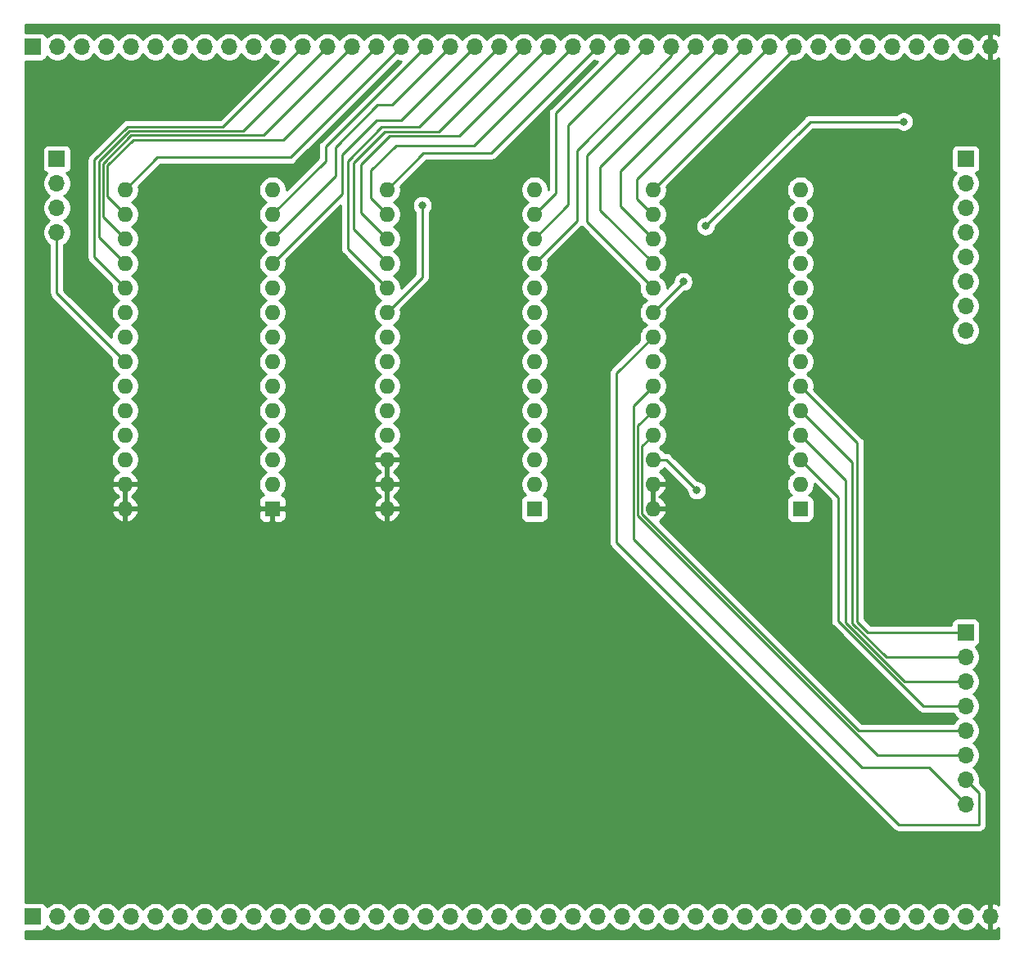
<source format=gbl>
G04 #@! TF.GenerationSoftware,KiCad,Pcbnew,(5.1.9)-1*
G04 #@! TF.CreationDate,2021-10-24T09:52:52-04:00*
G04 #@! TF.ProjectId,microcode,6d696372-6f63-46f6-9465-2e6b69636164,1.0*
G04 #@! TF.SameCoordinates,Original*
G04 #@! TF.FileFunction,Copper,L2,Bot*
G04 #@! TF.FilePolarity,Positive*
%FSLAX46Y46*%
G04 Gerber Fmt 4.6, Leading zero omitted, Abs format (unit mm)*
G04 Created by KiCad (PCBNEW (5.1.9)-1) date 2021-10-24 09:52:52*
%MOMM*%
%LPD*%
G01*
G04 APERTURE LIST*
G04 #@! TA.AperFunction,ComponentPad*
%ADD10O,1.700000X1.700000*%
G04 #@! TD*
G04 #@! TA.AperFunction,ComponentPad*
%ADD11R,1.700000X1.700000*%
G04 #@! TD*
G04 #@! TA.AperFunction,ComponentPad*
%ADD12O,1.600000X1.600000*%
G04 #@! TD*
G04 #@! TA.AperFunction,ComponentPad*
%ADD13R,1.600000X1.600000*%
G04 #@! TD*
G04 #@! TA.AperFunction,ViaPad*
%ADD14C,0.800000*%
G04 #@! TD*
G04 #@! TA.AperFunction,Conductor*
%ADD15C,0.250000*%
G04 #@! TD*
G04 #@! TA.AperFunction,Conductor*
%ADD16C,0.254000*%
G04 #@! TD*
G04 #@! TA.AperFunction,Conductor*
%ADD17C,0.100000*%
G04 #@! TD*
G04 APERTURE END LIST*
D10*
X88900000Y-65220000D03*
X88900000Y-62680000D03*
X88900000Y-60140000D03*
D11*
X88900000Y-57600000D03*
D10*
X182900000Y-124380000D03*
X182900000Y-121840000D03*
X182900000Y-119300000D03*
X182900000Y-116760000D03*
X182900000Y-114220000D03*
X182900000Y-111680000D03*
X182900000Y-109140000D03*
D11*
X182900000Y-106600000D03*
D10*
X182900000Y-75380000D03*
X182900000Y-72840000D03*
X182900000Y-70300000D03*
X182900000Y-67760000D03*
X182900000Y-65220000D03*
X182900000Y-62680000D03*
X182900000Y-60140000D03*
D11*
X182900000Y-57600000D03*
D12*
X150560000Y-93800000D03*
X165800000Y-60780000D03*
X150560000Y-91260000D03*
X165800000Y-63320000D03*
X150560000Y-88720000D03*
X165800000Y-65860000D03*
X150560000Y-86180000D03*
X165800000Y-68400000D03*
X150560000Y-83640000D03*
X165800000Y-70940000D03*
X150560000Y-81100000D03*
X165800000Y-73480000D03*
X150560000Y-78560000D03*
X165800000Y-76020000D03*
X150560000Y-76020000D03*
X165800000Y-78560000D03*
X150560000Y-73480000D03*
X165800000Y-81100000D03*
X150560000Y-70940000D03*
X165800000Y-83640000D03*
X150560000Y-68400000D03*
X165800000Y-86180000D03*
X150560000Y-65860000D03*
X165800000Y-88720000D03*
X150560000Y-63320000D03*
X165800000Y-91260000D03*
X150560000Y-60780000D03*
D13*
X165800000Y-93800000D03*
D12*
X123060000Y-93800000D03*
X138300000Y-60780000D03*
X123060000Y-91260000D03*
X138300000Y-63320000D03*
X123060000Y-88720000D03*
X138300000Y-65860000D03*
X123060000Y-86180000D03*
X138300000Y-68400000D03*
X123060000Y-83640000D03*
X138300000Y-70940000D03*
X123060000Y-81100000D03*
X138300000Y-73480000D03*
X123060000Y-78560000D03*
X138300000Y-76020000D03*
X123060000Y-76020000D03*
X138300000Y-78560000D03*
X123060000Y-73480000D03*
X138300000Y-81100000D03*
X123060000Y-70940000D03*
X138300000Y-83640000D03*
X123060000Y-68400000D03*
X138300000Y-86180000D03*
X123060000Y-65860000D03*
X138300000Y-88720000D03*
X123060000Y-63320000D03*
X138300000Y-91260000D03*
X123060000Y-60780000D03*
D13*
X138300000Y-93800000D03*
D12*
X95960000Y-93800000D03*
X111200000Y-60780000D03*
X95960000Y-91260000D03*
X111200000Y-63320000D03*
X95960000Y-88720000D03*
X111200000Y-65860000D03*
X95960000Y-86180000D03*
X111200000Y-68400000D03*
X95960000Y-83640000D03*
X111200000Y-70940000D03*
X95960000Y-81100000D03*
X111200000Y-73480000D03*
X95960000Y-78560000D03*
X111200000Y-76020000D03*
X95960000Y-76020000D03*
X111200000Y-78560000D03*
X95960000Y-73480000D03*
X111200000Y-81100000D03*
X95960000Y-70940000D03*
X111200000Y-83640000D03*
X95960000Y-68400000D03*
X111200000Y-86180000D03*
X95960000Y-65860000D03*
X111200000Y-88720000D03*
X95960000Y-63320000D03*
X111200000Y-91260000D03*
X95960000Y-60780000D03*
D13*
X111200000Y-93800000D03*
D10*
X185460000Y-136000000D03*
X182920000Y-136000000D03*
X180380000Y-136000000D03*
X177840000Y-136000000D03*
X175300000Y-136000000D03*
X172760000Y-136000000D03*
X170220000Y-136000000D03*
X167680000Y-136000000D03*
X165140000Y-136000000D03*
X162600000Y-136000000D03*
X160060000Y-136000000D03*
X157520000Y-136000000D03*
X154980000Y-136000000D03*
X152440000Y-136000000D03*
X149900000Y-136000000D03*
X147360000Y-136000000D03*
X144820000Y-136000000D03*
X142280000Y-136000000D03*
X139740000Y-136000000D03*
X137200000Y-136000000D03*
X134660000Y-136000000D03*
X132120000Y-136000000D03*
X129580000Y-136000000D03*
X127040000Y-136000000D03*
X124500000Y-136000000D03*
X121960000Y-136000000D03*
X119420000Y-136000000D03*
X116880000Y-136000000D03*
X114340000Y-136000000D03*
X111800000Y-136000000D03*
X109260000Y-136000000D03*
X106720000Y-136000000D03*
X104180000Y-136000000D03*
X101640000Y-136000000D03*
X99100000Y-136000000D03*
X96560000Y-136000000D03*
X94020000Y-136000000D03*
X91480000Y-136000000D03*
X88940000Y-136000000D03*
D11*
X86400000Y-136000000D03*
D10*
X185460000Y-46000000D03*
X182920000Y-46000000D03*
X180380000Y-46000000D03*
X177840000Y-46000000D03*
X175300000Y-46000000D03*
X172760000Y-46000000D03*
X170220000Y-46000000D03*
X167680000Y-46000000D03*
X165140000Y-46000000D03*
X162600000Y-46000000D03*
X160060000Y-46000000D03*
X157520000Y-46000000D03*
X154980000Y-46000000D03*
X152440000Y-46000000D03*
X149900000Y-46000000D03*
X147360000Y-46000000D03*
X144820000Y-46000000D03*
X142280000Y-46000000D03*
X139740000Y-46000000D03*
X137200000Y-46000000D03*
X134660000Y-46000000D03*
X132120000Y-46000000D03*
X129580000Y-46000000D03*
X127040000Y-46000000D03*
X124500000Y-46000000D03*
X121960000Y-46000000D03*
X119420000Y-46000000D03*
X116880000Y-46000000D03*
X114340000Y-46000000D03*
X111800000Y-46000000D03*
X109260000Y-46000000D03*
X106720000Y-46000000D03*
X104180000Y-46000000D03*
X101640000Y-46000000D03*
X99100000Y-46000000D03*
X96560000Y-46000000D03*
X94020000Y-46000000D03*
X91480000Y-46000000D03*
X88940000Y-46000000D03*
D11*
X86400000Y-46000000D03*
D14*
X153700000Y-70300000D03*
X155100000Y-91900000D03*
X126700000Y-62400000D03*
X156000000Y-64554996D03*
X176500000Y-53739998D03*
D15*
X165140000Y-46200000D02*
X165140000Y-46000000D01*
X150560000Y-60780000D02*
X165140000Y-46200000D01*
X140500000Y-52860000D02*
X147360000Y-46000000D01*
X140500000Y-61120000D02*
X140500000Y-52860000D01*
X138300000Y-63320000D02*
X140500000Y-61120000D01*
X145100000Y-58420000D02*
X157520000Y-46000000D01*
X145100000Y-62900000D02*
X145100000Y-58420000D01*
X150560000Y-68360000D02*
X145100000Y-62900000D01*
X150560000Y-68400000D02*
X150560000Y-68360000D01*
X150560000Y-70940000D02*
X143700000Y-64080000D01*
X143700000Y-57280000D02*
X154980000Y-46000000D01*
X143700000Y-64080000D02*
X143700000Y-57280000D01*
X152440000Y-46960000D02*
X152440000Y-46000000D01*
X142700000Y-56700000D02*
X152440000Y-46960000D01*
X142700000Y-64000000D02*
X142700000Y-56700000D01*
X138300000Y-68400000D02*
X142700000Y-64000000D01*
X138300000Y-65860000D02*
X141800000Y-62360000D01*
X141800000Y-54100000D02*
X149900000Y-46000000D01*
X141800000Y-62360000D02*
X141800000Y-54100000D01*
X133820000Y-57000000D02*
X144820000Y-46000000D01*
X126840000Y-57000000D02*
X133820000Y-57000000D01*
X123060000Y-60780000D02*
X126840000Y-57000000D01*
X132080000Y-56200000D02*
X142280000Y-46000000D01*
X124000000Y-56200000D02*
X132080000Y-56200000D01*
X121400000Y-58800000D02*
X124000000Y-56200000D01*
X121400000Y-61660000D02*
X121400000Y-58800000D01*
X123060000Y-63320000D02*
X121400000Y-61660000D01*
X130489990Y-55250010D02*
X139740000Y-46000000D01*
X120400000Y-58200000D02*
X123349990Y-55250010D01*
X120400000Y-63200000D02*
X120400000Y-58200000D01*
X123349990Y-55250010D02*
X130489990Y-55250010D01*
X123060000Y-65860000D02*
X120400000Y-63200000D01*
X122800000Y-54800000D02*
X128400000Y-54800000D01*
X128400000Y-54800000D02*
X137200000Y-46000000D01*
X119600000Y-58000000D02*
X122800000Y-54800000D01*
X119600000Y-64900000D02*
X119600000Y-58000000D01*
X123060000Y-68360000D02*
X119600000Y-64900000D01*
X123060000Y-68400000D02*
X123060000Y-68360000D01*
X126360000Y-54300000D02*
X134660000Y-46000000D01*
X119000000Y-57800000D02*
X122500000Y-54300000D01*
X122500000Y-54300000D02*
X126360000Y-54300000D01*
X119000000Y-66880000D02*
X119000000Y-57800000D01*
X123060000Y-70940000D02*
X119000000Y-66880000D01*
X124520000Y-53600000D02*
X132120000Y-46000000D01*
X121963590Y-53600000D02*
X124520000Y-53600000D01*
X118400000Y-57163590D02*
X121963590Y-53600000D01*
X118400000Y-61200000D02*
X118400000Y-57163590D01*
X111200000Y-68400000D02*
X118400000Y-61200000D01*
X123580000Y-52000000D02*
X129580000Y-46000000D01*
X117699982Y-56400018D02*
X122100000Y-52000000D01*
X117699982Y-59400018D02*
X117699982Y-56400018D01*
X122100000Y-52000000D02*
X123580000Y-52000000D01*
X111240000Y-65860000D02*
X117699982Y-59400018D01*
X111200000Y-65860000D02*
X111240000Y-65860000D01*
X116700000Y-56340000D02*
X127040000Y-46000000D01*
X116700000Y-57800000D02*
X116700000Y-56340000D01*
X111200000Y-63300000D02*
X116700000Y-57800000D01*
X111200000Y-63320000D02*
X111200000Y-63300000D01*
X113060000Y-57440000D02*
X124500000Y-46000000D01*
X99300000Y-57440000D02*
X113060000Y-57440000D01*
X95960000Y-60780000D02*
X99300000Y-57440000D01*
X112360000Y-55600000D02*
X121960000Y-46000000D01*
X96799999Y-55600001D02*
X112360000Y-55600000D01*
X94150033Y-58249967D02*
X96799999Y-55600001D01*
X95960000Y-63320000D02*
X94150033Y-61510033D01*
X94150033Y-61510033D02*
X94150033Y-58249967D01*
X110270010Y-55149990D02*
X119420000Y-46000000D01*
X93700022Y-58063568D02*
X96613600Y-55149990D01*
X95960000Y-65860000D02*
X93700022Y-63600022D01*
X93700022Y-63600022D02*
X93700022Y-58063568D01*
X96613600Y-55149990D02*
X110270010Y-55149990D01*
X108180020Y-54699980D02*
X116880000Y-46000000D01*
X93250011Y-57877169D02*
X96427199Y-54699981D01*
X95960000Y-68400000D02*
X93250011Y-65690011D01*
X96427199Y-54699981D02*
X108180020Y-54699980D01*
X93250011Y-65690011D02*
X93250011Y-57877169D01*
X106090030Y-54249970D02*
X114340000Y-46000000D01*
X92800000Y-57690770D02*
X96240800Y-54249970D01*
X95960000Y-70940000D02*
X92800000Y-67780000D01*
X92800000Y-67780000D02*
X92800000Y-57690770D01*
X96240800Y-54249970D02*
X106090030Y-54249970D01*
X150560000Y-73480000D02*
X153700000Y-70340000D01*
X153700000Y-70340000D02*
X153700000Y-70300000D01*
X151920000Y-88720000D02*
X155100000Y-91900000D01*
X150560000Y-88720000D02*
X151920000Y-88720000D01*
X126700000Y-69840000D02*
X126700000Y-62400000D01*
X123060000Y-73480000D02*
X126700000Y-69840000D01*
X148534981Y-83125019D02*
X148534981Y-96934981D01*
X150560000Y-81100000D02*
X148534981Y-83125019D01*
X148534981Y-96934981D02*
X172200000Y-120600000D01*
X179120000Y-120600000D02*
X182900000Y-124380000D01*
X172200000Y-120600000D02*
X179120000Y-120600000D01*
X182940000Y-121840000D02*
X182900000Y-121840000D01*
X184300000Y-123200000D02*
X182940000Y-121840000D01*
X184300000Y-126500000D02*
X184300000Y-123200000D01*
X176000000Y-126500000D02*
X184300000Y-126500000D01*
X146800000Y-97300000D02*
X176000000Y-126500000D01*
X146800000Y-79780000D02*
X146800000Y-97300000D01*
X150560000Y-76020000D02*
X146800000Y-79780000D01*
X173758588Y-119300000D02*
X182900000Y-119300000D01*
X148984990Y-94526402D02*
X173758588Y-119300000D01*
X148984990Y-85215010D02*
X148984990Y-94526402D01*
X150560000Y-83640000D02*
X148984990Y-85215010D01*
X171854998Y-116760000D02*
X182900000Y-116760000D01*
X149434999Y-94340001D02*
X171854998Y-116760000D01*
X149434999Y-87305001D02*
X149434999Y-94340001D01*
X150560000Y-86180000D02*
X149434999Y-87305001D01*
X165800000Y-88720000D02*
X169700000Y-92620000D01*
X178510770Y-114220000D02*
X182900000Y-114220000D01*
X169700000Y-105409230D02*
X178510770Y-114220000D01*
X169700000Y-92620000D02*
X169700000Y-105409230D01*
X165800000Y-86180000D02*
X170500000Y-90880000D01*
X176607180Y-111680000D02*
X182900000Y-111680000D01*
X170500000Y-105572820D02*
X176607180Y-111680000D01*
X170500000Y-90880000D02*
X170500000Y-105572820D01*
X165800000Y-83640000D02*
X171200000Y-89040000D01*
X174703590Y-109140000D02*
X182900000Y-109140000D01*
X171200000Y-105636410D02*
X174703590Y-109140000D01*
X171200000Y-89040000D02*
X171200000Y-105636410D01*
X172800000Y-106600000D02*
X182900000Y-106600000D01*
X171700000Y-105500000D02*
X172800000Y-106600000D01*
X171700000Y-87000000D02*
X171700000Y-105500000D01*
X165800000Y-81100000D02*
X171700000Y-87000000D01*
X88900000Y-71500000D02*
X95960000Y-78560000D01*
X88900000Y-65220000D02*
X88900000Y-71500000D01*
X156000000Y-64554996D02*
X166814998Y-53739998D01*
X166814998Y-53739998D02*
X176500000Y-53739998D01*
X148900000Y-59700000D02*
X162600000Y-46000000D01*
X148900000Y-61700000D02*
X148900000Y-59700000D01*
X150520000Y-63320000D02*
X148900000Y-61700000D01*
X150560000Y-63320000D02*
X150520000Y-63320000D01*
X147200000Y-58860000D02*
X160060000Y-46000000D01*
X147200000Y-62500000D02*
X147200000Y-58860000D01*
X150560000Y-65860000D02*
X147200000Y-62500000D01*
D16*
X186315000Y-44794057D02*
X186226920Y-44728359D01*
X185964099Y-44603175D01*
X185816890Y-44558524D01*
X185587000Y-44679845D01*
X185587000Y-45873000D01*
X185607000Y-45873000D01*
X185607000Y-46127000D01*
X185587000Y-46127000D01*
X185587000Y-47320155D01*
X185816890Y-47441476D01*
X185964099Y-47396825D01*
X186226920Y-47271641D01*
X186315000Y-47205943D01*
X186315001Y-134794058D01*
X186226920Y-134728359D01*
X185964099Y-134603175D01*
X185816890Y-134558524D01*
X185587000Y-134679845D01*
X185587000Y-135873000D01*
X185607000Y-135873000D01*
X185607000Y-136127000D01*
X185587000Y-136127000D01*
X185587000Y-137320155D01*
X185816890Y-137441476D01*
X185964099Y-137396825D01*
X186226920Y-137271641D01*
X186315001Y-137205942D01*
X186315001Y-138315000D01*
X85685000Y-138315000D01*
X85685000Y-137488072D01*
X87250000Y-137488072D01*
X87374482Y-137475812D01*
X87494180Y-137439502D01*
X87604494Y-137380537D01*
X87701185Y-137301185D01*
X87780537Y-137204494D01*
X87839502Y-137094180D01*
X87861513Y-137021620D01*
X87993368Y-137153475D01*
X88236589Y-137315990D01*
X88506842Y-137427932D01*
X88793740Y-137485000D01*
X89086260Y-137485000D01*
X89373158Y-137427932D01*
X89643411Y-137315990D01*
X89886632Y-137153475D01*
X90093475Y-136946632D01*
X90210000Y-136772240D01*
X90326525Y-136946632D01*
X90533368Y-137153475D01*
X90776589Y-137315990D01*
X91046842Y-137427932D01*
X91333740Y-137485000D01*
X91626260Y-137485000D01*
X91913158Y-137427932D01*
X92183411Y-137315990D01*
X92426632Y-137153475D01*
X92633475Y-136946632D01*
X92750000Y-136772240D01*
X92866525Y-136946632D01*
X93073368Y-137153475D01*
X93316589Y-137315990D01*
X93586842Y-137427932D01*
X93873740Y-137485000D01*
X94166260Y-137485000D01*
X94453158Y-137427932D01*
X94723411Y-137315990D01*
X94966632Y-137153475D01*
X95173475Y-136946632D01*
X95290000Y-136772240D01*
X95406525Y-136946632D01*
X95613368Y-137153475D01*
X95856589Y-137315990D01*
X96126842Y-137427932D01*
X96413740Y-137485000D01*
X96706260Y-137485000D01*
X96993158Y-137427932D01*
X97263411Y-137315990D01*
X97506632Y-137153475D01*
X97713475Y-136946632D01*
X97830000Y-136772240D01*
X97946525Y-136946632D01*
X98153368Y-137153475D01*
X98396589Y-137315990D01*
X98666842Y-137427932D01*
X98953740Y-137485000D01*
X99246260Y-137485000D01*
X99533158Y-137427932D01*
X99803411Y-137315990D01*
X100046632Y-137153475D01*
X100253475Y-136946632D01*
X100370000Y-136772240D01*
X100486525Y-136946632D01*
X100693368Y-137153475D01*
X100936589Y-137315990D01*
X101206842Y-137427932D01*
X101493740Y-137485000D01*
X101786260Y-137485000D01*
X102073158Y-137427932D01*
X102343411Y-137315990D01*
X102586632Y-137153475D01*
X102793475Y-136946632D01*
X102910000Y-136772240D01*
X103026525Y-136946632D01*
X103233368Y-137153475D01*
X103476589Y-137315990D01*
X103746842Y-137427932D01*
X104033740Y-137485000D01*
X104326260Y-137485000D01*
X104613158Y-137427932D01*
X104883411Y-137315990D01*
X105126632Y-137153475D01*
X105333475Y-136946632D01*
X105450000Y-136772240D01*
X105566525Y-136946632D01*
X105773368Y-137153475D01*
X106016589Y-137315990D01*
X106286842Y-137427932D01*
X106573740Y-137485000D01*
X106866260Y-137485000D01*
X107153158Y-137427932D01*
X107423411Y-137315990D01*
X107666632Y-137153475D01*
X107873475Y-136946632D01*
X107990000Y-136772240D01*
X108106525Y-136946632D01*
X108313368Y-137153475D01*
X108556589Y-137315990D01*
X108826842Y-137427932D01*
X109113740Y-137485000D01*
X109406260Y-137485000D01*
X109693158Y-137427932D01*
X109963411Y-137315990D01*
X110206632Y-137153475D01*
X110413475Y-136946632D01*
X110530000Y-136772240D01*
X110646525Y-136946632D01*
X110853368Y-137153475D01*
X111096589Y-137315990D01*
X111366842Y-137427932D01*
X111653740Y-137485000D01*
X111946260Y-137485000D01*
X112233158Y-137427932D01*
X112503411Y-137315990D01*
X112746632Y-137153475D01*
X112953475Y-136946632D01*
X113070000Y-136772240D01*
X113186525Y-136946632D01*
X113393368Y-137153475D01*
X113636589Y-137315990D01*
X113906842Y-137427932D01*
X114193740Y-137485000D01*
X114486260Y-137485000D01*
X114773158Y-137427932D01*
X115043411Y-137315990D01*
X115286632Y-137153475D01*
X115493475Y-136946632D01*
X115610000Y-136772240D01*
X115726525Y-136946632D01*
X115933368Y-137153475D01*
X116176589Y-137315990D01*
X116446842Y-137427932D01*
X116733740Y-137485000D01*
X117026260Y-137485000D01*
X117313158Y-137427932D01*
X117583411Y-137315990D01*
X117826632Y-137153475D01*
X118033475Y-136946632D01*
X118150000Y-136772240D01*
X118266525Y-136946632D01*
X118473368Y-137153475D01*
X118716589Y-137315990D01*
X118986842Y-137427932D01*
X119273740Y-137485000D01*
X119566260Y-137485000D01*
X119853158Y-137427932D01*
X120123411Y-137315990D01*
X120366632Y-137153475D01*
X120573475Y-136946632D01*
X120690000Y-136772240D01*
X120806525Y-136946632D01*
X121013368Y-137153475D01*
X121256589Y-137315990D01*
X121526842Y-137427932D01*
X121813740Y-137485000D01*
X122106260Y-137485000D01*
X122393158Y-137427932D01*
X122663411Y-137315990D01*
X122906632Y-137153475D01*
X123113475Y-136946632D01*
X123230000Y-136772240D01*
X123346525Y-136946632D01*
X123553368Y-137153475D01*
X123796589Y-137315990D01*
X124066842Y-137427932D01*
X124353740Y-137485000D01*
X124646260Y-137485000D01*
X124933158Y-137427932D01*
X125203411Y-137315990D01*
X125446632Y-137153475D01*
X125653475Y-136946632D01*
X125770000Y-136772240D01*
X125886525Y-136946632D01*
X126093368Y-137153475D01*
X126336589Y-137315990D01*
X126606842Y-137427932D01*
X126893740Y-137485000D01*
X127186260Y-137485000D01*
X127473158Y-137427932D01*
X127743411Y-137315990D01*
X127986632Y-137153475D01*
X128193475Y-136946632D01*
X128310000Y-136772240D01*
X128426525Y-136946632D01*
X128633368Y-137153475D01*
X128876589Y-137315990D01*
X129146842Y-137427932D01*
X129433740Y-137485000D01*
X129726260Y-137485000D01*
X130013158Y-137427932D01*
X130283411Y-137315990D01*
X130526632Y-137153475D01*
X130733475Y-136946632D01*
X130850000Y-136772240D01*
X130966525Y-136946632D01*
X131173368Y-137153475D01*
X131416589Y-137315990D01*
X131686842Y-137427932D01*
X131973740Y-137485000D01*
X132266260Y-137485000D01*
X132553158Y-137427932D01*
X132823411Y-137315990D01*
X133066632Y-137153475D01*
X133273475Y-136946632D01*
X133390000Y-136772240D01*
X133506525Y-136946632D01*
X133713368Y-137153475D01*
X133956589Y-137315990D01*
X134226842Y-137427932D01*
X134513740Y-137485000D01*
X134806260Y-137485000D01*
X135093158Y-137427932D01*
X135363411Y-137315990D01*
X135606632Y-137153475D01*
X135813475Y-136946632D01*
X135930000Y-136772240D01*
X136046525Y-136946632D01*
X136253368Y-137153475D01*
X136496589Y-137315990D01*
X136766842Y-137427932D01*
X137053740Y-137485000D01*
X137346260Y-137485000D01*
X137633158Y-137427932D01*
X137903411Y-137315990D01*
X138146632Y-137153475D01*
X138353475Y-136946632D01*
X138470000Y-136772240D01*
X138586525Y-136946632D01*
X138793368Y-137153475D01*
X139036589Y-137315990D01*
X139306842Y-137427932D01*
X139593740Y-137485000D01*
X139886260Y-137485000D01*
X140173158Y-137427932D01*
X140443411Y-137315990D01*
X140686632Y-137153475D01*
X140893475Y-136946632D01*
X141010000Y-136772240D01*
X141126525Y-136946632D01*
X141333368Y-137153475D01*
X141576589Y-137315990D01*
X141846842Y-137427932D01*
X142133740Y-137485000D01*
X142426260Y-137485000D01*
X142713158Y-137427932D01*
X142983411Y-137315990D01*
X143226632Y-137153475D01*
X143433475Y-136946632D01*
X143550000Y-136772240D01*
X143666525Y-136946632D01*
X143873368Y-137153475D01*
X144116589Y-137315990D01*
X144386842Y-137427932D01*
X144673740Y-137485000D01*
X144966260Y-137485000D01*
X145253158Y-137427932D01*
X145523411Y-137315990D01*
X145766632Y-137153475D01*
X145973475Y-136946632D01*
X146090000Y-136772240D01*
X146206525Y-136946632D01*
X146413368Y-137153475D01*
X146656589Y-137315990D01*
X146926842Y-137427932D01*
X147213740Y-137485000D01*
X147506260Y-137485000D01*
X147793158Y-137427932D01*
X148063411Y-137315990D01*
X148306632Y-137153475D01*
X148513475Y-136946632D01*
X148630000Y-136772240D01*
X148746525Y-136946632D01*
X148953368Y-137153475D01*
X149196589Y-137315990D01*
X149466842Y-137427932D01*
X149753740Y-137485000D01*
X150046260Y-137485000D01*
X150333158Y-137427932D01*
X150603411Y-137315990D01*
X150846632Y-137153475D01*
X151053475Y-136946632D01*
X151170000Y-136772240D01*
X151286525Y-136946632D01*
X151493368Y-137153475D01*
X151736589Y-137315990D01*
X152006842Y-137427932D01*
X152293740Y-137485000D01*
X152586260Y-137485000D01*
X152873158Y-137427932D01*
X153143411Y-137315990D01*
X153386632Y-137153475D01*
X153593475Y-136946632D01*
X153710000Y-136772240D01*
X153826525Y-136946632D01*
X154033368Y-137153475D01*
X154276589Y-137315990D01*
X154546842Y-137427932D01*
X154833740Y-137485000D01*
X155126260Y-137485000D01*
X155413158Y-137427932D01*
X155683411Y-137315990D01*
X155926632Y-137153475D01*
X156133475Y-136946632D01*
X156250000Y-136772240D01*
X156366525Y-136946632D01*
X156573368Y-137153475D01*
X156816589Y-137315990D01*
X157086842Y-137427932D01*
X157373740Y-137485000D01*
X157666260Y-137485000D01*
X157953158Y-137427932D01*
X158223411Y-137315990D01*
X158466632Y-137153475D01*
X158673475Y-136946632D01*
X158790000Y-136772240D01*
X158906525Y-136946632D01*
X159113368Y-137153475D01*
X159356589Y-137315990D01*
X159626842Y-137427932D01*
X159913740Y-137485000D01*
X160206260Y-137485000D01*
X160493158Y-137427932D01*
X160763411Y-137315990D01*
X161006632Y-137153475D01*
X161213475Y-136946632D01*
X161330000Y-136772240D01*
X161446525Y-136946632D01*
X161653368Y-137153475D01*
X161896589Y-137315990D01*
X162166842Y-137427932D01*
X162453740Y-137485000D01*
X162746260Y-137485000D01*
X163033158Y-137427932D01*
X163303411Y-137315990D01*
X163546632Y-137153475D01*
X163753475Y-136946632D01*
X163870000Y-136772240D01*
X163986525Y-136946632D01*
X164193368Y-137153475D01*
X164436589Y-137315990D01*
X164706842Y-137427932D01*
X164993740Y-137485000D01*
X165286260Y-137485000D01*
X165573158Y-137427932D01*
X165843411Y-137315990D01*
X166086632Y-137153475D01*
X166293475Y-136946632D01*
X166410000Y-136772240D01*
X166526525Y-136946632D01*
X166733368Y-137153475D01*
X166976589Y-137315990D01*
X167246842Y-137427932D01*
X167533740Y-137485000D01*
X167826260Y-137485000D01*
X168113158Y-137427932D01*
X168383411Y-137315990D01*
X168626632Y-137153475D01*
X168833475Y-136946632D01*
X168950000Y-136772240D01*
X169066525Y-136946632D01*
X169273368Y-137153475D01*
X169516589Y-137315990D01*
X169786842Y-137427932D01*
X170073740Y-137485000D01*
X170366260Y-137485000D01*
X170653158Y-137427932D01*
X170923411Y-137315990D01*
X171166632Y-137153475D01*
X171373475Y-136946632D01*
X171490000Y-136772240D01*
X171606525Y-136946632D01*
X171813368Y-137153475D01*
X172056589Y-137315990D01*
X172326842Y-137427932D01*
X172613740Y-137485000D01*
X172906260Y-137485000D01*
X173193158Y-137427932D01*
X173463411Y-137315990D01*
X173706632Y-137153475D01*
X173913475Y-136946632D01*
X174030000Y-136772240D01*
X174146525Y-136946632D01*
X174353368Y-137153475D01*
X174596589Y-137315990D01*
X174866842Y-137427932D01*
X175153740Y-137485000D01*
X175446260Y-137485000D01*
X175733158Y-137427932D01*
X176003411Y-137315990D01*
X176246632Y-137153475D01*
X176453475Y-136946632D01*
X176570000Y-136772240D01*
X176686525Y-136946632D01*
X176893368Y-137153475D01*
X177136589Y-137315990D01*
X177406842Y-137427932D01*
X177693740Y-137485000D01*
X177986260Y-137485000D01*
X178273158Y-137427932D01*
X178543411Y-137315990D01*
X178786632Y-137153475D01*
X178993475Y-136946632D01*
X179110000Y-136772240D01*
X179226525Y-136946632D01*
X179433368Y-137153475D01*
X179676589Y-137315990D01*
X179946842Y-137427932D01*
X180233740Y-137485000D01*
X180526260Y-137485000D01*
X180813158Y-137427932D01*
X181083411Y-137315990D01*
X181326632Y-137153475D01*
X181533475Y-136946632D01*
X181650000Y-136772240D01*
X181766525Y-136946632D01*
X181973368Y-137153475D01*
X182216589Y-137315990D01*
X182486842Y-137427932D01*
X182773740Y-137485000D01*
X183066260Y-137485000D01*
X183353158Y-137427932D01*
X183623411Y-137315990D01*
X183866632Y-137153475D01*
X184073475Y-136946632D01*
X184195195Y-136764466D01*
X184264822Y-136881355D01*
X184459731Y-137097588D01*
X184693080Y-137271641D01*
X184955901Y-137396825D01*
X185103110Y-137441476D01*
X185333000Y-137320155D01*
X185333000Y-136127000D01*
X185313000Y-136127000D01*
X185313000Y-135873000D01*
X185333000Y-135873000D01*
X185333000Y-134679845D01*
X185103110Y-134558524D01*
X184955901Y-134603175D01*
X184693080Y-134728359D01*
X184459731Y-134902412D01*
X184264822Y-135118645D01*
X184195195Y-135235534D01*
X184073475Y-135053368D01*
X183866632Y-134846525D01*
X183623411Y-134684010D01*
X183353158Y-134572068D01*
X183066260Y-134515000D01*
X182773740Y-134515000D01*
X182486842Y-134572068D01*
X182216589Y-134684010D01*
X181973368Y-134846525D01*
X181766525Y-135053368D01*
X181650000Y-135227760D01*
X181533475Y-135053368D01*
X181326632Y-134846525D01*
X181083411Y-134684010D01*
X180813158Y-134572068D01*
X180526260Y-134515000D01*
X180233740Y-134515000D01*
X179946842Y-134572068D01*
X179676589Y-134684010D01*
X179433368Y-134846525D01*
X179226525Y-135053368D01*
X179110000Y-135227760D01*
X178993475Y-135053368D01*
X178786632Y-134846525D01*
X178543411Y-134684010D01*
X178273158Y-134572068D01*
X177986260Y-134515000D01*
X177693740Y-134515000D01*
X177406842Y-134572068D01*
X177136589Y-134684010D01*
X176893368Y-134846525D01*
X176686525Y-135053368D01*
X176570000Y-135227760D01*
X176453475Y-135053368D01*
X176246632Y-134846525D01*
X176003411Y-134684010D01*
X175733158Y-134572068D01*
X175446260Y-134515000D01*
X175153740Y-134515000D01*
X174866842Y-134572068D01*
X174596589Y-134684010D01*
X174353368Y-134846525D01*
X174146525Y-135053368D01*
X174030000Y-135227760D01*
X173913475Y-135053368D01*
X173706632Y-134846525D01*
X173463411Y-134684010D01*
X173193158Y-134572068D01*
X172906260Y-134515000D01*
X172613740Y-134515000D01*
X172326842Y-134572068D01*
X172056589Y-134684010D01*
X171813368Y-134846525D01*
X171606525Y-135053368D01*
X171490000Y-135227760D01*
X171373475Y-135053368D01*
X171166632Y-134846525D01*
X170923411Y-134684010D01*
X170653158Y-134572068D01*
X170366260Y-134515000D01*
X170073740Y-134515000D01*
X169786842Y-134572068D01*
X169516589Y-134684010D01*
X169273368Y-134846525D01*
X169066525Y-135053368D01*
X168950000Y-135227760D01*
X168833475Y-135053368D01*
X168626632Y-134846525D01*
X168383411Y-134684010D01*
X168113158Y-134572068D01*
X167826260Y-134515000D01*
X167533740Y-134515000D01*
X167246842Y-134572068D01*
X166976589Y-134684010D01*
X166733368Y-134846525D01*
X166526525Y-135053368D01*
X166410000Y-135227760D01*
X166293475Y-135053368D01*
X166086632Y-134846525D01*
X165843411Y-134684010D01*
X165573158Y-134572068D01*
X165286260Y-134515000D01*
X164993740Y-134515000D01*
X164706842Y-134572068D01*
X164436589Y-134684010D01*
X164193368Y-134846525D01*
X163986525Y-135053368D01*
X163870000Y-135227760D01*
X163753475Y-135053368D01*
X163546632Y-134846525D01*
X163303411Y-134684010D01*
X163033158Y-134572068D01*
X162746260Y-134515000D01*
X162453740Y-134515000D01*
X162166842Y-134572068D01*
X161896589Y-134684010D01*
X161653368Y-134846525D01*
X161446525Y-135053368D01*
X161330000Y-135227760D01*
X161213475Y-135053368D01*
X161006632Y-134846525D01*
X160763411Y-134684010D01*
X160493158Y-134572068D01*
X160206260Y-134515000D01*
X159913740Y-134515000D01*
X159626842Y-134572068D01*
X159356589Y-134684010D01*
X159113368Y-134846525D01*
X158906525Y-135053368D01*
X158790000Y-135227760D01*
X158673475Y-135053368D01*
X158466632Y-134846525D01*
X158223411Y-134684010D01*
X157953158Y-134572068D01*
X157666260Y-134515000D01*
X157373740Y-134515000D01*
X157086842Y-134572068D01*
X156816589Y-134684010D01*
X156573368Y-134846525D01*
X156366525Y-135053368D01*
X156250000Y-135227760D01*
X156133475Y-135053368D01*
X155926632Y-134846525D01*
X155683411Y-134684010D01*
X155413158Y-134572068D01*
X155126260Y-134515000D01*
X154833740Y-134515000D01*
X154546842Y-134572068D01*
X154276589Y-134684010D01*
X154033368Y-134846525D01*
X153826525Y-135053368D01*
X153710000Y-135227760D01*
X153593475Y-135053368D01*
X153386632Y-134846525D01*
X153143411Y-134684010D01*
X152873158Y-134572068D01*
X152586260Y-134515000D01*
X152293740Y-134515000D01*
X152006842Y-134572068D01*
X151736589Y-134684010D01*
X151493368Y-134846525D01*
X151286525Y-135053368D01*
X151170000Y-135227760D01*
X151053475Y-135053368D01*
X150846632Y-134846525D01*
X150603411Y-134684010D01*
X150333158Y-134572068D01*
X150046260Y-134515000D01*
X149753740Y-134515000D01*
X149466842Y-134572068D01*
X149196589Y-134684010D01*
X148953368Y-134846525D01*
X148746525Y-135053368D01*
X148630000Y-135227760D01*
X148513475Y-135053368D01*
X148306632Y-134846525D01*
X148063411Y-134684010D01*
X147793158Y-134572068D01*
X147506260Y-134515000D01*
X147213740Y-134515000D01*
X146926842Y-134572068D01*
X146656589Y-134684010D01*
X146413368Y-134846525D01*
X146206525Y-135053368D01*
X146090000Y-135227760D01*
X145973475Y-135053368D01*
X145766632Y-134846525D01*
X145523411Y-134684010D01*
X145253158Y-134572068D01*
X144966260Y-134515000D01*
X144673740Y-134515000D01*
X144386842Y-134572068D01*
X144116589Y-134684010D01*
X143873368Y-134846525D01*
X143666525Y-135053368D01*
X143550000Y-135227760D01*
X143433475Y-135053368D01*
X143226632Y-134846525D01*
X142983411Y-134684010D01*
X142713158Y-134572068D01*
X142426260Y-134515000D01*
X142133740Y-134515000D01*
X141846842Y-134572068D01*
X141576589Y-134684010D01*
X141333368Y-134846525D01*
X141126525Y-135053368D01*
X141010000Y-135227760D01*
X140893475Y-135053368D01*
X140686632Y-134846525D01*
X140443411Y-134684010D01*
X140173158Y-134572068D01*
X139886260Y-134515000D01*
X139593740Y-134515000D01*
X139306842Y-134572068D01*
X139036589Y-134684010D01*
X138793368Y-134846525D01*
X138586525Y-135053368D01*
X138470000Y-135227760D01*
X138353475Y-135053368D01*
X138146632Y-134846525D01*
X137903411Y-134684010D01*
X137633158Y-134572068D01*
X137346260Y-134515000D01*
X137053740Y-134515000D01*
X136766842Y-134572068D01*
X136496589Y-134684010D01*
X136253368Y-134846525D01*
X136046525Y-135053368D01*
X135930000Y-135227760D01*
X135813475Y-135053368D01*
X135606632Y-134846525D01*
X135363411Y-134684010D01*
X135093158Y-134572068D01*
X134806260Y-134515000D01*
X134513740Y-134515000D01*
X134226842Y-134572068D01*
X133956589Y-134684010D01*
X133713368Y-134846525D01*
X133506525Y-135053368D01*
X133390000Y-135227760D01*
X133273475Y-135053368D01*
X133066632Y-134846525D01*
X132823411Y-134684010D01*
X132553158Y-134572068D01*
X132266260Y-134515000D01*
X131973740Y-134515000D01*
X131686842Y-134572068D01*
X131416589Y-134684010D01*
X131173368Y-134846525D01*
X130966525Y-135053368D01*
X130850000Y-135227760D01*
X130733475Y-135053368D01*
X130526632Y-134846525D01*
X130283411Y-134684010D01*
X130013158Y-134572068D01*
X129726260Y-134515000D01*
X129433740Y-134515000D01*
X129146842Y-134572068D01*
X128876589Y-134684010D01*
X128633368Y-134846525D01*
X128426525Y-135053368D01*
X128310000Y-135227760D01*
X128193475Y-135053368D01*
X127986632Y-134846525D01*
X127743411Y-134684010D01*
X127473158Y-134572068D01*
X127186260Y-134515000D01*
X126893740Y-134515000D01*
X126606842Y-134572068D01*
X126336589Y-134684010D01*
X126093368Y-134846525D01*
X125886525Y-135053368D01*
X125770000Y-135227760D01*
X125653475Y-135053368D01*
X125446632Y-134846525D01*
X125203411Y-134684010D01*
X124933158Y-134572068D01*
X124646260Y-134515000D01*
X124353740Y-134515000D01*
X124066842Y-134572068D01*
X123796589Y-134684010D01*
X123553368Y-134846525D01*
X123346525Y-135053368D01*
X123230000Y-135227760D01*
X123113475Y-135053368D01*
X122906632Y-134846525D01*
X122663411Y-134684010D01*
X122393158Y-134572068D01*
X122106260Y-134515000D01*
X121813740Y-134515000D01*
X121526842Y-134572068D01*
X121256589Y-134684010D01*
X121013368Y-134846525D01*
X120806525Y-135053368D01*
X120690000Y-135227760D01*
X120573475Y-135053368D01*
X120366632Y-134846525D01*
X120123411Y-134684010D01*
X119853158Y-134572068D01*
X119566260Y-134515000D01*
X119273740Y-134515000D01*
X118986842Y-134572068D01*
X118716589Y-134684010D01*
X118473368Y-134846525D01*
X118266525Y-135053368D01*
X118150000Y-135227760D01*
X118033475Y-135053368D01*
X117826632Y-134846525D01*
X117583411Y-134684010D01*
X117313158Y-134572068D01*
X117026260Y-134515000D01*
X116733740Y-134515000D01*
X116446842Y-134572068D01*
X116176589Y-134684010D01*
X115933368Y-134846525D01*
X115726525Y-135053368D01*
X115610000Y-135227760D01*
X115493475Y-135053368D01*
X115286632Y-134846525D01*
X115043411Y-134684010D01*
X114773158Y-134572068D01*
X114486260Y-134515000D01*
X114193740Y-134515000D01*
X113906842Y-134572068D01*
X113636589Y-134684010D01*
X113393368Y-134846525D01*
X113186525Y-135053368D01*
X113070000Y-135227760D01*
X112953475Y-135053368D01*
X112746632Y-134846525D01*
X112503411Y-134684010D01*
X112233158Y-134572068D01*
X111946260Y-134515000D01*
X111653740Y-134515000D01*
X111366842Y-134572068D01*
X111096589Y-134684010D01*
X110853368Y-134846525D01*
X110646525Y-135053368D01*
X110530000Y-135227760D01*
X110413475Y-135053368D01*
X110206632Y-134846525D01*
X109963411Y-134684010D01*
X109693158Y-134572068D01*
X109406260Y-134515000D01*
X109113740Y-134515000D01*
X108826842Y-134572068D01*
X108556589Y-134684010D01*
X108313368Y-134846525D01*
X108106525Y-135053368D01*
X107990000Y-135227760D01*
X107873475Y-135053368D01*
X107666632Y-134846525D01*
X107423411Y-134684010D01*
X107153158Y-134572068D01*
X106866260Y-134515000D01*
X106573740Y-134515000D01*
X106286842Y-134572068D01*
X106016589Y-134684010D01*
X105773368Y-134846525D01*
X105566525Y-135053368D01*
X105450000Y-135227760D01*
X105333475Y-135053368D01*
X105126632Y-134846525D01*
X104883411Y-134684010D01*
X104613158Y-134572068D01*
X104326260Y-134515000D01*
X104033740Y-134515000D01*
X103746842Y-134572068D01*
X103476589Y-134684010D01*
X103233368Y-134846525D01*
X103026525Y-135053368D01*
X102910000Y-135227760D01*
X102793475Y-135053368D01*
X102586632Y-134846525D01*
X102343411Y-134684010D01*
X102073158Y-134572068D01*
X101786260Y-134515000D01*
X101493740Y-134515000D01*
X101206842Y-134572068D01*
X100936589Y-134684010D01*
X100693368Y-134846525D01*
X100486525Y-135053368D01*
X100370000Y-135227760D01*
X100253475Y-135053368D01*
X100046632Y-134846525D01*
X99803411Y-134684010D01*
X99533158Y-134572068D01*
X99246260Y-134515000D01*
X98953740Y-134515000D01*
X98666842Y-134572068D01*
X98396589Y-134684010D01*
X98153368Y-134846525D01*
X97946525Y-135053368D01*
X97830000Y-135227760D01*
X97713475Y-135053368D01*
X97506632Y-134846525D01*
X97263411Y-134684010D01*
X96993158Y-134572068D01*
X96706260Y-134515000D01*
X96413740Y-134515000D01*
X96126842Y-134572068D01*
X95856589Y-134684010D01*
X95613368Y-134846525D01*
X95406525Y-135053368D01*
X95290000Y-135227760D01*
X95173475Y-135053368D01*
X94966632Y-134846525D01*
X94723411Y-134684010D01*
X94453158Y-134572068D01*
X94166260Y-134515000D01*
X93873740Y-134515000D01*
X93586842Y-134572068D01*
X93316589Y-134684010D01*
X93073368Y-134846525D01*
X92866525Y-135053368D01*
X92750000Y-135227760D01*
X92633475Y-135053368D01*
X92426632Y-134846525D01*
X92183411Y-134684010D01*
X91913158Y-134572068D01*
X91626260Y-134515000D01*
X91333740Y-134515000D01*
X91046842Y-134572068D01*
X90776589Y-134684010D01*
X90533368Y-134846525D01*
X90326525Y-135053368D01*
X90210000Y-135227760D01*
X90093475Y-135053368D01*
X89886632Y-134846525D01*
X89643411Y-134684010D01*
X89373158Y-134572068D01*
X89086260Y-134515000D01*
X88793740Y-134515000D01*
X88506842Y-134572068D01*
X88236589Y-134684010D01*
X87993368Y-134846525D01*
X87861513Y-134978380D01*
X87839502Y-134905820D01*
X87780537Y-134795506D01*
X87701185Y-134698815D01*
X87604494Y-134619463D01*
X87494180Y-134560498D01*
X87374482Y-134524188D01*
X87250000Y-134511928D01*
X85685000Y-134511928D01*
X85685000Y-94149039D01*
X94568096Y-94149039D01*
X94608754Y-94283087D01*
X94728963Y-94537420D01*
X94896481Y-94763414D01*
X95104869Y-94952385D01*
X95346119Y-95097070D01*
X95610960Y-95191909D01*
X95833000Y-95070624D01*
X95833000Y-93927000D01*
X96087000Y-93927000D01*
X96087000Y-95070624D01*
X96309040Y-95191909D01*
X96573881Y-95097070D01*
X96815131Y-94952385D01*
X97023519Y-94763414D01*
X97144649Y-94600000D01*
X109761928Y-94600000D01*
X109774188Y-94724482D01*
X109810498Y-94844180D01*
X109869463Y-94954494D01*
X109948815Y-95051185D01*
X110045506Y-95130537D01*
X110155820Y-95189502D01*
X110275518Y-95225812D01*
X110400000Y-95238072D01*
X110914250Y-95235000D01*
X111073000Y-95076250D01*
X111073000Y-93927000D01*
X111327000Y-93927000D01*
X111327000Y-95076250D01*
X111485750Y-95235000D01*
X112000000Y-95238072D01*
X112124482Y-95225812D01*
X112244180Y-95189502D01*
X112354494Y-95130537D01*
X112451185Y-95051185D01*
X112530537Y-94954494D01*
X112589502Y-94844180D01*
X112625812Y-94724482D01*
X112638072Y-94600000D01*
X112635379Y-94149039D01*
X121668096Y-94149039D01*
X121708754Y-94283087D01*
X121828963Y-94537420D01*
X121996481Y-94763414D01*
X122204869Y-94952385D01*
X122446119Y-95097070D01*
X122710960Y-95191909D01*
X122933000Y-95070624D01*
X122933000Y-93927000D01*
X123187000Y-93927000D01*
X123187000Y-95070624D01*
X123409040Y-95191909D01*
X123673881Y-95097070D01*
X123915131Y-94952385D01*
X124123519Y-94763414D01*
X124291037Y-94537420D01*
X124411246Y-94283087D01*
X124451904Y-94149039D01*
X124329915Y-93927000D01*
X123187000Y-93927000D01*
X122933000Y-93927000D01*
X121790085Y-93927000D01*
X121668096Y-94149039D01*
X112635379Y-94149039D01*
X112635000Y-94085750D01*
X112476250Y-93927000D01*
X111327000Y-93927000D01*
X111073000Y-93927000D01*
X109923750Y-93927000D01*
X109765000Y-94085750D01*
X109761928Y-94600000D01*
X97144649Y-94600000D01*
X97191037Y-94537420D01*
X97311246Y-94283087D01*
X97351904Y-94149039D01*
X97229915Y-93927000D01*
X96087000Y-93927000D01*
X95833000Y-93927000D01*
X94690085Y-93927000D01*
X94568096Y-94149039D01*
X85685000Y-94149039D01*
X85685000Y-91609039D01*
X94568096Y-91609039D01*
X94608754Y-91743087D01*
X94728963Y-91997420D01*
X94896481Y-92223414D01*
X95104869Y-92412385D01*
X95300982Y-92530000D01*
X95104869Y-92647615D01*
X94896481Y-92836586D01*
X94728963Y-93062580D01*
X94608754Y-93316913D01*
X94568096Y-93450961D01*
X94690085Y-93673000D01*
X95833000Y-93673000D01*
X95833000Y-91387000D01*
X96087000Y-91387000D01*
X96087000Y-93673000D01*
X97229915Y-93673000D01*
X97351904Y-93450961D01*
X97311246Y-93316913D01*
X97191037Y-93062580D01*
X97023519Y-92836586D01*
X96815131Y-92647615D01*
X96619018Y-92530000D01*
X96815131Y-92412385D01*
X97023519Y-92223414D01*
X97191037Y-91997420D01*
X97311246Y-91743087D01*
X97351904Y-91609039D01*
X97229915Y-91387000D01*
X96087000Y-91387000D01*
X95833000Y-91387000D01*
X94690085Y-91387000D01*
X94568096Y-91609039D01*
X85685000Y-91609039D01*
X85685000Y-47488072D01*
X87250000Y-47488072D01*
X87374482Y-47475812D01*
X87494180Y-47439502D01*
X87604494Y-47380537D01*
X87701185Y-47301185D01*
X87780537Y-47204494D01*
X87839502Y-47094180D01*
X87861513Y-47021620D01*
X87993368Y-47153475D01*
X88236589Y-47315990D01*
X88506842Y-47427932D01*
X88793740Y-47485000D01*
X89086260Y-47485000D01*
X89373158Y-47427932D01*
X89643411Y-47315990D01*
X89886632Y-47153475D01*
X90093475Y-46946632D01*
X90210000Y-46772240D01*
X90326525Y-46946632D01*
X90533368Y-47153475D01*
X90776589Y-47315990D01*
X91046842Y-47427932D01*
X91333740Y-47485000D01*
X91626260Y-47485000D01*
X91913158Y-47427932D01*
X92183411Y-47315990D01*
X92426632Y-47153475D01*
X92633475Y-46946632D01*
X92750000Y-46772240D01*
X92866525Y-46946632D01*
X93073368Y-47153475D01*
X93316589Y-47315990D01*
X93586842Y-47427932D01*
X93873740Y-47485000D01*
X94166260Y-47485000D01*
X94453158Y-47427932D01*
X94723411Y-47315990D01*
X94966632Y-47153475D01*
X95173475Y-46946632D01*
X95290000Y-46772240D01*
X95406525Y-46946632D01*
X95613368Y-47153475D01*
X95856589Y-47315990D01*
X96126842Y-47427932D01*
X96413740Y-47485000D01*
X96706260Y-47485000D01*
X96993158Y-47427932D01*
X97263411Y-47315990D01*
X97506632Y-47153475D01*
X97713475Y-46946632D01*
X97830000Y-46772240D01*
X97946525Y-46946632D01*
X98153368Y-47153475D01*
X98396589Y-47315990D01*
X98666842Y-47427932D01*
X98953740Y-47485000D01*
X99246260Y-47485000D01*
X99533158Y-47427932D01*
X99803411Y-47315990D01*
X100046632Y-47153475D01*
X100253475Y-46946632D01*
X100370000Y-46772240D01*
X100486525Y-46946632D01*
X100693368Y-47153475D01*
X100936589Y-47315990D01*
X101206842Y-47427932D01*
X101493740Y-47485000D01*
X101786260Y-47485000D01*
X102073158Y-47427932D01*
X102343411Y-47315990D01*
X102586632Y-47153475D01*
X102793475Y-46946632D01*
X102910000Y-46772240D01*
X103026525Y-46946632D01*
X103233368Y-47153475D01*
X103476589Y-47315990D01*
X103746842Y-47427932D01*
X104033740Y-47485000D01*
X104326260Y-47485000D01*
X104613158Y-47427932D01*
X104883411Y-47315990D01*
X105126632Y-47153475D01*
X105333475Y-46946632D01*
X105450000Y-46772240D01*
X105566525Y-46946632D01*
X105773368Y-47153475D01*
X106016589Y-47315990D01*
X106286842Y-47427932D01*
X106573740Y-47485000D01*
X106866260Y-47485000D01*
X107153158Y-47427932D01*
X107423411Y-47315990D01*
X107666632Y-47153475D01*
X107873475Y-46946632D01*
X107990000Y-46772240D01*
X108106525Y-46946632D01*
X108313368Y-47153475D01*
X108556589Y-47315990D01*
X108826842Y-47427932D01*
X109113740Y-47485000D01*
X109406260Y-47485000D01*
X109693158Y-47427932D01*
X109963411Y-47315990D01*
X110206632Y-47153475D01*
X110413475Y-46946632D01*
X110530000Y-46772240D01*
X110646525Y-46946632D01*
X110853368Y-47153475D01*
X111096589Y-47315990D01*
X111366842Y-47427932D01*
X111653740Y-47485000D01*
X111780197Y-47485000D01*
X105775229Y-53489970D01*
X96278122Y-53489970D01*
X96240799Y-53486294D01*
X96203476Y-53489970D01*
X96203467Y-53489970D01*
X96091814Y-53500967D01*
X95975256Y-53536324D01*
X95948553Y-53544424D01*
X95816523Y-53614996D01*
X95755562Y-53665026D01*
X95700799Y-53709969D01*
X95677001Y-53738967D01*
X92288998Y-57126971D01*
X92260000Y-57150769D01*
X92236202Y-57179767D01*
X92236201Y-57179768D01*
X92165026Y-57266494D01*
X92094454Y-57398524D01*
X92075807Y-57459999D01*
X92050998Y-57541784D01*
X92041394Y-57639292D01*
X92036324Y-57690770D01*
X92040001Y-57728102D01*
X92040000Y-67742678D01*
X92036324Y-67780000D01*
X92040000Y-67817322D01*
X92040000Y-67817332D01*
X92050997Y-67928985D01*
X92066905Y-67981426D01*
X92094454Y-68072246D01*
X92165026Y-68204276D01*
X92170557Y-68211015D01*
X92259999Y-68320001D01*
X92289003Y-68343804D01*
X94561312Y-70616114D01*
X94525000Y-70798665D01*
X94525000Y-71081335D01*
X94580147Y-71358574D01*
X94688320Y-71619727D01*
X94845363Y-71854759D01*
X95045241Y-72054637D01*
X95277759Y-72210000D01*
X95045241Y-72365363D01*
X94845363Y-72565241D01*
X94688320Y-72800273D01*
X94580147Y-73061426D01*
X94525000Y-73338665D01*
X94525000Y-73621335D01*
X94580147Y-73898574D01*
X94688320Y-74159727D01*
X94845363Y-74394759D01*
X95045241Y-74594637D01*
X95277759Y-74750000D01*
X95045241Y-74905363D01*
X94845363Y-75105241D01*
X94688320Y-75340273D01*
X94580147Y-75601426D01*
X94525000Y-75878665D01*
X94525000Y-76050198D01*
X89660000Y-71185199D01*
X89660000Y-66498178D01*
X89846632Y-66373475D01*
X90053475Y-66166632D01*
X90215990Y-65923411D01*
X90327932Y-65653158D01*
X90385000Y-65366260D01*
X90385000Y-65073740D01*
X90327932Y-64786842D01*
X90215990Y-64516589D01*
X90053475Y-64273368D01*
X89846632Y-64066525D01*
X89672240Y-63950000D01*
X89846632Y-63833475D01*
X90053475Y-63626632D01*
X90215990Y-63383411D01*
X90327932Y-63113158D01*
X90385000Y-62826260D01*
X90385000Y-62533740D01*
X90327932Y-62246842D01*
X90215990Y-61976589D01*
X90053475Y-61733368D01*
X89846632Y-61526525D01*
X89672240Y-61410000D01*
X89846632Y-61293475D01*
X90053475Y-61086632D01*
X90215990Y-60843411D01*
X90327932Y-60573158D01*
X90385000Y-60286260D01*
X90385000Y-59993740D01*
X90327932Y-59706842D01*
X90215990Y-59436589D01*
X90053475Y-59193368D01*
X89921620Y-59061513D01*
X89994180Y-59039502D01*
X90104494Y-58980537D01*
X90201185Y-58901185D01*
X90280537Y-58804494D01*
X90339502Y-58694180D01*
X90375812Y-58574482D01*
X90388072Y-58450000D01*
X90388072Y-56750000D01*
X90375812Y-56625518D01*
X90339502Y-56505820D01*
X90280537Y-56395506D01*
X90201185Y-56298815D01*
X90104494Y-56219463D01*
X89994180Y-56160498D01*
X89874482Y-56124188D01*
X89750000Y-56111928D01*
X88050000Y-56111928D01*
X87925518Y-56124188D01*
X87805820Y-56160498D01*
X87695506Y-56219463D01*
X87598815Y-56298815D01*
X87519463Y-56395506D01*
X87460498Y-56505820D01*
X87424188Y-56625518D01*
X87411928Y-56750000D01*
X87411928Y-58450000D01*
X87424188Y-58574482D01*
X87460498Y-58694180D01*
X87519463Y-58804494D01*
X87598815Y-58901185D01*
X87695506Y-58980537D01*
X87805820Y-59039502D01*
X87878380Y-59061513D01*
X87746525Y-59193368D01*
X87584010Y-59436589D01*
X87472068Y-59706842D01*
X87415000Y-59993740D01*
X87415000Y-60286260D01*
X87472068Y-60573158D01*
X87584010Y-60843411D01*
X87746525Y-61086632D01*
X87953368Y-61293475D01*
X88127760Y-61410000D01*
X87953368Y-61526525D01*
X87746525Y-61733368D01*
X87584010Y-61976589D01*
X87472068Y-62246842D01*
X87415000Y-62533740D01*
X87415000Y-62826260D01*
X87472068Y-63113158D01*
X87584010Y-63383411D01*
X87746525Y-63626632D01*
X87953368Y-63833475D01*
X88127760Y-63950000D01*
X87953368Y-64066525D01*
X87746525Y-64273368D01*
X87584010Y-64516589D01*
X87472068Y-64786842D01*
X87415000Y-65073740D01*
X87415000Y-65366260D01*
X87472068Y-65653158D01*
X87584010Y-65923411D01*
X87746525Y-66166632D01*
X87953368Y-66373475D01*
X88140000Y-66498179D01*
X88140001Y-71462668D01*
X88136324Y-71500000D01*
X88150998Y-71648985D01*
X88194454Y-71792246D01*
X88265026Y-71924276D01*
X88336201Y-72011002D01*
X88360000Y-72040001D01*
X88388998Y-72063799D01*
X94561312Y-78236114D01*
X94525000Y-78418665D01*
X94525000Y-78701335D01*
X94580147Y-78978574D01*
X94688320Y-79239727D01*
X94845363Y-79474759D01*
X95045241Y-79674637D01*
X95277759Y-79830000D01*
X95045241Y-79985363D01*
X94845363Y-80185241D01*
X94688320Y-80420273D01*
X94580147Y-80681426D01*
X94525000Y-80958665D01*
X94525000Y-81241335D01*
X94580147Y-81518574D01*
X94688320Y-81779727D01*
X94845363Y-82014759D01*
X95045241Y-82214637D01*
X95277759Y-82370000D01*
X95045241Y-82525363D01*
X94845363Y-82725241D01*
X94688320Y-82960273D01*
X94580147Y-83221426D01*
X94525000Y-83498665D01*
X94525000Y-83781335D01*
X94580147Y-84058574D01*
X94688320Y-84319727D01*
X94845363Y-84554759D01*
X95045241Y-84754637D01*
X95277759Y-84910000D01*
X95045241Y-85065363D01*
X94845363Y-85265241D01*
X94688320Y-85500273D01*
X94580147Y-85761426D01*
X94525000Y-86038665D01*
X94525000Y-86321335D01*
X94580147Y-86598574D01*
X94688320Y-86859727D01*
X94845363Y-87094759D01*
X95045241Y-87294637D01*
X95277759Y-87450000D01*
X95045241Y-87605363D01*
X94845363Y-87805241D01*
X94688320Y-88040273D01*
X94580147Y-88301426D01*
X94525000Y-88578665D01*
X94525000Y-88861335D01*
X94580147Y-89138574D01*
X94688320Y-89399727D01*
X94845363Y-89634759D01*
X95045241Y-89834637D01*
X95280273Y-89991680D01*
X95290865Y-89996067D01*
X95104869Y-90107615D01*
X94896481Y-90296586D01*
X94728963Y-90522580D01*
X94608754Y-90776913D01*
X94568096Y-90910961D01*
X94690085Y-91133000D01*
X95833000Y-91133000D01*
X95833000Y-91113000D01*
X96087000Y-91113000D01*
X96087000Y-91133000D01*
X97229915Y-91133000D01*
X97351904Y-90910961D01*
X97311246Y-90776913D01*
X97191037Y-90522580D01*
X97023519Y-90296586D01*
X96815131Y-90107615D01*
X96629135Y-89996067D01*
X96639727Y-89991680D01*
X96874759Y-89834637D01*
X97074637Y-89634759D01*
X97231680Y-89399727D01*
X97339853Y-89138574D01*
X97395000Y-88861335D01*
X97395000Y-88578665D01*
X97339853Y-88301426D01*
X97231680Y-88040273D01*
X97074637Y-87805241D01*
X96874759Y-87605363D01*
X96642241Y-87450000D01*
X96874759Y-87294637D01*
X97074637Y-87094759D01*
X97231680Y-86859727D01*
X97339853Y-86598574D01*
X97395000Y-86321335D01*
X97395000Y-86038665D01*
X97339853Y-85761426D01*
X97231680Y-85500273D01*
X97074637Y-85265241D01*
X96874759Y-85065363D01*
X96642241Y-84910000D01*
X96874759Y-84754637D01*
X97074637Y-84554759D01*
X97231680Y-84319727D01*
X97339853Y-84058574D01*
X97395000Y-83781335D01*
X97395000Y-83498665D01*
X97339853Y-83221426D01*
X97231680Y-82960273D01*
X97074637Y-82725241D01*
X96874759Y-82525363D01*
X96642241Y-82370000D01*
X96874759Y-82214637D01*
X97074637Y-82014759D01*
X97231680Y-81779727D01*
X97339853Y-81518574D01*
X97395000Y-81241335D01*
X97395000Y-80958665D01*
X97339853Y-80681426D01*
X97231680Y-80420273D01*
X97074637Y-80185241D01*
X96874759Y-79985363D01*
X96642241Y-79830000D01*
X96874759Y-79674637D01*
X97074637Y-79474759D01*
X97231680Y-79239727D01*
X97339853Y-78978574D01*
X97395000Y-78701335D01*
X97395000Y-78418665D01*
X97339853Y-78141426D01*
X97231680Y-77880273D01*
X97074637Y-77645241D01*
X96874759Y-77445363D01*
X96642241Y-77290000D01*
X96874759Y-77134637D01*
X97074637Y-76934759D01*
X97231680Y-76699727D01*
X97339853Y-76438574D01*
X97395000Y-76161335D01*
X97395000Y-75878665D01*
X97339853Y-75601426D01*
X97231680Y-75340273D01*
X97074637Y-75105241D01*
X96874759Y-74905363D01*
X96642241Y-74750000D01*
X96874759Y-74594637D01*
X97074637Y-74394759D01*
X97231680Y-74159727D01*
X97339853Y-73898574D01*
X97395000Y-73621335D01*
X97395000Y-73338665D01*
X97339853Y-73061426D01*
X97231680Y-72800273D01*
X97074637Y-72565241D01*
X96874759Y-72365363D01*
X96642241Y-72210000D01*
X96874759Y-72054637D01*
X97074637Y-71854759D01*
X97231680Y-71619727D01*
X97339853Y-71358574D01*
X97395000Y-71081335D01*
X97395000Y-70798665D01*
X97339853Y-70521426D01*
X97231680Y-70260273D01*
X97074637Y-70025241D01*
X96874759Y-69825363D01*
X96642241Y-69670000D01*
X96874759Y-69514637D01*
X97074637Y-69314759D01*
X97231680Y-69079727D01*
X97339853Y-68818574D01*
X97395000Y-68541335D01*
X97395000Y-68258665D01*
X97339853Y-67981426D01*
X97231680Y-67720273D01*
X97074637Y-67485241D01*
X96874759Y-67285363D01*
X96642241Y-67130000D01*
X96874759Y-66974637D01*
X97074637Y-66774759D01*
X97231680Y-66539727D01*
X97339853Y-66278574D01*
X97395000Y-66001335D01*
X97395000Y-65718665D01*
X97339853Y-65441426D01*
X97231680Y-65180273D01*
X97074637Y-64945241D01*
X96874759Y-64745363D01*
X96642241Y-64590000D01*
X96874759Y-64434637D01*
X97074637Y-64234759D01*
X97231680Y-63999727D01*
X97339853Y-63738574D01*
X97395000Y-63461335D01*
X97395000Y-63178665D01*
X97339853Y-62901426D01*
X97231680Y-62640273D01*
X97074637Y-62405241D01*
X96874759Y-62205363D01*
X96642241Y-62050000D01*
X96874759Y-61894637D01*
X97074637Y-61694759D01*
X97231680Y-61459727D01*
X97339853Y-61198574D01*
X97395000Y-60921335D01*
X97395000Y-60638665D01*
X97358688Y-60456113D01*
X99614802Y-58200000D01*
X113022678Y-58200000D01*
X113060000Y-58203676D01*
X113097322Y-58200000D01*
X113097333Y-58200000D01*
X113208986Y-58189003D01*
X113352247Y-58145546D01*
X113484276Y-58074974D01*
X113600001Y-57980001D01*
X113623804Y-57950997D01*
X124133592Y-47441210D01*
X124353740Y-47485000D01*
X124480198Y-47485000D01*
X116188998Y-55776201D01*
X116160000Y-55799999D01*
X116136202Y-55828997D01*
X116136201Y-55828998D01*
X116065026Y-55915724D01*
X115994454Y-56047754D01*
X115975268Y-56111004D01*
X115959254Y-56163799D01*
X115950998Y-56191015D01*
X115936324Y-56340000D01*
X115940001Y-56377332D01*
X115940000Y-57485198D01*
X112635000Y-60790199D01*
X112635000Y-60638665D01*
X112579853Y-60361426D01*
X112471680Y-60100273D01*
X112314637Y-59865241D01*
X112114759Y-59665363D01*
X111879727Y-59508320D01*
X111618574Y-59400147D01*
X111341335Y-59345000D01*
X111058665Y-59345000D01*
X110781426Y-59400147D01*
X110520273Y-59508320D01*
X110285241Y-59665363D01*
X110085363Y-59865241D01*
X109928320Y-60100273D01*
X109820147Y-60361426D01*
X109765000Y-60638665D01*
X109765000Y-60921335D01*
X109820147Y-61198574D01*
X109928320Y-61459727D01*
X110085363Y-61694759D01*
X110285241Y-61894637D01*
X110517759Y-62050000D01*
X110285241Y-62205363D01*
X110085363Y-62405241D01*
X109928320Y-62640273D01*
X109820147Y-62901426D01*
X109765000Y-63178665D01*
X109765000Y-63461335D01*
X109820147Y-63738574D01*
X109928320Y-63999727D01*
X110085363Y-64234759D01*
X110285241Y-64434637D01*
X110517759Y-64590000D01*
X110285241Y-64745363D01*
X110085363Y-64945241D01*
X109928320Y-65180273D01*
X109820147Y-65441426D01*
X109765000Y-65718665D01*
X109765000Y-66001335D01*
X109820147Y-66278574D01*
X109928320Y-66539727D01*
X110085363Y-66774759D01*
X110285241Y-66974637D01*
X110517759Y-67130000D01*
X110285241Y-67285363D01*
X110085363Y-67485241D01*
X109928320Y-67720273D01*
X109820147Y-67981426D01*
X109765000Y-68258665D01*
X109765000Y-68541335D01*
X109820147Y-68818574D01*
X109928320Y-69079727D01*
X110085363Y-69314759D01*
X110285241Y-69514637D01*
X110517759Y-69670000D01*
X110285241Y-69825363D01*
X110085363Y-70025241D01*
X109928320Y-70260273D01*
X109820147Y-70521426D01*
X109765000Y-70798665D01*
X109765000Y-71081335D01*
X109820147Y-71358574D01*
X109928320Y-71619727D01*
X110085363Y-71854759D01*
X110285241Y-72054637D01*
X110517759Y-72210000D01*
X110285241Y-72365363D01*
X110085363Y-72565241D01*
X109928320Y-72800273D01*
X109820147Y-73061426D01*
X109765000Y-73338665D01*
X109765000Y-73621335D01*
X109820147Y-73898574D01*
X109928320Y-74159727D01*
X110085363Y-74394759D01*
X110285241Y-74594637D01*
X110517759Y-74750000D01*
X110285241Y-74905363D01*
X110085363Y-75105241D01*
X109928320Y-75340273D01*
X109820147Y-75601426D01*
X109765000Y-75878665D01*
X109765000Y-76161335D01*
X109820147Y-76438574D01*
X109928320Y-76699727D01*
X110085363Y-76934759D01*
X110285241Y-77134637D01*
X110517759Y-77290000D01*
X110285241Y-77445363D01*
X110085363Y-77645241D01*
X109928320Y-77880273D01*
X109820147Y-78141426D01*
X109765000Y-78418665D01*
X109765000Y-78701335D01*
X109820147Y-78978574D01*
X109928320Y-79239727D01*
X110085363Y-79474759D01*
X110285241Y-79674637D01*
X110517759Y-79830000D01*
X110285241Y-79985363D01*
X110085363Y-80185241D01*
X109928320Y-80420273D01*
X109820147Y-80681426D01*
X109765000Y-80958665D01*
X109765000Y-81241335D01*
X109820147Y-81518574D01*
X109928320Y-81779727D01*
X110085363Y-82014759D01*
X110285241Y-82214637D01*
X110517759Y-82370000D01*
X110285241Y-82525363D01*
X110085363Y-82725241D01*
X109928320Y-82960273D01*
X109820147Y-83221426D01*
X109765000Y-83498665D01*
X109765000Y-83781335D01*
X109820147Y-84058574D01*
X109928320Y-84319727D01*
X110085363Y-84554759D01*
X110285241Y-84754637D01*
X110517759Y-84910000D01*
X110285241Y-85065363D01*
X110085363Y-85265241D01*
X109928320Y-85500273D01*
X109820147Y-85761426D01*
X109765000Y-86038665D01*
X109765000Y-86321335D01*
X109820147Y-86598574D01*
X109928320Y-86859727D01*
X110085363Y-87094759D01*
X110285241Y-87294637D01*
X110517759Y-87450000D01*
X110285241Y-87605363D01*
X110085363Y-87805241D01*
X109928320Y-88040273D01*
X109820147Y-88301426D01*
X109765000Y-88578665D01*
X109765000Y-88861335D01*
X109820147Y-89138574D01*
X109928320Y-89399727D01*
X110085363Y-89634759D01*
X110285241Y-89834637D01*
X110517759Y-89990000D01*
X110285241Y-90145363D01*
X110085363Y-90345241D01*
X109928320Y-90580273D01*
X109820147Y-90841426D01*
X109765000Y-91118665D01*
X109765000Y-91401335D01*
X109820147Y-91678574D01*
X109928320Y-91939727D01*
X110085363Y-92174759D01*
X110283961Y-92373357D01*
X110275518Y-92374188D01*
X110155820Y-92410498D01*
X110045506Y-92469463D01*
X109948815Y-92548815D01*
X109869463Y-92645506D01*
X109810498Y-92755820D01*
X109774188Y-92875518D01*
X109761928Y-93000000D01*
X109765000Y-93514250D01*
X109923750Y-93673000D01*
X111073000Y-93673000D01*
X111073000Y-93653000D01*
X111327000Y-93653000D01*
X111327000Y-93673000D01*
X112476250Y-93673000D01*
X112635000Y-93514250D01*
X112638072Y-93000000D01*
X112625812Y-92875518D01*
X112589502Y-92755820D01*
X112530537Y-92645506D01*
X112451185Y-92548815D01*
X112354494Y-92469463D01*
X112244180Y-92410498D01*
X112124482Y-92374188D01*
X112116039Y-92373357D01*
X112314637Y-92174759D01*
X112471680Y-91939727D01*
X112579853Y-91678574D01*
X112593684Y-91609039D01*
X121668096Y-91609039D01*
X121708754Y-91743087D01*
X121828963Y-91997420D01*
X121996481Y-92223414D01*
X122204869Y-92412385D01*
X122400982Y-92530000D01*
X122204869Y-92647615D01*
X121996481Y-92836586D01*
X121828963Y-93062580D01*
X121708754Y-93316913D01*
X121668096Y-93450961D01*
X121790085Y-93673000D01*
X122933000Y-93673000D01*
X122933000Y-91387000D01*
X123187000Y-91387000D01*
X123187000Y-93673000D01*
X124329915Y-93673000D01*
X124451904Y-93450961D01*
X124411246Y-93316913D01*
X124291037Y-93062580D01*
X124123519Y-92836586D01*
X123915131Y-92647615D01*
X123719018Y-92530000D01*
X123915131Y-92412385D01*
X124123519Y-92223414D01*
X124291037Y-91997420D01*
X124411246Y-91743087D01*
X124451904Y-91609039D01*
X124329915Y-91387000D01*
X123187000Y-91387000D01*
X122933000Y-91387000D01*
X121790085Y-91387000D01*
X121668096Y-91609039D01*
X112593684Y-91609039D01*
X112635000Y-91401335D01*
X112635000Y-91118665D01*
X112579853Y-90841426D01*
X112471680Y-90580273D01*
X112314637Y-90345241D01*
X112114759Y-90145363D01*
X111882241Y-89990000D01*
X112114759Y-89834637D01*
X112314637Y-89634759D01*
X112471680Y-89399727D01*
X112579853Y-89138574D01*
X112593684Y-89069039D01*
X121668096Y-89069039D01*
X121708754Y-89203087D01*
X121828963Y-89457420D01*
X121996481Y-89683414D01*
X122204869Y-89872385D01*
X122400982Y-89990000D01*
X122204869Y-90107615D01*
X121996481Y-90296586D01*
X121828963Y-90522580D01*
X121708754Y-90776913D01*
X121668096Y-90910961D01*
X121790085Y-91133000D01*
X122933000Y-91133000D01*
X122933000Y-88847000D01*
X123187000Y-88847000D01*
X123187000Y-91133000D01*
X124329915Y-91133000D01*
X124451904Y-90910961D01*
X124411246Y-90776913D01*
X124291037Y-90522580D01*
X124123519Y-90296586D01*
X123915131Y-90107615D01*
X123719018Y-89990000D01*
X123915131Y-89872385D01*
X124123519Y-89683414D01*
X124291037Y-89457420D01*
X124411246Y-89203087D01*
X124451904Y-89069039D01*
X124329915Y-88847000D01*
X123187000Y-88847000D01*
X122933000Y-88847000D01*
X121790085Y-88847000D01*
X121668096Y-89069039D01*
X112593684Y-89069039D01*
X112635000Y-88861335D01*
X112635000Y-88578665D01*
X112579853Y-88301426D01*
X112471680Y-88040273D01*
X112314637Y-87805241D01*
X112114759Y-87605363D01*
X111882241Y-87450000D01*
X112114759Y-87294637D01*
X112314637Y-87094759D01*
X112471680Y-86859727D01*
X112579853Y-86598574D01*
X112635000Y-86321335D01*
X112635000Y-86038665D01*
X112579853Y-85761426D01*
X112471680Y-85500273D01*
X112314637Y-85265241D01*
X112114759Y-85065363D01*
X111882241Y-84910000D01*
X112114759Y-84754637D01*
X112314637Y-84554759D01*
X112471680Y-84319727D01*
X112579853Y-84058574D01*
X112635000Y-83781335D01*
X112635000Y-83498665D01*
X112579853Y-83221426D01*
X112471680Y-82960273D01*
X112314637Y-82725241D01*
X112114759Y-82525363D01*
X111882241Y-82370000D01*
X112114759Y-82214637D01*
X112314637Y-82014759D01*
X112471680Y-81779727D01*
X112579853Y-81518574D01*
X112635000Y-81241335D01*
X112635000Y-80958665D01*
X112579853Y-80681426D01*
X112471680Y-80420273D01*
X112314637Y-80185241D01*
X112114759Y-79985363D01*
X111882241Y-79830000D01*
X112114759Y-79674637D01*
X112314637Y-79474759D01*
X112471680Y-79239727D01*
X112579853Y-78978574D01*
X112635000Y-78701335D01*
X112635000Y-78418665D01*
X112579853Y-78141426D01*
X112471680Y-77880273D01*
X112314637Y-77645241D01*
X112114759Y-77445363D01*
X111882241Y-77290000D01*
X112114759Y-77134637D01*
X112314637Y-76934759D01*
X112471680Y-76699727D01*
X112579853Y-76438574D01*
X112635000Y-76161335D01*
X112635000Y-75878665D01*
X112579853Y-75601426D01*
X112471680Y-75340273D01*
X112314637Y-75105241D01*
X112114759Y-74905363D01*
X111882241Y-74750000D01*
X112114759Y-74594637D01*
X112314637Y-74394759D01*
X112471680Y-74159727D01*
X112579853Y-73898574D01*
X112635000Y-73621335D01*
X112635000Y-73338665D01*
X112579853Y-73061426D01*
X112471680Y-72800273D01*
X112314637Y-72565241D01*
X112114759Y-72365363D01*
X111882241Y-72210000D01*
X112114759Y-72054637D01*
X112314637Y-71854759D01*
X112471680Y-71619727D01*
X112579853Y-71358574D01*
X112635000Y-71081335D01*
X112635000Y-70798665D01*
X112579853Y-70521426D01*
X112471680Y-70260273D01*
X112314637Y-70025241D01*
X112114759Y-69825363D01*
X111882241Y-69670000D01*
X112114759Y-69514637D01*
X112314637Y-69314759D01*
X112471680Y-69079727D01*
X112579853Y-68818574D01*
X112635000Y-68541335D01*
X112635000Y-68258665D01*
X112598688Y-68076113D01*
X118240000Y-62434801D01*
X118240000Y-66842678D01*
X118236324Y-66880000D01*
X118240000Y-66917322D01*
X118240000Y-66917332D01*
X118250997Y-67028985D01*
X118282149Y-67131680D01*
X118294454Y-67172246D01*
X118365026Y-67304276D01*
X118383546Y-67326842D01*
X118459999Y-67420001D01*
X118489003Y-67443804D01*
X121661312Y-70616114D01*
X121625000Y-70798665D01*
X121625000Y-71081335D01*
X121680147Y-71358574D01*
X121788320Y-71619727D01*
X121945363Y-71854759D01*
X122145241Y-72054637D01*
X122377759Y-72210000D01*
X122145241Y-72365363D01*
X121945363Y-72565241D01*
X121788320Y-72800273D01*
X121680147Y-73061426D01*
X121625000Y-73338665D01*
X121625000Y-73621335D01*
X121680147Y-73898574D01*
X121788320Y-74159727D01*
X121945363Y-74394759D01*
X122145241Y-74594637D01*
X122377759Y-74750000D01*
X122145241Y-74905363D01*
X121945363Y-75105241D01*
X121788320Y-75340273D01*
X121680147Y-75601426D01*
X121625000Y-75878665D01*
X121625000Y-76161335D01*
X121680147Y-76438574D01*
X121788320Y-76699727D01*
X121945363Y-76934759D01*
X122145241Y-77134637D01*
X122377759Y-77290000D01*
X122145241Y-77445363D01*
X121945363Y-77645241D01*
X121788320Y-77880273D01*
X121680147Y-78141426D01*
X121625000Y-78418665D01*
X121625000Y-78701335D01*
X121680147Y-78978574D01*
X121788320Y-79239727D01*
X121945363Y-79474759D01*
X122145241Y-79674637D01*
X122377759Y-79830000D01*
X122145241Y-79985363D01*
X121945363Y-80185241D01*
X121788320Y-80420273D01*
X121680147Y-80681426D01*
X121625000Y-80958665D01*
X121625000Y-81241335D01*
X121680147Y-81518574D01*
X121788320Y-81779727D01*
X121945363Y-82014759D01*
X122145241Y-82214637D01*
X122377759Y-82370000D01*
X122145241Y-82525363D01*
X121945363Y-82725241D01*
X121788320Y-82960273D01*
X121680147Y-83221426D01*
X121625000Y-83498665D01*
X121625000Y-83781335D01*
X121680147Y-84058574D01*
X121788320Y-84319727D01*
X121945363Y-84554759D01*
X122145241Y-84754637D01*
X122377759Y-84910000D01*
X122145241Y-85065363D01*
X121945363Y-85265241D01*
X121788320Y-85500273D01*
X121680147Y-85761426D01*
X121625000Y-86038665D01*
X121625000Y-86321335D01*
X121680147Y-86598574D01*
X121788320Y-86859727D01*
X121945363Y-87094759D01*
X122145241Y-87294637D01*
X122380273Y-87451680D01*
X122390865Y-87456067D01*
X122204869Y-87567615D01*
X121996481Y-87756586D01*
X121828963Y-87982580D01*
X121708754Y-88236913D01*
X121668096Y-88370961D01*
X121790085Y-88593000D01*
X122933000Y-88593000D01*
X122933000Y-88573000D01*
X123187000Y-88573000D01*
X123187000Y-88593000D01*
X124329915Y-88593000D01*
X124451904Y-88370961D01*
X124411246Y-88236913D01*
X124291037Y-87982580D01*
X124123519Y-87756586D01*
X123915131Y-87567615D01*
X123729135Y-87456067D01*
X123739727Y-87451680D01*
X123974759Y-87294637D01*
X124174637Y-87094759D01*
X124331680Y-86859727D01*
X124439853Y-86598574D01*
X124495000Y-86321335D01*
X124495000Y-86038665D01*
X124439853Y-85761426D01*
X124331680Y-85500273D01*
X124174637Y-85265241D01*
X123974759Y-85065363D01*
X123742241Y-84910000D01*
X123974759Y-84754637D01*
X124174637Y-84554759D01*
X124331680Y-84319727D01*
X124439853Y-84058574D01*
X124495000Y-83781335D01*
X124495000Y-83498665D01*
X124439853Y-83221426D01*
X124331680Y-82960273D01*
X124174637Y-82725241D01*
X123974759Y-82525363D01*
X123742241Y-82370000D01*
X123974759Y-82214637D01*
X124174637Y-82014759D01*
X124331680Y-81779727D01*
X124439853Y-81518574D01*
X124495000Y-81241335D01*
X124495000Y-80958665D01*
X124439853Y-80681426D01*
X124331680Y-80420273D01*
X124174637Y-80185241D01*
X123974759Y-79985363D01*
X123742241Y-79830000D01*
X123974759Y-79674637D01*
X124174637Y-79474759D01*
X124331680Y-79239727D01*
X124439853Y-78978574D01*
X124495000Y-78701335D01*
X124495000Y-78418665D01*
X124439853Y-78141426D01*
X124331680Y-77880273D01*
X124174637Y-77645241D01*
X123974759Y-77445363D01*
X123742241Y-77290000D01*
X123974759Y-77134637D01*
X124174637Y-76934759D01*
X124331680Y-76699727D01*
X124439853Y-76438574D01*
X124495000Y-76161335D01*
X124495000Y-75878665D01*
X124439853Y-75601426D01*
X124331680Y-75340273D01*
X124174637Y-75105241D01*
X123974759Y-74905363D01*
X123742241Y-74750000D01*
X123974759Y-74594637D01*
X124174637Y-74394759D01*
X124331680Y-74159727D01*
X124439853Y-73898574D01*
X124495000Y-73621335D01*
X124495000Y-73338665D01*
X124458688Y-73156113D01*
X127211004Y-70403798D01*
X127240001Y-70380001D01*
X127334974Y-70264276D01*
X127405546Y-70132247D01*
X127449003Y-69988986D01*
X127460000Y-69877333D01*
X127460000Y-69877324D01*
X127463676Y-69840001D01*
X127460000Y-69802678D01*
X127460000Y-63103711D01*
X127503937Y-63059774D01*
X127617205Y-62890256D01*
X127695226Y-62701898D01*
X127735000Y-62501939D01*
X127735000Y-62298061D01*
X127695226Y-62098102D01*
X127617205Y-61909744D01*
X127503937Y-61740226D01*
X127359774Y-61596063D01*
X127190256Y-61482795D01*
X127001898Y-61404774D01*
X126801939Y-61365000D01*
X126598061Y-61365000D01*
X126398102Y-61404774D01*
X126209744Y-61482795D01*
X126040226Y-61596063D01*
X125896063Y-61740226D01*
X125782795Y-61909744D01*
X125704774Y-62098102D01*
X125665000Y-62298061D01*
X125665000Y-62501939D01*
X125704774Y-62701898D01*
X125782795Y-62890256D01*
X125896063Y-63059774D01*
X125940001Y-63103712D01*
X125940000Y-69525198D01*
X124495000Y-70970198D01*
X124495000Y-70798665D01*
X124439853Y-70521426D01*
X124331680Y-70260273D01*
X124174637Y-70025241D01*
X123974759Y-69825363D01*
X123742241Y-69670000D01*
X123974759Y-69514637D01*
X124174637Y-69314759D01*
X124331680Y-69079727D01*
X124439853Y-68818574D01*
X124495000Y-68541335D01*
X124495000Y-68258665D01*
X124439853Y-67981426D01*
X124331680Y-67720273D01*
X124174637Y-67485241D01*
X123974759Y-67285363D01*
X123742241Y-67130000D01*
X123974759Y-66974637D01*
X124174637Y-66774759D01*
X124331680Y-66539727D01*
X124439853Y-66278574D01*
X124495000Y-66001335D01*
X124495000Y-65718665D01*
X124439853Y-65441426D01*
X124331680Y-65180273D01*
X124174637Y-64945241D01*
X123974759Y-64745363D01*
X123742241Y-64590000D01*
X123974759Y-64434637D01*
X124174637Y-64234759D01*
X124331680Y-63999727D01*
X124439853Y-63738574D01*
X124495000Y-63461335D01*
X124495000Y-63178665D01*
X124439853Y-62901426D01*
X124331680Y-62640273D01*
X124174637Y-62405241D01*
X123974759Y-62205363D01*
X123742241Y-62050000D01*
X123974759Y-61894637D01*
X124174637Y-61694759D01*
X124331680Y-61459727D01*
X124439853Y-61198574D01*
X124495000Y-60921335D01*
X124495000Y-60638665D01*
X124458688Y-60456113D01*
X127154802Y-57760000D01*
X133782678Y-57760000D01*
X133820000Y-57763676D01*
X133857322Y-57760000D01*
X133857333Y-57760000D01*
X133968986Y-57749003D01*
X134112247Y-57705546D01*
X134244276Y-57634974D01*
X134360001Y-57540001D01*
X134383804Y-57510997D01*
X144453592Y-47441210D01*
X144673740Y-47485000D01*
X144800198Y-47485000D01*
X139988998Y-52296201D01*
X139960000Y-52319999D01*
X139936202Y-52348997D01*
X139936201Y-52348998D01*
X139865026Y-52435724D01*
X139794454Y-52567754D01*
X139774064Y-52634974D01*
X139750998Y-52711014D01*
X139747256Y-52749003D01*
X139736324Y-52860000D01*
X139740001Y-52897332D01*
X139740000Y-60805198D01*
X139735000Y-60810198D01*
X139735000Y-60638665D01*
X139679853Y-60361426D01*
X139571680Y-60100273D01*
X139414637Y-59865241D01*
X139214759Y-59665363D01*
X138979727Y-59508320D01*
X138718574Y-59400147D01*
X138441335Y-59345000D01*
X138158665Y-59345000D01*
X137881426Y-59400147D01*
X137620273Y-59508320D01*
X137385241Y-59665363D01*
X137185363Y-59865241D01*
X137028320Y-60100273D01*
X136920147Y-60361426D01*
X136865000Y-60638665D01*
X136865000Y-60921335D01*
X136920147Y-61198574D01*
X137028320Y-61459727D01*
X137185363Y-61694759D01*
X137385241Y-61894637D01*
X137617759Y-62050000D01*
X137385241Y-62205363D01*
X137185363Y-62405241D01*
X137028320Y-62640273D01*
X136920147Y-62901426D01*
X136865000Y-63178665D01*
X136865000Y-63461335D01*
X136920147Y-63738574D01*
X137028320Y-63999727D01*
X137185363Y-64234759D01*
X137385241Y-64434637D01*
X137617759Y-64590000D01*
X137385241Y-64745363D01*
X137185363Y-64945241D01*
X137028320Y-65180273D01*
X136920147Y-65441426D01*
X136865000Y-65718665D01*
X136865000Y-66001335D01*
X136920147Y-66278574D01*
X137028320Y-66539727D01*
X137185363Y-66774759D01*
X137385241Y-66974637D01*
X137617759Y-67130000D01*
X137385241Y-67285363D01*
X137185363Y-67485241D01*
X137028320Y-67720273D01*
X136920147Y-67981426D01*
X136865000Y-68258665D01*
X136865000Y-68541335D01*
X136920147Y-68818574D01*
X137028320Y-69079727D01*
X137185363Y-69314759D01*
X137385241Y-69514637D01*
X137617759Y-69670000D01*
X137385241Y-69825363D01*
X137185363Y-70025241D01*
X137028320Y-70260273D01*
X136920147Y-70521426D01*
X136865000Y-70798665D01*
X136865000Y-71081335D01*
X136920147Y-71358574D01*
X137028320Y-71619727D01*
X137185363Y-71854759D01*
X137385241Y-72054637D01*
X137617759Y-72210000D01*
X137385241Y-72365363D01*
X137185363Y-72565241D01*
X137028320Y-72800273D01*
X136920147Y-73061426D01*
X136865000Y-73338665D01*
X136865000Y-73621335D01*
X136920147Y-73898574D01*
X137028320Y-74159727D01*
X137185363Y-74394759D01*
X137385241Y-74594637D01*
X137617759Y-74750000D01*
X137385241Y-74905363D01*
X137185363Y-75105241D01*
X137028320Y-75340273D01*
X136920147Y-75601426D01*
X136865000Y-75878665D01*
X136865000Y-76161335D01*
X136920147Y-76438574D01*
X137028320Y-76699727D01*
X137185363Y-76934759D01*
X137385241Y-77134637D01*
X137617759Y-77290000D01*
X137385241Y-77445363D01*
X137185363Y-77645241D01*
X137028320Y-77880273D01*
X136920147Y-78141426D01*
X136865000Y-78418665D01*
X136865000Y-78701335D01*
X136920147Y-78978574D01*
X137028320Y-79239727D01*
X137185363Y-79474759D01*
X137385241Y-79674637D01*
X137617759Y-79830000D01*
X137385241Y-79985363D01*
X137185363Y-80185241D01*
X137028320Y-80420273D01*
X136920147Y-80681426D01*
X136865000Y-80958665D01*
X136865000Y-81241335D01*
X136920147Y-81518574D01*
X137028320Y-81779727D01*
X137185363Y-82014759D01*
X137385241Y-82214637D01*
X137617759Y-82370000D01*
X137385241Y-82525363D01*
X137185363Y-82725241D01*
X137028320Y-82960273D01*
X136920147Y-83221426D01*
X136865000Y-83498665D01*
X136865000Y-83781335D01*
X136920147Y-84058574D01*
X137028320Y-84319727D01*
X137185363Y-84554759D01*
X137385241Y-84754637D01*
X137617759Y-84910000D01*
X137385241Y-85065363D01*
X137185363Y-85265241D01*
X137028320Y-85500273D01*
X136920147Y-85761426D01*
X136865000Y-86038665D01*
X136865000Y-86321335D01*
X136920147Y-86598574D01*
X137028320Y-86859727D01*
X137185363Y-87094759D01*
X137385241Y-87294637D01*
X137617759Y-87450000D01*
X137385241Y-87605363D01*
X137185363Y-87805241D01*
X137028320Y-88040273D01*
X136920147Y-88301426D01*
X136865000Y-88578665D01*
X136865000Y-88861335D01*
X136920147Y-89138574D01*
X137028320Y-89399727D01*
X137185363Y-89634759D01*
X137385241Y-89834637D01*
X137617759Y-89990000D01*
X137385241Y-90145363D01*
X137185363Y-90345241D01*
X137028320Y-90580273D01*
X136920147Y-90841426D01*
X136865000Y-91118665D01*
X136865000Y-91401335D01*
X136920147Y-91678574D01*
X137028320Y-91939727D01*
X137185363Y-92174759D01*
X137383961Y-92373357D01*
X137375518Y-92374188D01*
X137255820Y-92410498D01*
X137145506Y-92469463D01*
X137048815Y-92548815D01*
X136969463Y-92645506D01*
X136910498Y-92755820D01*
X136874188Y-92875518D01*
X136861928Y-93000000D01*
X136861928Y-94600000D01*
X136874188Y-94724482D01*
X136910498Y-94844180D01*
X136969463Y-94954494D01*
X137048815Y-95051185D01*
X137145506Y-95130537D01*
X137255820Y-95189502D01*
X137375518Y-95225812D01*
X137500000Y-95238072D01*
X139100000Y-95238072D01*
X139224482Y-95225812D01*
X139344180Y-95189502D01*
X139454494Y-95130537D01*
X139551185Y-95051185D01*
X139630537Y-94954494D01*
X139689502Y-94844180D01*
X139725812Y-94724482D01*
X139738072Y-94600000D01*
X139738072Y-93000000D01*
X139725812Y-92875518D01*
X139689502Y-92755820D01*
X139630537Y-92645506D01*
X139551185Y-92548815D01*
X139454494Y-92469463D01*
X139344180Y-92410498D01*
X139224482Y-92374188D01*
X139216039Y-92373357D01*
X139414637Y-92174759D01*
X139571680Y-91939727D01*
X139679853Y-91678574D01*
X139735000Y-91401335D01*
X139735000Y-91118665D01*
X139679853Y-90841426D01*
X139571680Y-90580273D01*
X139414637Y-90345241D01*
X139214759Y-90145363D01*
X138982241Y-89990000D01*
X139214759Y-89834637D01*
X139414637Y-89634759D01*
X139571680Y-89399727D01*
X139679853Y-89138574D01*
X139735000Y-88861335D01*
X139735000Y-88578665D01*
X139679853Y-88301426D01*
X139571680Y-88040273D01*
X139414637Y-87805241D01*
X139214759Y-87605363D01*
X138982241Y-87450000D01*
X139214759Y-87294637D01*
X139414637Y-87094759D01*
X139571680Y-86859727D01*
X139679853Y-86598574D01*
X139735000Y-86321335D01*
X139735000Y-86038665D01*
X139679853Y-85761426D01*
X139571680Y-85500273D01*
X139414637Y-85265241D01*
X139214759Y-85065363D01*
X138982241Y-84910000D01*
X139214759Y-84754637D01*
X139414637Y-84554759D01*
X139571680Y-84319727D01*
X139679853Y-84058574D01*
X139735000Y-83781335D01*
X139735000Y-83498665D01*
X139679853Y-83221426D01*
X139571680Y-82960273D01*
X139414637Y-82725241D01*
X139214759Y-82525363D01*
X138982241Y-82370000D01*
X139214759Y-82214637D01*
X139414637Y-82014759D01*
X139571680Y-81779727D01*
X139679853Y-81518574D01*
X139735000Y-81241335D01*
X139735000Y-80958665D01*
X139679853Y-80681426D01*
X139571680Y-80420273D01*
X139414637Y-80185241D01*
X139214759Y-79985363D01*
X138982241Y-79830000D01*
X139214759Y-79674637D01*
X139414637Y-79474759D01*
X139571680Y-79239727D01*
X139679853Y-78978574D01*
X139735000Y-78701335D01*
X139735000Y-78418665D01*
X139679853Y-78141426D01*
X139571680Y-77880273D01*
X139414637Y-77645241D01*
X139214759Y-77445363D01*
X138982241Y-77290000D01*
X139214759Y-77134637D01*
X139414637Y-76934759D01*
X139571680Y-76699727D01*
X139679853Y-76438574D01*
X139735000Y-76161335D01*
X139735000Y-75878665D01*
X139679853Y-75601426D01*
X139571680Y-75340273D01*
X139414637Y-75105241D01*
X139214759Y-74905363D01*
X138982241Y-74750000D01*
X139214759Y-74594637D01*
X139414637Y-74394759D01*
X139571680Y-74159727D01*
X139679853Y-73898574D01*
X139735000Y-73621335D01*
X139735000Y-73338665D01*
X139679853Y-73061426D01*
X139571680Y-72800273D01*
X139414637Y-72565241D01*
X139214759Y-72365363D01*
X138982241Y-72210000D01*
X139214759Y-72054637D01*
X139414637Y-71854759D01*
X139571680Y-71619727D01*
X139679853Y-71358574D01*
X139735000Y-71081335D01*
X139735000Y-70798665D01*
X139679853Y-70521426D01*
X139571680Y-70260273D01*
X139414637Y-70025241D01*
X139214759Y-69825363D01*
X138982241Y-69670000D01*
X139214759Y-69514637D01*
X139414637Y-69314759D01*
X139571680Y-69079727D01*
X139679853Y-68818574D01*
X139735000Y-68541335D01*
X139735000Y-68258665D01*
X139698688Y-68076113D01*
X143157656Y-64617146D01*
X143159999Y-64620001D01*
X143189003Y-64643804D01*
X149161312Y-70616114D01*
X149125000Y-70798665D01*
X149125000Y-71081335D01*
X149180147Y-71358574D01*
X149288320Y-71619727D01*
X149445363Y-71854759D01*
X149645241Y-72054637D01*
X149877759Y-72210000D01*
X149645241Y-72365363D01*
X149445363Y-72565241D01*
X149288320Y-72800273D01*
X149180147Y-73061426D01*
X149125000Y-73338665D01*
X149125000Y-73621335D01*
X149180147Y-73898574D01*
X149288320Y-74159727D01*
X149445363Y-74394759D01*
X149645241Y-74594637D01*
X149877759Y-74750000D01*
X149645241Y-74905363D01*
X149445363Y-75105241D01*
X149288320Y-75340273D01*
X149180147Y-75601426D01*
X149125000Y-75878665D01*
X149125000Y-76161335D01*
X149161312Y-76343886D01*
X146289003Y-79216196D01*
X146259999Y-79239999D01*
X146204871Y-79307174D01*
X146165026Y-79355724D01*
X146101400Y-79474759D01*
X146094454Y-79487754D01*
X146050997Y-79631015D01*
X146040000Y-79742668D01*
X146040000Y-79742678D01*
X146036324Y-79780000D01*
X146040000Y-79817322D01*
X146040001Y-97262667D01*
X146036324Y-97300000D01*
X146050998Y-97448985D01*
X146094454Y-97592246D01*
X146165026Y-97724276D01*
X146236201Y-97811002D01*
X146260000Y-97840001D01*
X146288998Y-97863799D01*
X175436201Y-127011003D01*
X175459999Y-127040001D01*
X175488997Y-127063799D01*
X175575723Y-127134974D01*
X175707753Y-127205546D01*
X175851014Y-127249003D01*
X175962667Y-127260000D01*
X175962677Y-127260000D01*
X175999999Y-127263676D01*
X176037322Y-127260000D01*
X184262667Y-127260000D01*
X184300000Y-127263677D01*
X184337333Y-127260000D01*
X184448986Y-127249003D01*
X184592247Y-127205546D01*
X184724276Y-127134974D01*
X184840001Y-127040001D01*
X184934974Y-126924276D01*
X185005546Y-126792247D01*
X185049003Y-126648986D01*
X185063677Y-126500000D01*
X185060000Y-126462667D01*
X185060000Y-123237322D01*
X185063676Y-123199999D01*
X185060000Y-123162676D01*
X185060000Y-123162667D01*
X185049003Y-123051014D01*
X185005546Y-122907753D01*
X184934974Y-122775724D01*
X184921811Y-122759685D01*
X184863799Y-122688996D01*
X184863795Y-122688992D01*
X184840001Y-122659999D01*
X184811008Y-122636205D01*
X184347846Y-122173044D01*
X184385000Y-121986260D01*
X184385000Y-121693740D01*
X184327932Y-121406842D01*
X184215990Y-121136589D01*
X184053475Y-120893368D01*
X183846632Y-120686525D01*
X183672240Y-120570000D01*
X183846632Y-120453475D01*
X184053475Y-120246632D01*
X184215990Y-120003411D01*
X184327932Y-119733158D01*
X184385000Y-119446260D01*
X184385000Y-119153740D01*
X184327932Y-118866842D01*
X184215990Y-118596589D01*
X184053475Y-118353368D01*
X183846632Y-118146525D01*
X183672240Y-118030000D01*
X183846632Y-117913475D01*
X184053475Y-117706632D01*
X184215990Y-117463411D01*
X184327932Y-117193158D01*
X184385000Y-116906260D01*
X184385000Y-116613740D01*
X184327932Y-116326842D01*
X184215990Y-116056589D01*
X184053475Y-115813368D01*
X183846632Y-115606525D01*
X183672240Y-115490000D01*
X183846632Y-115373475D01*
X184053475Y-115166632D01*
X184215990Y-114923411D01*
X184327932Y-114653158D01*
X184385000Y-114366260D01*
X184385000Y-114073740D01*
X184327932Y-113786842D01*
X184215990Y-113516589D01*
X184053475Y-113273368D01*
X183846632Y-113066525D01*
X183672240Y-112950000D01*
X183846632Y-112833475D01*
X184053475Y-112626632D01*
X184215990Y-112383411D01*
X184327932Y-112113158D01*
X184385000Y-111826260D01*
X184385000Y-111533740D01*
X184327932Y-111246842D01*
X184215990Y-110976589D01*
X184053475Y-110733368D01*
X183846632Y-110526525D01*
X183672240Y-110410000D01*
X183846632Y-110293475D01*
X184053475Y-110086632D01*
X184215990Y-109843411D01*
X184327932Y-109573158D01*
X184385000Y-109286260D01*
X184385000Y-108993740D01*
X184327932Y-108706842D01*
X184215990Y-108436589D01*
X184053475Y-108193368D01*
X183921620Y-108061513D01*
X183994180Y-108039502D01*
X184104494Y-107980537D01*
X184201185Y-107901185D01*
X184280537Y-107804494D01*
X184339502Y-107694180D01*
X184375812Y-107574482D01*
X184388072Y-107450000D01*
X184388072Y-105750000D01*
X184375812Y-105625518D01*
X184339502Y-105505820D01*
X184280537Y-105395506D01*
X184201185Y-105298815D01*
X184104494Y-105219463D01*
X183994180Y-105160498D01*
X183874482Y-105124188D01*
X183750000Y-105111928D01*
X182050000Y-105111928D01*
X181925518Y-105124188D01*
X181805820Y-105160498D01*
X181695506Y-105219463D01*
X181598815Y-105298815D01*
X181519463Y-105395506D01*
X181460498Y-105505820D01*
X181424188Y-105625518D01*
X181411928Y-105750000D01*
X181411928Y-105840000D01*
X173114802Y-105840000D01*
X172460000Y-105185199D01*
X172460000Y-87037322D01*
X172463676Y-86999999D01*
X172460000Y-86962677D01*
X172460000Y-86962667D01*
X172449003Y-86851014D01*
X172405546Y-86707753D01*
X172334975Y-86575725D01*
X172334974Y-86575723D01*
X172263799Y-86488997D01*
X172240001Y-86459999D01*
X172211004Y-86436202D01*
X167198688Y-81423887D01*
X167235000Y-81241335D01*
X167235000Y-80958665D01*
X167179853Y-80681426D01*
X167071680Y-80420273D01*
X166914637Y-80185241D01*
X166714759Y-79985363D01*
X166482241Y-79830000D01*
X166714759Y-79674637D01*
X166914637Y-79474759D01*
X167071680Y-79239727D01*
X167179853Y-78978574D01*
X167235000Y-78701335D01*
X167235000Y-78418665D01*
X167179853Y-78141426D01*
X167071680Y-77880273D01*
X166914637Y-77645241D01*
X166714759Y-77445363D01*
X166482241Y-77290000D01*
X166714759Y-77134637D01*
X166914637Y-76934759D01*
X167071680Y-76699727D01*
X167179853Y-76438574D01*
X167235000Y-76161335D01*
X167235000Y-75878665D01*
X167179853Y-75601426D01*
X167071680Y-75340273D01*
X166914637Y-75105241D01*
X166714759Y-74905363D01*
X166482241Y-74750000D01*
X166714759Y-74594637D01*
X166914637Y-74394759D01*
X167071680Y-74159727D01*
X167179853Y-73898574D01*
X167235000Y-73621335D01*
X167235000Y-73338665D01*
X167179853Y-73061426D01*
X167071680Y-72800273D01*
X166914637Y-72565241D01*
X166714759Y-72365363D01*
X166482241Y-72210000D01*
X166714759Y-72054637D01*
X166914637Y-71854759D01*
X167071680Y-71619727D01*
X167179853Y-71358574D01*
X167235000Y-71081335D01*
X167235000Y-70798665D01*
X167179853Y-70521426D01*
X167071680Y-70260273D01*
X166914637Y-70025241D01*
X166714759Y-69825363D01*
X166482241Y-69670000D01*
X166714759Y-69514637D01*
X166914637Y-69314759D01*
X167071680Y-69079727D01*
X167179853Y-68818574D01*
X167235000Y-68541335D01*
X167235000Y-68258665D01*
X167179853Y-67981426D01*
X167071680Y-67720273D01*
X166914637Y-67485241D01*
X166714759Y-67285363D01*
X166482241Y-67130000D01*
X166714759Y-66974637D01*
X166914637Y-66774759D01*
X167071680Y-66539727D01*
X167179853Y-66278574D01*
X167235000Y-66001335D01*
X167235000Y-65718665D01*
X167179853Y-65441426D01*
X167071680Y-65180273D01*
X166914637Y-64945241D01*
X166714759Y-64745363D01*
X166482241Y-64590000D01*
X166714759Y-64434637D01*
X166914637Y-64234759D01*
X167071680Y-63999727D01*
X167179853Y-63738574D01*
X167235000Y-63461335D01*
X167235000Y-63178665D01*
X167179853Y-62901426D01*
X167071680Y-62640273D01*
X166914637Y-62405241D01*
X166714759Y-62205363D01*
X166482241Y-62050000D01*
X166714759Y-61894637D01*
X166914637Y-61694759D01*
X167071680Y-61459727D01*
X167179853Y-61198574D01*
X167235000Y-60921335D01*
X167235000Y-60638665D01*
X167179853Y-60361426D01*
X167071680Y-60100273D01*
X166914637Y-59865241D01*
X166714759Y-59665363D01*
X166479727Y-59508320D01*
X166218574Y-59400147D01*
X165941335Y-59345000D01*
X165658665Y-59345000D01*
X165381426Y-59400147D01*
X165120273Y-59508320D01*
X164885241Y-59665363D01*
X164685363Y-59865241D01*
X164528320Y-60100273D01*
X164420147Y-60361426D01*
X164365000Y-60638665D01*
X164365000Y-60921335D01*
X164420147Y-61198574D01*
X164528320Y-61459727D01*
X164685363Y-61694759D01*
X164885241Y-61894637D01*
X165117759Y-62050000D01*
X164885241Y-62205363D01*
X164685363Y-62405241D01*
X164528320Y-62640273D01*
X164420147Y-62901426D01*
X164365000Y-63178665D01*
X164365000Y-63461335D01*
X164420147Y-63738574D01*
X164528320Y-63999727D01*
X164685363Y-64234759D01*
X164885241Y-64434637D01*
X165117759Y-64590000D01*
X164885241Y-64745363D01*
X164685363Y-64945241D01*
X164528320Y-65180273D01*
X164420147Y-65441426D01*
X164365000Y-65718665D01*
X164365000Y-66001335D01*
X164420147Y-66278574D01*
X164528320Y-66539727D01*
X164685363Y-66774759D01*
X164885241Y-66974637D01*
X165117759Y-67130000D01*
X164885241Y-67285363D01*
X164685363Y-67485241D01*
X164528320Y-67720273D01*
X164420147Y-67981426D01*
X164365000Y-68258665D01*
X164365000Y-68541335D01*
X164420147Y-68818574D01*
X164528320Y-69079727D01*
X164685363Y-69314759D01*
X164885241Y-69514637D01*
X165117759Y-69670000D01*
X164885241Y-69825363D01*
X164685363Y-70025241D01*
X164528320Y-70260273D01*
X164420147Y-70521426D01*
X164365000Y-70798665D01*
X164365000Y-71081335D01*
X164420147Y-71358574D01*
X164528320Y-71619727D01*
X164685363Y-71854759D01*
X164885241Y-72054637D01*
X165117759Y-72210000D01*
X164885241Y-72365363D01*
X164685363Y-72565241D01*
X164528320Y-72800273D01*
X164420147Y-73061426D01*
X164365000Y-73338665D01*
X164365000Y-73621335D01*
X164420147Y-73898574D01*
X164528320Y-74159727D01*
X164685363Y-74394759D01*
X164885241Y-74594637D01*
X165117759Y-74750000D01*
X164885241Y-74905363D01*
X164685363Y-75105241D01*
X164528320Y-75340273D01*
X164420147Y-75601426D01*
X164365000Y-75878665D01*
X164365000Y-76161335D01*
X164420147Y-76438574D01*
X164528320Y-76699727D01*
X164685363Y-76934759D01*
X164885241Y-77134637D01*
X165117759Y-77290000D01*
X164885241Y-77445363D01*
X164685363Y-77645241D01*
X164528320Y-77880273D01*
X164420147Y-78141426D01*
X164365000Y-78418665D01*
X164365000Y-78701335D01*
X164420147Y-78978574D01*
X164528320Y-79239727D01*
X164685363Y-79474759D01*
X164885241Y-79674637D01*
X165117759Y-79830000D01*
X164885241Y-79985363D01*
X164685363Y-80185241D01*
X164528320Y-80420273D01*
X164420147Y-80681426D01*
X164365000Y-80958665D01*
X164365000Y-81241335D01*
X164420147Y-81518574D01*
X164528320Y-81779727D01*
X164685363Y-82014759D01*
X164885241Y-82214637D01*
X165117759Y-82370000D01*
X164885241Y-82525363D01*
X164685363Y-82725241D01*
X164528320Y-82960273D01*
X164420147Y-83221426D01*
X164365000Y-83498665D01*
X164365000Y-83781335D01*
X164420147Y-84058574D01*
X164528320Y-84319727D01*
X164685363Y-84554759D01*
X164885241Y-84754637D01*
X165117759Y-84910000D01*
X164885241Y-85065363D01*
X164685363Y-85265241D01*
X164528320Y-85500273D01*
X164420147Y-85761426D01*
X164365000Y-86038665D01*
X164365000Y-86321335D01*
X164420147Y-86598574D01*
X164528320Y-86859727D01*
X164685363Y-87094759D01*
X164885241Y-87294637D01*
X165117759Y-87450000D01*
X164885241Y-87605363D01*
X164685363Y-87805241D01*
X164528320Y-88040273D01*
X164420147Y-88301426D01*
X164365000Y-88578665D01*
X164365000Y-88861335D01*
X164420147Y-89138574D01*
X164528320Y-89399727D01*
X164685363Y-89634759D01*
X164885241Y-89834637D01*
X165117759Y-89990000D01*
X164885241Y-90145363D01*
X164685363Y-90345241D01*
X164528320Y-90580273D01*
X164420147Y-90841426D01*
X164365000Y-91118665D01*
X164365000Y-91401335D01*
X164420147Y-91678574D01*
X164528320Y-91939727D01*
X164685363Y-92174759D01*
X164883961Y-92373357D01*
X164875518Y-92374188D01*
X164755820Y-92410498D01*
X164645506Y-92469463D01*
X164548815Y-92548815D01*
X164469463Y-92645506D01*
X164410498Y-92755820D01*
X164374188Y-92875518D01*
X164361928Y-93000000D01*
X164361928Y-94600000D01*
X164374188Y-94724482D01*
X164410498Y-94844180D01*
X164469463Y-94954494D01*
X164548815Y-95051185D01*
X164645506Y-95130537D01*
X164755820Y-95189502D01*
X164875518Y-95225812D01*
X165000000Y-95238072D01*
X166600000Y-95238072D01*
X166724482Y-95225812D01*
X166844180Y-95189502D01*
X166954494Y-95130537D01*
X167051185Y-95051185D01*
X167130537Y-94954494D01*
X167189502Y-94844180D01*
X167225812Y-94724482D01*
X167238072Y-94600000D01*
X167238072Y-93000000D01*
X167225812Y-92875518D01*
X167189502Y-92755820D01*
X167130537Y-92645506D01*
X167051185Y-92548815D01*
X166954494Y-92469463D01*
X166844180Y-92410498D01*
X166724482Y-92374188D01*
X166716039Y-92373357D01*
X166914637Y-92174759D01*
X167071680Y-91939727D01*
X167179853Y-91678574D01*
X167235000Y-91401335D01*
X167235000Y-91229802D01*
X168940000Y-92934802D01*
X168940001Y-105371898D01*
X168936324Y-105409230D01*
X168950998Y-105558215D01*
X168994454Y-105701476D01*
X169065026Y-105833506D01*
X169136201Y-105920232D01*
X169160000Y-105949231D01*
X169188998Y-105973029D01*
X177946975Y-114731008D01*
X177970769Y-114760001D01*
X177999762Y-114783795D01*
X177999766Y-114783799D01*
X178070455Y-114841811D01*
X178086494Y-114854974D01*
X178218523Y-114925546D01*
X178361784Y-114969003D01*
X178473437Y-114980000D01*
X178473446Y-114980000D01*
X178510769Y-114983676D01*
X178548092Y-114980000D01*
X181621822Y-114980000D01*
X181746525Y-115166632D01*
X181953368Y-115373475D01*
X182127760Y-115490000D01*
X181953368Y-115606525D01*
X181746525Y-115813368D01*
X181621822Y-116000000D01*
X172169800Y-116000000D01*
X151232008Y-95062209D01*
X151415131Y-94952385D01*
X151623519Y-94763414D01*
X151791037Y-94537420D01*
X151911246Y-94283087D01*
X151951904Y-94149039D01*
X151829915Y-93927000D01*
X150687000Y-93927000D01*
X150687000Y-93947000D01*
X150433000Y-93947000D01*
X150433000Y-93927000D01*
X150413000Y-93927000D01*
X150413000Y-93673000D01*
X150433000Y-93673000D01*
X150433000Y-91387000D01*
X150687000Y-91387000D01*
X150687000Y-93673000D01*
X151829915Y-93673000D01*
X151951904Y-93450961D01*
X151911246Y-93316913D01*
X151791037Y-93062580D01*
X151623519Y-92836586D01*
X151415131Y-92647615D01*
X151219018Y-92530000D01*
X151415131Y-92412385D01*
X151623519Y-92223414D01*
X151791037Y-91997420D01*
X151911246Y-91743087D01*
X151951904Y-91609039D01*
X151829915Y-91387000D01*
X150687000Y-91387000D01*
X150433000Y-91387000D01*
X150413000Y-91387000D01*
X150413000Y-91133000D01*
X150433000Y-91133000D01*
X150433000Y-91113000D01*
X150687000Y-91113000D01*
X150687000Y-91133000D01*
X151829915Y-91133000D01*
X151951904Y-90910961D01*
X151911246Y-90776913D01*
X151791037Y-90522580D01*
X151623519Y-90296586D01*
X151415131Y-90107615D01*
X151229135Y-89996067D01*
X151239727Y-89991680D01*
X151474759Y-89834637D01*
X151674637Y-89634759D01*
X151708812Y-89583613D01*
X154065000Y-91939802D01*
X154065000Y-92001939D01*
X154104774Y-92201898D01*
X154182795Y-92390256D01*
X154296063Y-92559774D01*
X154440226Y-92703937D01*
X154609744Y-92817205D01*
X154798102Y-92895226D01*
X154998061Y-92935000D01*
X155201939Y-92935000D01*
X155401898Y-92895226D01*
X155590256Y-92817205D01*
X155759774Y-92703937D01*
X155903937Y-92559774D01*
X156017205Y-92390256D01*
X156095226Y-92201898D01*
X156135000Y-92001939D01*
X156135000Y-91798061D01*
X156095226Y-91598102D01*
X156017205Y-91409744D01*
X155903937Y-91240226D01*
X155759774Y-91096063D01*
X155590256Y-90982795D01*
X155401898Y-90904774D01*
X155201939Y-90865000D01*
X155139802Y-90865000D01*
X152483804Y-88209003D01*
X152460001Y-88179999D01*
X152344276Y-88085026D01*
X152212247Y-88014454D01*
X152068986Y-87970997D01*
X151957333Y-87960000D01*
X151957322Y-87960000D01*
X151920000Y-87956324D01*
X151882678Y-87960000D01*
X151778043Y-87960000D01*
X151674637Y-87805241D01*
X151474759Y-87605363D01*
X151242241Y-87450000D01*
X151474759Y-87294637D01*
X151674637Y-87094759D01*
X151831680Y-86859727D01*
X151939853Y-86598574D01*
X151995000Y-86321335D01*
X151995000Y-86038665D01*
X151939853Y-85761426D01*
X151831680Y-85500273D01*
X151674637Y-85265241D01*
X151474759Y-85065363D01*
X151242241Y-84910000D01*
X151474759Y-84754637D01*
X151674637Y-84554759D01*
X151831680Y-84319727D01*
X151939853Y-84058574D01*
X151995000Y-83781335D01*
X151995000Y-83498665D01*
X151939853Y-83221426D01*
X151831680Y-82960273D01*
X151674637Y-82725241D01*
X151474759Y-82525363D01*
X151242241Y-82370000D01*
X151474759Y-82214637D01*
X151674637Y-82014759D01*
X151831680Y-81779727D01*
X151939853Y-81518574D01*
X151995000Y-81241335D01*
X151995000Y-80958665D01*
X151939853Y-80681426D01*
X151831680Y-80420273D01*
X151674637Y-80185241D01*
X151474759Y-79985363D01*
X151242241Y-79830000D01*
X151474759Y-79674637D01*
X151674637Y-79474759D01*
X151831680Y-79239727D01*
X151939853Y-78978574D01*
X151995000Y-78701335D01*
X151995000Y-78418665D01*
X151939853Y-78141426D01*
X151831680Y-77880273D01*
X151674637Y-77645241D01*
X151474759Y-77445363D01*
X151242241Y-77290000D01*
X151474759Y-77134637D01*
X151674637Y-76934759D01*
X151831680Y-76699727D01*
X151939853Y-76438574D01*
X151995000Y-76161335D01*
X151995000Y-75878665D01*
X151939853Y-75601426D01*
X151831680Y-75340273D01*
X151674637Y-75105241D01*
X151474759Y-74905363D01*
X151242241Y-74750000D01*
X151474759Y-74594637D01*
X151674637Y-74394759D01*
X151831680Y-74159727D01*
X151939853Y-73898574D01*
X151995000Y-73621335D01*
X151995000Y-73338665D01*
X151958688Y-73156114D01*
X153779802Y-71335000D01*
X153801939Y-71335000D01*
X154001898Y-71295226D01*
X154190256Y-71217205D01*
X154359774Y-71103937D01*
X154503937Y-70959774D01*
X154617205Y-70790256D01*
X154695226Y-70601898D01*
X154735000Y-70401939D01*
X154735000Y-70198061D01*
X154695226Y-69998102D01*
X154617205Y-69809744D01*
X154503937Y-69640226D01*
X154359774Y-69496063D01*
X154190256Y-69382795D01*
X154001898Y-69304774D01*
X153801939Y-69265000D01*
X153598061Y-69265000D01*
X153398102Y-69304774D01*
X153209744Y-69382795D01*
X153040226Y-69496063D01*
X152896063Y-69640226D01*
X152782795Y-69809744D01*
X152704774Y-69998102D01*
X152665000Y-70198061D01*
X152665000Y-70300198D01*
X151995000Y-70970198D01*
X151995000Y-70798665D01*
X151939853Y-70521426D01*
X151831680Y-70260273D01*
X151674637Y-70025241D01*
X151474759Y-69825363D01*
X151242241Y-69670000D01*
X151474759Y-69514637D01*
X151674637Y-69314759D01*
X151831680Y-69079727D01*
X151939853Y-68818574D01*
X151995000Y-68541335D01*
X151995000Y-68258665D01*
X151939853Y-67981426D01*
X151831680Y-67720273D01*
X151674637Y-67485241D01*
X151474759Y-67285363D01*
X151242241Y-67130000D01*
X151474759Y-66974637D01*
X151674637Y-66774759D01*
X151831680Y-66539727D01*
X151939853Y-66278574D01*
X151995000Y-66001335D01*
X151995000Y-65718665D01*
X151939853Y-65441426D01*
X151831680Y-65180273D01*
X151674637Y-64945241D01*
X151474759Y-64745363D01*
X151242241Y-64590000D01*
X151447191Y-64453057D01*
X154965000Y-64453057D01*
X154965000Y-64656935D01*
X155004774Y-64856894D01*
X155082795Y-65045252D01*
X155196063Y-65214770D01*
X155340226Y-65358933D01*
X155509744Y-65472201D01*
X155698102Y-65550222D01*
X155898061Y-65589996D01*
X156101939Y-65589996D01*
X156301898Y-65550222D01*
X156490256Y-65472201D01*
X156659774Y-65358933D01*
X156803937Y-65214770D01*
X156917205Y-65045252D01*
X156995226Y-64856894D01*
X157035000Y-64656935D01*
X157035000Y-64594797D01*
X164879797Y-56750000D01*
X181411928Y-56750000D01*
X181411928Y-58450000D01*
X181424188Y-58574482D01*
X181460498Y-58694180D01*
X181519463Y-58804494D01*
X181598815Y-58901185D01*
X181695506Y-58980537D01*
X181805820Y-59039502D01*
X181878380Y-59061513D01*
X181746525Y-59193368D01*
X181584010Y-59436589D01*
X181472068Y-59706842D01*
X181415000Y-59993740D01*
X181415000Y-60286260D01*
X181472068Y-60573158D01*
X181584010Y-60843411D01*
X181746525Y-61086632D01*
X181953368Y-61293475D01*
X182127760Y-61410000D01*
X181953368Y-61526525D01*
X181746525Y-61733368D01*
X181584010Y-61976589D01*
X181472068Y-62246842D01*
X181415000Y-62533740D01*
X181415000Y-62826260D01*
X181472068Y-63113158D01*
X181584010Y-63383411D01*
X181746525Y-63626632D01*
X181953368Y-63833475D01*
X182127760Y-63950000D01*
X181953368Y-64066525D01*
X181746525Y-64273368D01*
X181584010Y-64516589D01*
X181472068Y-64786842D01*
X181415000Y-65073740D01*
X181415000Y-65366260D01*
X181472068Y-65653158D01*
X181584010Y-65923411D01*
X181746525Y-66166632D01*
X181953368Y-66373475D01*
X182127760Y-66490000D01*
X181953368Y-66606525D01*
X181746525Y-66813368D01*
X181584010Y-67056589D01*
X181472068Y-67326842D01*
X181415000Y-67613740D01*
X181415000Y-67906260D01*
X181472068Y-68193158D01*
X181584010Y-68463411D01*
X181746525Y-68706632D01*
X181953368Y-68913475D01*
X182127760Y-69030000D01*
X181953368Y-69146525D01*
X181746525Y-69353368D01*
X181584010Y-69596589D01*
X181472068Y-69866842D01*
X181415000Y-70153740D01*
X181415000Y-70446260D01*
X181472068Y-70733158D01*
X181584010Y-71003411D01*
X181746525Y-71246632D01*
X181953368Y-71453475D01*
X182127760Y-71570000D01*
X181953368Y-71686525D01*
X181746525Y-71893368D01*
X181584010Y-72136589D01*
X181472068Y-72406842D01*
X181415000Y-72693740D01*
X181415000Y-72986260D01*
X181472068Y-73273158D01*
X181584010Y-73543411D01*
X181746525Y-73786632D01*
X181953368Y-73993475D01*
X182127760Y-74110000D01*
X181953368Y-74226525D01*
X181746525Y-74433368D01*
X181584010Y-74676589D01*
X181472068Y-74946842D01*
X181415000Y-75233740D01*
X181415000Y-75526260D01*
X181472068Y-75813158D01*
X181584010Y-76083411D01*
X181746525Y-76326632D01*
X181953368Y-76533475D01*
X182196589Y-76695990D01*
X182466842Y-76807932D01*
X182753740Y-76865000D01*
X183046260Y-76865000D01*
X183333158Y-76807932D01*
X183603411Y-76695990D01*
X183846632Y-76533475D01*
X184053475Y-76326632D01*
X184215990Y-76083411D01*
X184327932Y-75813158D01*
X184385000Y-75526260D01*
X184385000Y-75233740D01*
X184327932Y-74946842D01*
X184215990Y-74676589D01*
X184053475Y-74433368D01*
X183846632Y-74226525D01*
X183672240Y-74110000D01*
X183846632Y-73993475D01*
X184053475Y-73786632D01*
X184215990Y-73543411D01*
X184327932Y-73273158D01*
X184385000Y-72986260D01*
X184385000Y-72693740D01*
X184327932Y-72406842D01*
X184215990Y-72136589D01*
X184053475Y-71893368D01*
X183846632Y-71686525D01*
X183672240Y-71570000D01*
X183846632Y-71453475D01*
X184053475Y-71246632D01*
X184215990Y-71003411D01*
X184327932Y-70733158D01*
X184385000Y-70446260D01*
X184385000Y-70153740D01*
X184327932Y-69866842D01*
X184215990Y-69596589D01*
X184053475Y-69353368D01*
X183846632Y-69146525D01*
X183672240Y-69030000D01*
X183846632Y-68913475D01*
X184053475Y-68706632D01*
X184215990Y-68463411D01*
X184327932Y-68193158D01*
X184385000Y-67906260D01*
X184385000Y-67613740D01*
X184327932Y-67326842D01*
X184215990Y-67056589D01*
X184053475Y-66813368D01*
X183846632Y-66606525D01*
X183672240Y-66490000D01*
X183846632Y-66373475D01*
X184053475Y-66166632D01*
X184215990Y-65923411D01*
X184327932Y-65653158D01*
X184385000Y-65366260D01*
X184385000Y-65073740D01*
X184327932Y-64786842D01*
X184215990Y-64516589D01*
X184053475Y-64273368D01*
X183846632Y-64066525D01*
X183672240Y-63950000D01*
X183846632Y-63833475D01*
X184053475Y-63626632D01*
X184215990Y-63383411D01*
X184327932Y-63113158D01*
X184385000Y-62826260D01*
X184385000Y-62533740D01*
X184327932Y-62246842D01*
X184215990Y-61976589D01*
X184053475Y-61733368D01*
X183846632Y-61526525D01*
X183672240Y-61410000D01*
X183846632Y-61293475D01*
X184053475Y-61086632D01*
X184215990Y-60843411D01*
X184327932Y-60573158D01*
X184385000Y-60286260D01*
X184385000Y-59993740D01*
X184327932Y-59706842D01*
X184215990Y-59436589D01*
X184053475Y-59193368D01*
X183921620Y-59061513D01*
X183994180Y-59039502D01*
X184104494Y-58980537D01*
X184201185Y-58901185D01*
X184280537Y-58804494D01*
X184339502Y-58694180D01*
X184375812Y-58574482D01*
X184388072Y-58450000D01*
X184388072Y-56750000D01*
X184375812Y-56625518D01*
X184339502Y-56505820D01*
X184280537Y-56395506D01*
X184201185Y-56298815D01*
X184104494Y-56219463D01*
X183994180Y-56160498D01*
X183874482Y-56124188D01*
X183750000Y-56111928D01*
X182050000Y-56111928D01*
X181925518Y-56124188D01*
X181805820Y-56160498D01*
X181695506Y-56219463D01*
X181598815Y-56298815D01*
X181519463Y-56395506D01*
X181460498Y-56505820D01*
X181424188Y-56625518D01*
X181411928Y-56750000D01*
X164879797Y-56750000D01*
X167129800Y-54499998D01*
X175796289Y-54499998D01*
X175840226Y-54543935D01*
X176009744Y-54657203D01*
X176198102Y-54735224D01*
X176398061Y-54774998D01*
X176601939Y-54774998D01*
X176801898Y-54735224D01*
X176990256Y-54657203D01*
X177159774Y-54543935D01*
X177303937Y-54399772D01*
X177417205Y-54230254D01*
X177495226Y-54041896D01*
X177535000Y-53841937D01*
X177535000Y-53638059D01*
X177495226Y-53438100D01*
X177417205Y-53249742D01*
X177303937Y-53080224D01*
X177159774Y-52936061D01*
X176990256Y-52822793D01*
X176801898Y-52744772D01*
X176601939Y-52704998D01*
X176398061Y-52704998D01*
X176198102Y-52744772D01*
X176009744Y-52822793D01*
X175840226Y-52936061D01*
X175796289Y-52979998D01*
X166852321Y-52979998D01*
X166814998Y-52976322D01*
X166777675Y-52979998D01*
X166777665Y-52979998D01*
X166666012Y-52990995D01*
X166522751Y-53034452D01*
X166390722Y-53105024D01*
X166274997Y-53199997D01*
X166251199Y-53228995D01*
X155960199Y-63519996D01*
X155898061Y-63519996D01*
X155698102Y-63559770D01*
X155509744Y-63637791D01*
X155340226Y-63751059D01*
X155196063Y-63895222D01*
X155082795Y-64064740D01*
X155004774Y-64253098D01*
X154965000Y-64453057D01*
X151447191Y-64453057D01*
X151474759Y-64434637D01*
X151674637Y-64234759D01*
X151831680Y-63999727D01*
X151939853Y-63738574D01*
X151995000Y-63461335D01*
X151995000Y-63178665D01*
X151939853Y-62901426D01*
X151831680Y-62640273D01*
X151674637Y-62405241D01*
X151474759Y-62205363D01*
X151242241Y-62050000D01*
X151474759Y-61894637D01*
X151674637Y-61694759D01*
X151831680Y-61459727D01*
X151939853Y-61198574D01*
X151995000Y-60921335D01*
X151995000Y-60638665D01*
X151958688Y-60456113D01*
X164940410Y-47474392D01*
X164993740Y-47485000D01*
X165286260Y-47485000D01*
X165573158Y-47427932D01*
X165843411Y-47315990D01*
X166086632Y-47153475D01*
X166293475Y-46946632D01*
X166410000Y-46772240D01*
X166526525Y-46946632D01*
X166733368Y-47153475D01*
X166976589Y-47315990D01*
X167246842Y-47427932D01*
X167533740Y-47485000D01*
X167826260Y-47485000D01*
X168113158Y-47427932D01*
X168383411Y-47315990D01*
X168626632Y-47153475D01*
X168833475Y-46946632D01*
X168950000Y-46772240D01*
X169066525Y-46946632D01*
X169273368Y-47153475D01*
X169516589Y-47315990D01*
X169786842Y-47427932D01*
X170073740Y-47485000D01*
X170366260Y-47485000D01*
X170653158Y-47427932D01*
X170923411Y-47315990D01*
X171166632Y-47153475D01*
X171373475Y-46946632D01*
X171490000Y-46772240D01*
X171606525Y-46946632D01*
X171813368Y-47153475D01*
X172056589Y-47315990D01*
X172326842Y-47427932D01*
X172613740Y-47485000D01*
X172906260Y-47485000D01*
X173193158Y-47427932D01*
X173463411Y-47315990D01*
X173706632Y-47153475D01*
X173913475Y-46946632D01*
X174030000Y-46772240D01*
X174146525Y-46946632D01*
X174353368Y-47153475D01*
X174596589Y-47315990D01*
X174866842Y-47427932D01*
X175153740Y-47485000D01*
X175446260Y-47485000D01*
X175733158Y-47427932D01*
X176003411Y-47315990D01*
X176246632Y-47153475D01*
X176453475Y-46946632D01*
X176570000Y-46772240D01*
X176686525Y-46946632D01*
X176893368Y-47153475D01*
X177136589Y-47315990D01*
X177406842Y-47427932D01*
X177693740Y-47485000D01*
X177986260Y-47485000D01*
X178273158Y-47427932D01*
X178543411Y-47315990D01*
X178786632Y-47153475D01*
X178993475Y-46946632D01*
X179110000Y-46772240D01*
X179226525Y-46946632D01*
X179433368Y-47153475D01*
X179676589Y-47315990D01*
X179946842Y-47427932D01*
X180233740Y-47485000D01*
X180526260Y-47485000D01*
X180813158Y-47427932D01*
X181083411Y-47315990D01*
X181326632Y-47153475D01*
X181533475Y-46946632D01*
X181650000Y-46772240D01*
X181766525Y-46946632D01*
X181973368Y-47153475D01*
X182216589Y-47315990D01*
X182486842Y-47427932D01*
X182773740Y-47485000D01*
X183066260Y-47485000D01*
X183353158Y-47427932D01*
X183623411Y-47315990D01*
X183866632Y-47153475D01*
X184073475Y-46946632D01*
X184195195Y-46764466D01*
X184264822Y-46881355D01*
X184459731Y-47097588D01*
X184693080Y-47271641D01*
X184955901Y-47396825D01*
X185103110Y-47441476D01*
X185333000Y-47320155D01*
X185333000Y-46127000D01*
X185313000Y-46127000D01*
X185313000Y-45873000D01*
X185333000Y-45873000D01*
X185333000Y-44679845D01*
X185103110Y-44558524D01*
X184955901Y-44603175D01*
X184693080Y-44728359D01*
X184459731Y-44902412D01*
X184264822Y-45118645D01*
X184195195Y-45235534D01*
X184073475Y-45053368D01*
X183866632Y-44846525D01*
X183623411Y-44684010D01*
X183353158Y-44572068D01*
X183066260Y-44515000D01*
X182773740Y-44515000D01*
X182486842Y-44572068D01*
X182216589Y-44684010D01*
X181973368Y-44846525D01*
X181766525Y-45053368D01*
X181650000Y-45227760D01*
X181533475Y-45053368D01*
X181326632Y-44846525D01*
X181083411Y-44684010D01*
X180813158Y-44572068D01*
X180526260Y-44515000D01*
X180233740Y-44515000D01*
X179946842Y-44572068D01*
X179676589Y-44684010D01*
X179433368Y-44846525D01*
X179226525Y-45053368D01*
X179110000Y-45227760D01*
X178993475Y-45053368D01*
X178786632Y-44846525D01*
X178543411Y-44684010D01*
X178273158Y-44572068D01*
X177986260Y-44515000D01*
X177693740Y-44515000D01*
X177406842Y-44572068D01*
X177136589Y-44684010D01*
X176893368Y-44846525D01*
X176686525Y-45053368D01*
X176570000Y-45227760D01*
X176453475Y-45053368D01*
X176246632Y-44846525D01*
X176003411Y-44684010D01*
X175733158Y-44572068D01*
X175446260Y-44515000D01*
X175153740Y-44515000D01*
X174866842Y-44572068D01*
X174596589Y-44684010D01*
X174353368Y-44846525D01*
X174146525Y-45053368D01*
X174030000Y-45227760D01*
X173913475Y-45053368D01*
X173706632Y-44846525D01*
X173463411Y-44684010D01*
X173193158Y-44572068D01*
X172906260Y-44515000D01*
X172613740Y-44515000D01*
X172326842Y-44572068D01*
X172056589Y-44684010D01*
X171813368Y-44846525D01*
X171606525Y-45053368D01*
X171490000Y-45227760D01*
X171373475Y-45053368D01*
X171166632Y-44846525D01*
X170923411Y-44684010D01*
X170653158Y-44572068D01*
X170366260Y-44515000D01*
X170073740Y-44515000D01*
X169786842Y-44572068D01*
X169516589Y-44684010D01*
X169273368Y-44846525D01*
X169066525Y-45053368D01*
X168950000Y-45227760D01*
X168833475Y-45053368D01*
X168626632Y-44846525D01*
X168383411Y-44684010D01*
X168113158Y-44572068D01*
X167826260Y-44515000D01*
X167533740Y-44515000D01*
X167246842Y-44572068D01*
X166976589Y-44684010D01*
X166733368Y-44846525D01*
X166526525Y-45053368D01*
X166410000Y-45227760D01*
X166293475Y-45053368D01*
X166086632Y-44846525D01*
X165843411Y-44684010D01*
X165573158Y-44572068D01*
X165286260Y-44515000D01*
X164993740Y-44515000D01*
X164706842Y-44572068D01*
X164436589Y-44684010D01*
X164193368Y-44846525D01*
X163986525Y-45053368D01*
X163870000Y-45227760D01*
X163753475Y-45053368D01*
X163546632Y-44846525D01*
X163303411Y-44684010D01*
X163033158Y-44572068D01*
X162746260Y-44515000D01*
X162453740Y-44515000D01*
X162166842Y-44572068D01*
X161896589Y-44684010D01*
X161653368Y-44846525D01*
X161446525Y-45053368D01*
X161330000Y-45227760D01*
X161213475Y-45053368D01*
X161006632Y-44846525D01*
X160763411Y-44684010D01*
X160493158Y-44572068D01*
X160206260Y-44515000D01*
X159913740Y-44515000D01*
X159626842Y-44572068D01*
X159356589Y-44684010D01*
X159113368Y-44846525D01*
X158906525Y-45053368D01*
X158790000Y-45227760D01*
X158673475Y-45053368D01*
X158466632Y-44846525D01*
X158223411Y-44684010D01*
X157953158Y-44572068D01*
X157666260Y-44515000D01*
X157373740Y-44515000D01*
X157086842Y-44572068D01*
X156816589Y-44684010D01*
X156573368Y-44846525D01*
X156366525Y-45053368D01*
X156250000Y-45227760D01*
X156133475Y-45053368D01*
X155926632Y-44846525D01*
X155683411Y-44684010D01*
X155413158Y-44572068D01*
X155126260Y-44515000D01*
X154833740Y-44515000D01*
X154546842Y-44572068D01*
X154276589Y-44684010D01*
X154033368Y-44846525D01*
X153826525Y-45053368D01*
X153710000Y-45227760D01*
X153593475Y-45053368D01*
X153386632Y-44846525D01*
X153143411Y-44684010D01*
X152873158Y-44572068D01*
X152586260Y-44515000D01*
X152293740Y-44515000D01*
X152006842Y-44572068D01*
X151736589Y-44684010D01*
X151493368Y-44846525D01*
X151286525Y-45053368D01*
X151170000Y-45227760D01*
X151053475Y-45053368D01*
X150846632Y-44846525D01*
X150603411Y-44684010D01*
X150333158Y-44572068D01*
X150046260Y-44515000D01*
X149753740Y-44515000D01*
X149466842Y-44572068D01*
X149196589Y-44684010D01*
X148953368Y-44846525D01*
X148746525Y-45053368D01*
X148630000Y-45227760D01*
X148513475Y-45053368D01*
X148306632Y-44846525D01*
X148063411Y-44684010D01*
X147793158Y-44572068D01*
X147506260Y-44515000D01*
X147213740Y-44515000D01*
X146926842Y-44572068D01*
X146656589Y-44684010D01*
X146413368Y-44846525D01*
X146206525Y-45053368D01*
X146090000Y-45227760D01*
X145973475Y-45053368D01*
X145766632Y-44846525D01*
X145523411Y-44684010D01*
X145253158Y-44572068D01*
X144966260Y-44515000D01*
X144673740Y-44515000D01*
X144386842Y-44572068D01*
X144116589Y-44684010D01*
X143873368Y-44846525D01*
X143666525Y-45053368D01*
X143550000Y-45227760D01*
X143433475Y-45053368D01*
X143226632Y-44846525D01*
X142983411Y-44684010D01*
X142713158Y-44572068D01*
X142426260Y-44515000D01*
X142133740Y-44515000D01*
X141846842Y-44572068D01*
X141576589Y-44684010D01*
X141333368Y-44846525D01*
X141126525Y-45053368D01*
X141010000Y-45227760D01*
X140893475Y-45053368D01*
X140686632Y-44846525D01*
X140443411Y-44684010D01*
X140173158Y-44572068D01*
X139886260Y-44515000D01*
X139593740Y-44515000D01*
X139306842Y-44572068D01*
X139036589Y-44684010D01*
X138793368Y-44846525D01*
X138586525Y-45053368D01*
X138470000Y-45227760D01*
X138353475Y-45053368D01*
X138146632Y-44846525D01*
X137903411Y-44684010D01*
X137633158Y-44572068D01*
X137346260Y-44515000D01*
X137053740Y-44515000D01*
X136766842Y-44572068D01*
X136496589Y-44684010D01*
X136253368Y-44846525D01*
X136046525Y-45053368D01*
X135930000Y-45227760D01*
X135813475Y-45053368D01*
X135606632Y-44846525D01*
X135363411Y-44684010D01*
X135093158Y-44572068D01*
X134806260Y-44515000D01*
X134513740Y-44515000D01*
X134226842Y-44572068D01*
X133956589Y-44684010D01*
X133713368Y-44846525D01*
X133506525Y-45053368D01*
X133390000Y-45227760D01*
X133273475Y-45053368D01*
X133066632Y-44846525D01*
X132823411Y-44684010D01*
X132553158Y-44572068D01*
X132266260Y-44515000D01*
X131973740Y-44515000D01*
X131686842Y-44572068D01*
X131416589Y-44684010D01*
X131173368Y-44846525D01*
X130966525Y-45053368D01*
X130850000Y-45227760D01*
X130733475Y-45053368D01*
X130526632Y-44846525D01*
X130283411Y-44684010D01*
X130013158Y-44572068D01*
X129726260Y-44515000D01*
X129433740Y-44515000D01*
X129146842Y-44572068D01*
X128876589Y-44684010D01*
X128633368Y-44846525D01*
X128426525Y-45053368D01*
X128310000Y-45227760D01*
X128193475Y-45053368D01*
X127986632Y-44846525D01*
X127743411Y-44684010D01*
X127473158Y-44572068D01*
X127186260Y-44515000D01*
X126893740Y-44515000D01*
X126606842Y-44572068D01*
X126336589Y-44684010D01*
X126093368Y-44846525D01*
X125886525Y-45053368D01*
X125770000Y-45227760D01*
X125653475Y-45053368D01*
X125446632Y-44846525D01*
X125203411Y-44684010D01*
X124933158Y-44572068D01*
X124646260Y-44515000D01*
X124353740Y-44515000D01*
X124066842Y-44572068D01*
X123796589Y-44684010D01*
X123553368Y-44846525D01*
X123346525Y-45053368D01*
X123230000Y-45227760D01*
X123113475Y-45053368D01*
X122906632Y-44846525D01*
X122663411Y-44684010D01*
X122393158Y-44572068D01*
X122106260Y-44515000D01*
X121813740Y-44515000D01*
X121526842Y-44572068D01*
X121256589Y-44684010D01*
X121013368Y-44846525D01*
X120806525Y-45053368D01*
X120690000Y-45227760D01*
X120573475Y-45053368D01*
X120366632Y-44846525D01*
X120123411Y-44684010D01*
X119853158Y-44572068D01*
X119566260Y-44515000D01*
X119273740Y-44515000D01*
X118986842Y-44572068D01*
X118716589Y-44684010D01*
X118473368Y-44846525D01*
X118266525Y-45053368D01*
X118150000Y-45227760D01*
X118033475Y-45053368D01*
X117826632Y-44846525D01*
X117583411Y-44684010D01*
X117313158Y-44572068D01*
X117026260Y-44515000D01*
X116733740Y-44515000D01*
X116446842Y-44572068D01*
X116176589Y-44684010D01*
X115933368Y-44846525D01*
X115726525Y-45053368D01*
X115610000Y-45227760D01*
X115493475Y-45053368D01*
X115286632Y-44846525D01*
X115043411Y-44684010D01*
X114773158Y-44572068D01*
X114486260Y-44515000D01*
X114193740Y-44515000D01*
X113906842Y-44572068D01*
X113636589Y-44684010D01*
X113393368Y-44846525D01*
X113186525Y-45053368D01*
X113070000Y-45227760D01*
X112953475Y-45053368D01*
X112746632Y-44846525D01*
X112503411Y-44684010D01*
X112233158Y-44572068D01*
X111946260Y-44515000D01*
X111653740Y-44515000D01*
X111366842Y-44572068D01*
X111096589Y-44684010D01*
X110853368Y-44846525D01*
X110646525Y-45053368D01*
X110530000Y-45227760D01*
X110413475Y-45053368D01*
X110206632Y-44846525D01*
X109963411Y-44684010D01*
X109693158Y-44572068D01*
X109406260Y-44515000D01*
X109113740Y-44515000D01*
X108826842Y-44572068D01*
X108556589Y-44684010D01*
X108313368Y-44846525D01*
X108106525Y-45053368D01*
X107990000Y-45227760D01*
X107873475Y-45053368D01*
X107666632Y-44846525D01*
X107423411Y-44684010D01*
X107153158Y-44572068D01*
X106866260Y-44515000D01*
X106573740Y-44515000D01*
X106286842Y-44572068D01*
X106016589Y-44684010D01*
X105773368Y-44846525D01*
X105566525Y-45053368D01*
X105450000Y-45227760D01*
X105333475Y-45053368D01*
X105126632Y-44846525D01*
X104883411Y-44684010D01*
X104613158Y-44572068D01*
X104326260Y-44515000D01*
X104033740Y-44515000D01*
X103746842Y-44572068D01*
X103476589Y-44684010D01*
X103233368Y-44846525D01*
X103026525Y-45053368D01*
X102910000Y-45227760D01*
X102793475Y-45053368D01*
X102586632Y-44846525D01*
X102343411Y-44684010D01*
X102073158Y-44572068D01*
X101786260Y-44515000D01*
X101493740Y-44515000D01*
X101206842Y-44572068D01*
X100936589Y-44684010D01*
X100693368Y-44846525D01*
X100486525Y-45053368D01*
X100370000Y-45227760D01*
X100253475Y-45053368D01*
X100046632Y-44846525D01*
X99803411Y-44684010D01*
X99533158Y-44572068D01*
X99246260Y-44515000D01*
X98953740Y-44515000D01*
X98666842Y-44572068D01*
X98396589Y-44684010D01*
X98153368Y-44846525D01*
X97946525Y-45053368D01*
X97830000Y-45227760D01*
X97713475Y-45053368D01*
X97506632Y-44846525D01*
X97263411Y-44684010D01*
X96993158Y-44572068D01*
X96706260Y-44515000D01*
X96413740Y-44515000D01*
X96126842Y-44572068D01*
X95856589Y-44684010D01*
X95613368Y-44846525D01*
X95406525Y-45053368D01*
X95290000Y-45227760D01*
X95173475Y-45053368D01*
X94966632Y-44846525D01*
X94723411Y-44684010D01*
X94453158Y-44572068D01*
X94166260Y-44515000D01*
X93873740Y-44515000D01*
X93586842Y-44572068D01*
X93316589Y-44684010D01*
X93073368Y-44846525D01*
X92866525Y-45053368D01*
X92750000Y-45227760D01*
X92633475Y-45053368D01*
X92426632Y-44846525D01*
X92183411Y-44684010D01*
X91913158Y-44572068D01*
X91626260Y-44515000D01*
X91333740Y-44515000D01*
X91046842Y-44572068D01*
X90776589Y-44684010D01*
X90533368Y-44846525D01*
X90326525Y-45053368D01*
X90210000Y-45227760D01*
X90093475Y-45053368D01*
X89886632Y-44846525D01*
X89643411Y-44684010D01*
X89373158Y-44572068D01*
X89086260Y-44515000D01*
X88793740Y-44515000D01*
X88506842Y-44572068D01*
X88236589Y-44684010D01*
X87993368Y-44846525D01*
X87861513Y-44978380D01*
X87839502Y-44905820D01*
X87780537Y-44795506D01*
X87701185Y-44698815D01*
X87604494Y-44619463D01*
X87494180Y-44560498D01*
X87374482Y-44524188D01*
X87250000Y-44511928D01*
X85685000Y-44511928D01*
X85685000Y-43685000D01*
X186315000Y-43685000D01*
X186315000Y-44794057D01*
G04 #@! TA.AperFunction,Conductor*
D17*
G36*
X186315000Y-44794057D02*
G01*
X186226920Y-44728359D01*
X185964099Y-44603175D01*
X185816890Y-44558524D01*
X185587000Y-44679845D01*
X185587000Y-45873000D01*
X185607000Y-45873000D01*
X185607000Y-46127000D01*
X185587000Y-46127000D01*
X185587000Y-47320155D01*
X185816890Y-47441476D01*
X185964099Y-47396825D01*
X186226920Y-47271641D01*
X186315000Y-47205943D01*
X186315001Y-134794058D01*
X186226920Y-134728359D01*
X185964099Y-134603175D01*
X185816890Y-134558524D01*
X185587000Y-134679845D01*
X185587000Y-135873000D01*
X185607000Y-135873000D01*
X185607000Y-136127000D01*
X185587000Y-136127000D01*
X185587000Y-137320155D01*
X185816890Y-137441476D01*
X185964099Y-137396825D01*
X186226920Y-137271641D01*
X186315001Y-137205942D01*
X186315001Y-138315000D01*
X85685000Y-138315000D01*
X85685000Y-137488072D01*
X87250000Y-137488072D01*
X87374482Y-137475812D01*
X87494180Y-137439502D01*
X87604494Y-137380537D01*
X87701185Y-137301185D01*
X87780537Y-137204494D01*
X87839502Y-137094180D01*
X87861513Y-137021620D01*
X87993368Y-137153475D01*
X88236589Y-137315990D01*
X88506842Y-137427932D01*
X88793740Y-137485000D01*
X89086260Y-137485000D01*
X89373158Y-137427932D01*
X89643411Y-137315990D01*
X89886632Y-137153475D01*
X90093475Y-136946632D01*
X90210000Y-136772240D01*
X90326525Y-136946632D01*
X90533368Y-137153475D01*
X90776589Y-137315990D01*
X91046842Y-137427932D01*
X91333740Y-137485000D01*
X91626260Y-137485000D01*
X91913158Y-137427932D01*
X92183411Y-137315990D01*
X92426632Y-137153475D01*
X92633475Y-136946632D01*
X92750000Y-136772240D01*
X92866525Y-136946632D01*
X93073368Y-137153475D01*
X93316589Y-137315990D01*
X93586842Y-137427932D01*
X93873740Y-137485000D01*
X94166260Y-137485000D01*
X94453158Y-137427932D01*
X94723411Y-137315990D01*
X94966632Y-137153475D01*
X95173475Y-136946632D01*
X95290000Y-136772240D01*
X95406525Y-136946632D01*
X95613368Y-137153475D01*
X95856589Y-137315990D01*
X96126842Y-137427932D01*
X96413740Y-137485000D01*
X96706260Y-137485000D01*
X96993158Y-137427932D01*
X97263411Y-137315990D01*
X97506632Y-137153475D01*
X97713475Y-136946632D01*
X97830000Y-136772240D01*
X97946525Y-136946632D01*
X98153368Y-137153475D01*
X98396589Y-137315990D01*
X98666842Y-137427932D01*
X98953740Y-137485000D01*
X99246260Y-137485000D01*
X99533158Y-137427932D01*
X99803411Y-137315990D01*
X100046632Y-137153475D01*
X100253475Y-136946632D01*
X100370000Y-136772240D01*
X100486525Y-136946632D01*
X100693368Y-137153475D01*
X100936589Y-137315990D01*
X101206842Y-137427932D01*
X101493740Y-137485000D01*
X101786260Y-137485000D01*
X102073158Y-137427932D01*
X102343411Y-137315990D01*
X102586632Y-137153475D01*
X102793475Y-136946632D01*
X102910000Y-136772240D01*
X103026525Y-136946632D01*
X103233368Y-137153475D01*
X103476589Y-137315990D01*
X103746842Y-137427932D01*
X104033740Y-137485000D01*
X104326260Y-137485000D01*
X104613158Y-137427932D01*
X104883411Y-137315990D01*
X105126632Y-137153475D01*
X105333475Y-136946632D01*
X105450000Y-136772240D01*
X105566525Y-136946632D01*
X105773368Y-137153475D01*
X106016589Y-137315990D01*
X106286842Y-137427932D01*
X106573740Y-137485000D01*
X106866260Y-137485000D01*
X107153158Y-137427932D01*
X107423411Y-137315990D01*
X107666632Y-137153475D01*
X107873475Y-136946632D01*
X107990000Y-136772240D01*
X108106525Y-136946632D01*
X108313368Y-137153475D01*
X108556589Y-137315990D01*
X108826842Y-137427932D01*
X109113740Y-137485000D01*
X109406260Y-137485000D01*
X109693158Y-137427932D01*
X109963411Y-137315990D01*
X110206632Y-137153475D01*
X110413475Y-136946632D01*
X110530000Y-136772240D01*
X110646525Y-136946632D01*
X110853368Y-137153475D01*
X111096589Y-137315990D01*
X111366842Y-137427932D01*
X111653740Y-137485000D01*
X111946260Y-137485000D01*
X112233158Y-137427932D01*
X112503411Y-137315990D01*
X112746632Y-137153475D01*
X112953475Y-136946632D01*
X113070000Y-136772240D01*
X113186525Y-136946632D01*
X113393368Y-137153475D01*
X113636589Y-137315990D01*
X113906842Y-137427932D01*
X114193740Y-137485000D01*
X114486260Y-137485000D01*
X114773158Y-137427932D01*
X115043411Y-137315990D01*
X115286632Y-137153475D01*
X115493475Y-136946632D01*
X115610000Y-136772240D01*
X115726525Y-136946632D01*
X115933368Y-137153475D01*
X116176589Y-137315990D01*
X116446842Y-137427932D01*
X116733740Y-137485000D01*
X117026260Y-137485000D01*
X117313158Y-137427932D01*
X117583411Y-137315990D01*
X117826632Y-137153475D01*
X118033475Y-136946632D01*
X118150000Y-136772240D01*
X118266525Y-136946632D01*
X118473368Y-137153475D01*
X118716589Y-137315990D01*
X118986842Y-137427932D01*
X119273740Y-137485000D01*
X119566260Y-137485000D01*
X119853158Y-137427932D01*
X120123411Y-137315990D01*
X120366632Y-137153475D01*
X120573475Y-136946632D01*
X120690000Y-136772240D01*
X120806525Y-136946632D01*
X121013368Y-137153475D01*
X121256589Y-137315990D01*
X121526842Y-137427932D01*
X121813740Y-137485000D01*
X122106260Y-137485000D01*
X122393158Y-137427932D01*
X122663411Y-137315990D01*
X122906632Y-137153475D01*
X123113475Y-136946632D01*
X123230000Y-136772240D01*
X123346525Y-136946632D01*
X123553368Y-137153475D01*
X123796589Y-137315990D01*
X124066842Y-137427932D01*
X124353740Y-137485000D01*
X124646260Y-137485000D01*
X124933158Y-137427932D01*
X125203411Y-137315990D01*
X125446632Y-137153475D01*
X125653475Y-136946632D01*
X125770000Y-136772240D01*
X125886525Y-136946632D01*
X126093368Y-137153475D01*
X126336589Y-137315990D01*
X126606842Y-137427932D01*
X126893740Y-137485000D01*
X127186260Y-137485000D01*
X127473158Y-137427932D01*
X127743411Y-137315990D01*
X127986632Y-137153475D01*
X128193475Y-136946632D01*
X128310000Y-136772240D01*
X128426525Y-136946632D01*
X128633368Y-137153475D01*
X128876589Y-137315990D01*
X129146842Y-137427932D01*
X129433740Y-137485000D01*
X129726260Y-137485000D01*
X130013158Y-137427932D01*
X130283411Y-137315990D01*
X130526632Y-137153475D01*
X130733475Y-136946632D01*
X130850000Y-136772240D01*
X130966525Y-136946632D01*
X131173368Y-137153475D01*
X131416589Y-137315990D01*
X131686842Y-137427932D01*
X131973740Y-137485000D01*
X132266260Y-137485000D01*
X132553158Y-137427932D01*
X132823411Y-137315990D01*
X133066632Y-137153475D01*
X133273475Y-136946632D01*
X133390000Y-136772240D01*
X133506525Y-136946632D01*
X133713368Y-137153475D01*
X133956589Y-137315990D01*
X134226842Y-137427932D01*
X134513740Y-137485000D01*
X134806260Y-137485000D01*
X135093158Y-137427932D01*
X135363411Y-137315990D01*
X135606632Y-137153475D01*
X135813475Y-136946632D01*
X135930000Y-136772240D01*
X136046525Y-136946632D01*
X136253368Y-137153475D01*
X136496589Y-137315990D01*
X136766842Y-137427932D01*
X137053740Y-137485000D01*
X137346260Y-137485000D01*
X137633158Y-137427932D01*
X137903411Y-137315990D01*
X138146632Y-137153475D01*
X138353475Y-136946632D01*
X138470000Y-136772240D01*
X138586525Y-136946632D01*
X138793368Y-137153475D01*
X139036589Y-137315990D01*
X139306842Y-137427932D01*
X139593740Y-137485000D01*
X139886260Y-137485000D01*
X140173158Y-137427932D01*
X140443411Y-137315990D01*
X140686632Y-137153475D01*
X140893475Y-136946632D01*
X141010000Y-136772240D01*
X141126525Y-136946632D01*
X141333368Y-137153475D01*
X141576589Y-137315990D01*
X141846842Y-137427932D01*
X142133740Y-137485000D01*
X142426260Y-137485000D01*
X142713158Y-137427932D01*
X142983411Y-137315990D01*
X143226632Y-137153475D01*
X143433475Y-136946632D01*
X143550000Y-136772240D01*
X143666525Y-136946632D01*
X143873368Y-137153475D01*
X144116589Y-137315990D01*
X144386842Y-137427932D01*
X144673740Y-137485000D01*
X144966260Y-137485000D01*
X145253158Y-137427932D01*
X145523411Y-137315990D01*
X145766632Y-137153475D01*
X145973475Y-136946632D01*
X146090000Y-136772240D01*
X146206525Y-136946632D01*
X146413368Y-137153475D01*
X146656589Y-137315990D01*
X146926842Y-137427932D01*
X147213740Y-137485000D01*
X147506260Y-137485000D01*
X147793158Y-137427932D01*
X148063411Y-137315990D01*
X148306632Y-137153475D01*
X148513475Y-136946632D01*
X148630000Y-136772240D01*
X148746525Y-136946632D01*
X148953368Y-137153475D01*
X149196589Y-137315990D01*
X149466842Y-137427932D01*
X149753740Y-137485000D01*
X150046260Y-137485000D01*
X150333158Y-137427932D01*
X150603411Y-137315990D01*
X150846632Y-137153475D01*
X151053475Y-136946632D01*
X151170000Y-136772240D01*
X151286525Y-136946632D01*
X151493368Y-137153475D01*
X151736589Y-137315990D01*
X152006842Y-137427932D01*
X152293740Y-137485000D01*
X152586260Y-137485000D01*
X152873158Y-137427932D01*
X153143411Y-137315990D01*
X153386632Y-137153475D01*
X153593475Y-136946632D01*
X153710000Y-136772240D01*
X153826525Y-136946632D01*
X154033368Y-137153475D01*
X154276589Y-137315990D01*
X154546842Y-137427932D01*
X154833740Y-137485000D01*
X155126260Y-137485000D01*
X155413158Y-137427932D01*
X155683411Y-137315990D01*
X155926632Y-137153475D01*
X156133475Y-136946632D01*
X156250000Y-136772240D01*
X156366525Y-136946632D01*
X156573368Y-137153475D01*
X156816589Y-137315990D01*
X157086842Y-137427932D01*
X157373740Y-137485000D01*
X157666260Y-137485000D01*
X157953158Y-137427932D01*
X158223411Y-137315990D01*
X158466632Y-137153475D01*
X158673475Y-136946632D01*
X158790000Y-136772240D01*
X158906525Y-136946632D01*
X159113368Y-137153475D01*
X159356589Y-137315990D01*
X159626842Y-137427932D01*
X159913740Y-137485000D01*
X160206260Y-137485000D01*
X160493158Y-137427932D01*
X160763411Y-137315990D01*
X161006632Y-137153475D01*
X161213475Y-136946632D01*
X161330000Y-136772240D01*
X161446525Y-136946632D01*
X161653368Y-137153475D01*
X161896589Y-137315990D01*
X162166842Y-137427932D01*
X162453740Y-137485000D01*
X162746260Y-137485000D01*
X163033158Y-137427932D01*
X163303411Y-137315990D01*
X163546632Y-137153475D01*
X163753475Y-136946632D01*
X163870000Y-136772240D01*
X163986525Y-136946632D01*
X164193368Y-137153475D01*
X164436589Y-137315990D01*
X164706842Y-137427932D01*
X164993740Y-137485000D01*
X165286260Y-137485000D01*
X165573158Y-137427932D01*
X165843411Y-137315990D01*
X166086632Y-137153475D01*
X166293475Y-136946632D01*
X166410000Y-136772240D01*
X166526525Y-136946632D01*
X166733368Y-137153475D01*
X166976589Y-137315990D01*
X167246842Y-137427932D01*
X167533740Y-137485000D01*
X167826260Y-137485000D01*
X168113158Y-137427932D01*
X168383411Y-137315990D01*
X168626632Y-137153475D01*
X168833475Y-136946632D01*
X168950000Y-136772240D01*
X169066525Y-136946632D01*
X169273368Y-137153475D01*
X169516589Y-137315990D01*
X169786842Y-137427932D01*
X170073740Y-137485000D01*
X170366260Y-137485000D01*
X170653158Y-137427932D01*
X170923411Y-137315990D01*
X171166632Y-137153475D01*
X171373475Y-136946632D01*
X171490000Y-136772240D01*
X171606525Y-136946632D01*
X171813368Y-137153475D01*
X172056589Y-137315990D01*
X172326842Y-137427932D01*
X172613740Y-137485000D01*
X172906260Y-137485000D01*
X173193158Y-137427932D01*
X173463411Y-137315990D01*
X173706632Y-137153475D01*
X173913475Y-136946632D01*
X174030000Y-136772240D01*
X174146525Y-136946632D01*
X174353368Y-137153475D01*
X174596589Y-137315990D01*
X174866842Y-137427932D01*
X175153740Y-137485000D01*
X175446260Y-137485000D01*
X175733158Y-137427932D01*
X176003411Y-137315990D01*
X176246632Y-137153475D01*
X176453475Y-136946632D01*
X176570000Y-136772240D01*
X176686525Y-136946632D01*
X176893368Y-137153475D01*
X177136589Y-137315990D01*
X177406842Y-137427932D01*
X177693740Y-137485000D01*
X177986260Y-137485000D01*
X178273158Y-137427932D01*
X178543411Y-137315990D01*
X178786632Y-137153475D01*
X178993475Y-136946632D01*
X179110000Y-136772240D01*
X179226525Y-136946632D01*
X179433368Y-137153475D01*
X179676589Y-137315990D01*
X179946842Y-137427932D01*
X180233740Y-137485000D01*
X180526260Y-137485000D01*
X180813158Y-137427932D01*
X181083411Y-137315990D01*
X181326632Y-137153475D01*
X181533475Y-136946632D01*
X181650000Y-136772240D01*
X181766525Y-136946632D01*
X181973368Y-137153475D01*
X182216589Y-137315990D01*
X182486842Y-137427932D01*
X182773740Y-137485000D01*
X183066260Y-137485000D01*
X183353158Y-137427932D01*
X183623411Y-137315990D01*
X183866632Y-137153475D01*
X184073475Y-136946632D01*
X184195195Y-136764466D01*
X184264822Y-136881355D01*
X184459731Y-137097588D01*
X184693080Y-137271641D01*
X184955901Y-137396825D01*
X185103110Y-137441476D01*
X185333000Y-137320155D01*
X185333000Y-136127000D01*
X185313000Y-136127000D01*
X185313000Y-135873000D01*
X185333000Y-135873000D01*
X185333000Y-134679845D01*
X185103110Y-134558524D01*
X184955901Y-134603175D01*
X184693080Y-134728359D01*
X184459731Y-134902412D01*
X184264822Y-135118645D01*
X184195195Y-135235534D01*
X184073475Y-135053368D01*
X183866632Y-134846525D01*
X183623411Y-134684010D01*
X183353158Y-134572068D01*
X183066260Y-134515000D01*
X182773740Y-134515000D01*
X182486842Y-134572068D01*
X182216589Y-134684010D01*
X181973368Y-134846525D01*
X181766525Y-135053368D01*
X181650000Y-135227760D01*
X181533475Y-135053368D01*
X181326632Y-134846525D01*
X181083411Y-134684010D01*
X180813158Y-134572068D01*
X180526260Y-134515000D01*
X180233740Y-134515000D01*
X179946842Y-134572068D01*
X179676589Y-134684010D01*
X179433368Y-134846525D01*
X179226525Y-135053368D01*
X179110000Y-135227760D01*
X178993475Y-135053368D01*
X178786632Y-134846525D01*
X178543411Y-134684010D01*
X178273158Y-134572068D01*
X177986260Y-134515000D01*
X177693740Y-134515000D01*
X177406842Y-134572068D01*
X177136589Y-134684010D01*
X176893368Y-134846525D01*
X176686525Y-135053368D01*
X176570000Y-135227760D01*
X176453475Y-135053368D01*
X176246632Y-134846525D01*
X176003411Y-134684010D01*
X175733158Y-134572068D01*
X175446260Y-134515000D01*
X175153740Y-134515000D01*
X174866842Y-134572068D01*
X174596589Y-134684010D01*
X174353368Y-134846525D01*
X174146525Y-135053368D01*
X174030000Y-135227760D01*
X173913475Y-135053368D01*
X173706632Y-134846525D01*
X173463411Y-134684010D01*
X173193158Y-134572068D01*
X172906260Y-134515000D01*
X172613740Y-134515000D01*
X172326842Y-134572068D01*
X172056589Y-134684010D01*
X171813368Y-134846525D01*
X171606525Y-135053368D01*
X171490000Y-135227760D01*
X171373475Y-135053368D01*
X171166632Y-134846525D01*
X170923411Y-134684010D01*
X170653158Y-134572068D01*
X170366260Y-134515000D01*
X170073740Y-134515000D01*
X169786842Y-134572068D01*
X169516589Y-134684010D01*
X169273368Y-134846525D01*
X169066525Y-135053368D01*
X168950000Y-135227760D01*
X168833475Y-135053368D01*
X168626632Y-134846525D01*
X168383411Y-134684010D01*
X168113158Y-134572068D01*
X167826260Y-134515000D01*
X167533740Y-134515000D01*
X167246842Y-134572068D01*
X166976589Y-134684010D01*
X166733368Y-134846525D01*
X166526525Y-135053368D01*
X166410000Y-135227760D01*
X166293475Y-135053368D01*
X166086632Y-134846525D01*
X165843411Y-134684010D01*
X165573158Y-134572068D01*
X165286260Y-134515000D01*
X164993740Y-134515000D01*
X164706842Y-134572068D01*
X164436589Y-134684010D01*
X164193368Y-134846525D01*
X163986525Y-135053368D01*
X163870000Y-135227760D01*
X163753475Y-135053368D01*
X163546632Y-134846525D01*
X163303411Y-134684010D01*
X163033158Y-134572068D01*
X162746260Y-134515000D01*
X162453740Y-134515000D01*
X162166842Y-134572068D01*
X161896589Y-134684010D01*
X161653368Y-134846525D01*
X161446525Y-135053368D01*
X161330000Y-135227760D01*
X161213475Y-135053368D01*
X161006632Y-134846525D01*
X160763411Y-134684010D01*
X160493158Y-134572068D01*
X160206260Y-134515000D01*
X159913740Y-134515000D01*
X159626842Y-134572068D01*
X159356589Y-134684010D01*
X159113368Y-134846525D01*
X158906525Y-135053368D01*
X158790000Y-135227760D01*
X158673475Y-135053368D01*
X158466632Y-134846525D01*
X158223411Y-134684010D01*
X157953158Y-134572068D01*
X157666260Y-134515000D01*
X157373740Y-134515000D01*
X157086842Y-134572068D01*
X156816589Y-134684010D01*
X156573368Y-134846525D01*
X156366525Y-135053368D01*
X156250000Y-135227760D01*
X156133475Y-135053368D01*
X155926632Y-134846525D01*
X155683411Y-134684010D01*
X155413158Y-134572068D01*
X155126260Y-134515000D01*
X154833740Y-134515000D01*
X154546842Y-134572068D01*
X154276589Y-134684010D01*
X154033368Y-134846525D01*
X153826525Y-135053368D01*
X153710000Y-135227760D01*
X153593475Y-135053368D01*
X153386632Y-134846525D01*
X153143411Y-134684010D01*
X152873158Y-134572068D01*
X152586260Y-134515000D01*
X152293740Y-134515000D01*
X152006842Y-134572068D01*
X151736589Y-134684010D01*
X151493368Y-134846525D01*
X151286525Y-135053368D01*
X151170000Y-135227760D01*
X151053475Y-135053368D01*
X150846632Y-134846525D01*
X150603411Y-134684010D01*
X150333158Y-134572068D01*
X150046260Y-134515000D01*
X149753740Y-134515000D01*
X149466842Y-134572068D01*
X149196589Y-134684010D01*
X148953368Y-134846525D01*
X148746525Y-135053368D01*
X148630000Y-135227760D01*
X148513475Y-135053368D01*
X148306632Y-134846525D01*
X148063411Y-134684010D01*
X147793158Y-134572068D01*
X147506260Y-134515000D01*
X147213740Y-134515000D01*
X146926842Y-134572068D01*
X146656589Y-134684010D01*
X146413368Y-134846525D01*
X146206525Y-135053368D01*
X146090000Y-135227760D01*
X145973475Y-135053368D01*
X145766632Y-134846525D01*
X145523411Y-134684010D01*
X145253158Y-134572068D01*
X144966260Y-134515000D01*
X144673740Y-134515000D01*
X144386842Y-134572068D01*
X144116589Y-134684010D01*
X143873368Y-134846525D01*
X143666525Y-135053368D01*
X143550000Y-135227760D01*
X143433475Y-135053368D01*
X143226632Y-134846525D01*
X142983411Y-134684010D01*
X142713158Y-134572068D01*
X142426260Y-134515000D01*
X142133740Y-134515000D01*
X141846842Y-134572068D01*
X141576589Y-134684010D01*
X141333368Y-134846525D01*
X141126525Y-135053368D01*
X141010000Y-135227760D01*
X140893475Y-135053368D01*
X140686632Y-134846525D01*
X140443411Y-134684010D01*
X140173158Y-134572068D01*
X139886260Y-134515000D01*
X139593740Y-134515000D01*
X139306842Y-134572068D01*
X139036589Y-134684010D01*
X138793368Y-134846525D01*
X138586525Y-135053368D01*
X138470000Y-135227760D01*
X138353475Y-135053368D01*
X138146632Y-134846525D01*
X137903411Y-134684010D01*
X137633158Y-134572068D01*
X137346260Y-134515000D01*
X137053740Y-134515000D01*
X136766842Y-134572068D01*
X136496589Y-134684010D01*
X136253368Y-134846525D01*
X136046525Y-135053368D01*
X135930000Y-135227760D01*
X135813475Y-135053368D01*
X135606632Y-134846525D01*
X135363411Y-134684010D01*
X135093158Y-134572068D01*
X134806260Y-134515000D01*
X134513740Y-134515000D01*
X134226842Y-134572068D01*
X133956589Y-134684010D01*
X133713368Y-134846525D01*
X133506525Y-135053368D01*
X133390000Y-135227760D01*
X133273475Y-135053368D01*
X133066632Y-134846525D01*
X132823411Y-134684010D01*
X132553158Y-134572068D01*
X132266260Y-134515000D01*
X131973740Y-134515000D01*
X131686842Y-134572068D01*
X131416589Y-134684010D01*
X131173368Y-134846525D01*
X130966525Y-135053368D01*
X130850000Y-135227760D01*
X130733475Y-135053368D01*
X130526632Y-134846525D01*
X130283411Y-134684010D01*
X130013158Y-134572068D01*
X129726260Y-134515000D01*
X129433740Y-134515000D01*
X129146842Y-134572068D01*
X128876589Y-134684010D01*
X128633368Y-134846525D01*
X128426525Y-135053368D01*
X128310000Y-135227760D01*
X128193475Y-135053368D01*
X127986632Y-134846525D01*
X127743411Y-134684010D01*
X127473158Y-134572068D01*
X127186260Y-134515000D01*
X126893740Y-134515000D01*
X126606842Y-134572068D01*
X126336589Y-134684010D01*
X126093368Y-134846525D01*
X125886525Y-135053368D01*
X125770000Y-135227760D01*
X125653475Y-135053368D01*
X125446632Y-134846525D01*
X125203411Y-134684010D01*
X124933158Y-134572068D01*
X124646260Y-134515000D01*
X124353740Y-134515000D01*
X124066842Y-134572068D01*
X123796589Y-134684010D01*
X123553368Y-134846525D01*
X123346525Y-135053368D01*
X123230000Y-135227760D01*
X123113475Y-135053368D01*
X122906632Y-134846525D01*
X122663411Y-134684010D01*
X122393158Y-134572068D01*
X122106260Y-134515000D01*
X121813740Y-134515000D01*
X121526842Y-134572068D01*
X121256589Y-134684010D01*
X121013368Y-134846525D01*
X120806525Y-135053368D01*
X120690000Y-135227760D01*
X120573475Y-135053368D01*
X120366632Y-134846525D01*
X120123411Y-134684010D01*
X119853158Y-134572068D01*
X119566260Y-134515000D01*
X119273740Y-134515000D01*
X118986842Y-134572068D01*
X118716589Y-134684010D01*
X118473368Y-134846525D01*
X118266525Y-135053368D01*
X118150000Y-135227760D01*
X118033475Y-135053368D01*
X117826632Y-134846525D01*
X117583411Y-134684010D01*
X117313158Y-134572068D01*
X117026260Y-134515000D01*
X116733740Y-134515000D01*
X116446842Y-134572068D01*
X116176589Y-134684010D01*
X115933368Y-134846525D01*
X115726525Y-135053368D01*
X115610000Y-135227760D01*
X115493475Y-135053368D01*
X115286632Y-134846525D01*
X115043411Y-134684010D01*
X114773158Y-134572068D01*
X114486260Y-134515000D01*
X114193740Y-134515000D01*
X113906842Y-134572068D01*
X113636589Y-134684010D01*
X113393368Y-134846525D01*
X113186525Y-135053368D01*
X113070000Y-135227760D01*
X112953475Y-135053368D01*
X112746632Y-134846525D01*
X112503411Y-134684010D01*
X112233158Y-134572068D01*
X111946260Y-134515000D01*
X111653740Y-134515000D01*
X111366842Y-134572068D01*
X111096589Y-134684010D01*
X110853368Y-134846525D01*
X110646525Y-135053368D01*
X110530000Y-135227760D01*
X110413475Y-135053368D01*
X110206632Y-134846525D01*
X109963411Y-134684010D01*
X109693158Y-134572068D01*
X109406260Y-134515000D01*
X109113740Y-134515000D01*
X108826842Y-134572068D01*
X108556589Y-134684010D01*
X108313368Y-134846525D01*
X108106525Y-135053368D01*
X107990000Y-135227760D01*
X107873475Y-135053368D01*
X107666632Y-134846525D01*
X107423411Y-134684010D01*
X107153158Y-134572068D01*
X106866260Y-134515000D01*
X106573740Y-134515000D01*
X106286842Y-134572068D01*
X106016589Y-134684010D01*
X105773368Y-134846525D01*
X105566525Y-135053368D01*
X105450000Y-135227760D01*
X105333475Y-135053368D01*
X105126632Y-134846525D01*
X104883411Y-134684010D01*
X104613158Y-134572068D01*
X104326260Y-134515000D01*
X104033740Y-134515000D01*
X103746842Y-134572068D01*
X103476589Y-134684010D01*
X103233368Y-134846525D01*
X103026525Y-135053368D01*
X102910000Y-135227760D01*
X102793475Y-135053368D01*
X102586632Y-134846525D01*
X102343411Y-134684010D01*
X102073158Y-134572068D01*
X101786260Y-134515000D01*
X101493740Y-134515000D01*
X101206842Y-134572068D01*
X100936589Y-134684010D01*
X100693368Y-134846525D01*
X100486525Y-135053368D01*
X100370000Y-135227760D01*
X100253475Y-135053368D01*
X100046632Y-134846525D01*
X99803411Y-134684010D01*
X99533158Y-134572068D01*
X99246260Y-134515000D01*
X98953740Y-134515000D01*
X98666842Y-134572068D01*
X98396589Y-134684010D01*
X98153368Y-134846525D01*
X97946525Y-135053368D01*
X97830000Y-135227760D01*
X97713475Y-135053368D01*
X97506632Y-134846525D01*
X97263411Y-134684010D01*
X96993158Y-134572068D01*
X96706260Y-134515000D01*
X96413740Y-134515000D01*
X96126842Y-134572068D01*
X95856589Y-134684010D01*
X95613368Y-134846525D01*
X95406525Y-135053368D01*
X95290000Y-135227760D01*
X95173475Y-135053368D01*
X94966632Y-134846525D01*
X94723411Y-134684010D01*
X94453158Y-134572068D01*
X94166260Y-134515000D01*
X93873740Y-134515000D01*
X93586842Y-134572068D01*
X93316589Y-134684010D01*
X93073368Y-134846525D01*
X92866525Y-135053368D01*
X92750000Y-135227760D01*
X92633475Y-135053368D01*
X92426632Y-134846525D01*
X92183411Y-134684010D01*
X91913158Y-134572068D01*
X91626260Y-134515000D01*
X91333740Y-134515000D01*
X91046842Y-134572068D01*
X90776589Y-134684010D01*
X90533368Y-134846525D01*
X90326525Y-135053368D01*
X90210000Y-135227760D01*
X90093475Y-135053368D01*
X89886632Y-134846525D01*
X89643411Y-134684010D01*
X89373158Y-134572068D01*
X89086260Y-134515000D01*
X88793740Y-134515000D01*
X88506842Y-134572068D01*
X88236589Y-134684010D01*
X87993368Y-134846525D01*
X87861513Y-134978380D01*
X87839502Y-134905820D01*
X87780537Y-134795506D01*
X87701185Y-134698815D01*
X87604494Y-134619463D01*
X87494180Y-134560498D01*
X87374482Y-134524188D01*
X87250000Y-134511928D01*
X85685000Y-134511928D01*
X85685000Y-94149039D01*
X94568096Y-94149039D01*
X94608754Y-94283087D01*
X94728963Y-94537420D01*
X94896481Y-94763414D01*
X95104869Y-94952385D01*
X95346119Y-95097070D01*
X95610960Y-95191909D01*
X95833000Y-95070624D01*
X95833000Y-93927000D01*
X96087000Y-93927000D01*
X96087000Y-95070624D01*
X96309040Y-95191909D01*
X96573881Y-95097070D01*
X96815131Y-94952385D01*
X97023519Y-94763414D01*
X97144649Y-94600000D01*
X109761928Y-94600000D01*
X109774188Y-94724482D01*
X109810498Y-94844180D01*
X109869463Y-94954494D01*
X109948815Y-95051185D01*
X110045506Y-95130537D01*
X110155820Y-95189502D01*
X110275518Y-95225812D01*
X110400000Y-95238072D01*
X110914250Y-95235000D01*
X111073000Y-95076250D01*
X111073000Y-93927000D01*
X111327000Y-93927000D01*
X111327000Y-95076250D01*
X111485750Y-95235000D01*
X112000000Y-95238072D01*
X112124482Y-95225812D01*
X112244180Y-95189502D01*
X112354494Y-95130537D01*
X112451185Y-95051185D01*
X112530537Y-94954494D01*
X112589502Y-94844180D01*
X112625812Y-94724482D01*
X112638072Y-94600000D01*
X112635379Y-94149039D01*
X121668096Y-94149039D01*
X121708754Y-94283087D01*
X121828963Y-94537420D01*
X121996481Y-94763414D01*
X122204869Y-94952385D01*
X122446119Y-95097070D01*
X122710960Y-95191909D01*
X122933000Y-95070624D01*
X122933000Y-93927000D01*
X123187000Y-93927000D01*
X123187000Y-95070624D01*
X123409040Y-95191909D01*
X123673881Y-95097070D01*
X123915131Y-94952385D01*
X124123519Y-94763414D01*
X124291037Y-94537420D01*
X124411246Y-94283087D01*
X124451904Y-94149039D01*
X124329915Y-93927000D01*
X123187000Y-93927000D01*
X122933000Y-93927000D01*
X121790085Y-93927000D01*
X121668096Y-94149039D01*
X112635379Y-94149039D01*
X112635000Y-94085750D01*
X112476250Y-93927000D01*
X111327000Y-93927000D01*
X111073000Y-93927000D01*
X109923750Y-93927000D01*
X109765000Y-94085750D01*
X109761928Y-94600000D01*
X97144649Y-94600000D01*
X97191037Y-94537420D01*
X97311246Y-94283087D01*
X97351904Y-94149039D01*
X97229915Y-93927000D01*
X96087000Y-93927000D01*
X95833000Y-93927000D01*
X94690085Y-93927000D01*
X94568096Y-94149039D01*
X85685000Y-94149039D01*
X85685000Y-91609039D01*
X94568096Y-91609039D01*
X94608754Y-91743087D01*
X94728963Y-91997420D01*
X94896481Y-92223414D01*
X95104869Y-92412385D01*
X95300982Y-92530000D01*
X95104869Y-92647615D01*
X94896481Y-92836586D01*
X94728963Y-93062580D01*
X94608754Y-93316913D01*
X94568096Y-93450961D01*
X94690085Y-93673000D01*
X95833000Y-93673000D01*
X95833000Y-91387000D01*
X96087000Y-91387000D01*
X96087000Y-93673000D01*
X97229915Y-93673000D01*
X97351904Y-93450961D01*
X97311246Y-93316913D01*
X97191037Y-93062580D01*
X97023519Y-92836586D01*
X96815131Y-92647615D01*
X96619018Y-92530000D01*
X96815131Y-92412385D01*
X97023519Y-92223414D01*
X97191037Y-91997420D01*
X97311246Y-91743087D01*
X97351904Y-91609039D01*
X97229915Y-91387000D01*
X96087000Y-91387000D01*
X95833000Y-91387000D01*
X94690085Y-91387000D01*
X94568096Y-91609039D01*
X85685000Y-91609039D01*
X85685000Y-47488072D01*
X87250000Y-47488072D01*
X87374482Y-47475812D01*
X87494180Y-47439502D01*
X87604494Y-47380537D01*
X87701185Y-47301185D01*
X87780537Y-47204494D01*
X87839502Y-47094180D01*
X87861513Y-47021620D01*
X87993368Y-47153475D01*
X88236589Y-47315990D01*
X88506842Y-47427932D01*
X88793740Y-47485000D01*
X89086260Y-47485000D01*
X89373158Y-47427932D01*
X89643411Y-47315990D01*
X89886632Y-47153475D01*
X90093475Y-46946632D01*
X90210000Y-46772240D01*
X90326525Y-46946632D01*
X90533368Y-47153475D01*
X90776589Y-47315990D01*
X91046842Y-47427932D01*
X91333740Y-47485000D01*
X91626260Y-47485000D01*
X91913158Y-47427932D01*
X92183411Y-47315990D01*
X92426632Y-47153475D01*
X92633475Y-46946632D01*
X92750000Y-46772240D01*
X92866525Y-46946632D01*
X93073368Y-47153475D01*
X93316589Y-47315990D01*
X93586842Y-47427932D01*
X93873740Y-47485000D01*
X94166260Y-47485000D01*
X94453158Y-47427932D01*
X94723411Y-47315990D01*
X94966632Y-47153475D01*
X95173475Y-46946632D01*
X95290000Y-46772240D01*
X95406525Y-46946632D01*
X95613368Y-47153475D01*
X95856589Y-47315990D01*
X96126842Y-47427932D01*
X96413740Y-47485000D01*
X96706260Y-47485000D01*
X96993158Y-47427932D01*
X97263411Y-47315990D01*
X97506632Y-47153475D01*
X97713475Y-46946632D01*
X97830000Y-46772240D01*
X97946525Y-46946632D01*
X98153368Y-47153475D01*
X98396589Y-47315990D01*
X98666842Y-47427932D01*
X98953740Y-47485000D01*
X99246260Y-47485000D01*
X99533158Y-47427932D01*
X99803411Y-47315990D01*
X100046632Y-47153475D01*
X100253475Y-46946632D01*
X100370000Y-46772240D01*
X100486525Y-46946632D01*
X100693368Y-47153475D01*
X100936589Y-47315990D01*
X101206842Y-47427932D01*
X101493740Y-47485000D01*
X101786260Y-47485000D01*
X102073158Y-47427932D01*
X102343411Y-47315990D01*
X102586632Y-47153475D01*
X102793475Y-46946632D01*
X102910000Y-46772240D01*
X103026525Y-46946632D01*
X103233368Y-47153475D01*
X103476589Y-47315990D01*
X103746842Y-47427932D01*
X104033740Y-47485000D01*
X104326260Y-47485000D01*
X104613158Y-47427932D01*
X104883411Y-47315990D01*
X105126632Y-47153475D01*
X105333475Y-46946632D01*
X105450000Y-46772240D01*
X105566525Y-46946632D01*
X105773368Y-47153475D01*
X106016589Y-47315990D01*
X106286842Y-47427932D01*
X106573740Y-47485000D01*
X106866260Y-47485000D01*
X107153158Y-47427932D01*
X107423411Y-47315990D01*
X107666632Y-47153475D01*
X107873475Y-46946632D01*
X107990000Y-46772240D01*
X108106525Y-46946632D01*
X108313368Y-47153475D01*
X108556589Y-47315990D01*
X108826842Y-47427932D01*
X109113740Y-47485000D01*
X109406260Y-47485000D01*
X109693158Y-47427932D01*
X109963411Y-47315990D01*
X110206632Y-47153475D01*
X110413475Y-46946632D01*
X110530000Y-46772240D01*
X110646525Y-46946632D01*
X110853368Y-47153475D01*
X111096589Y-47315990D01*
X111366842Y-47427932D01*
X111653740Y-47485000D01*
X111780197Y-47485000D01*
X105775229Y-53489970D01*
X96278122Y-53489970D01*
X96240799Y-53486294D01*
X96203476Y-53489970D01*
X96203467Y-53489970D01*
X96091814Y-53500967D01*
X95975256Y-53536324D01*
X95948553Y-53544424D01*
X95816523Y-53614996D01*
X95755562Y-53665026D01*
X95700799Y-53709969D01*
X95677001Y-53738967D01*
X92288998Y-57126971D01*
X92260000Y-57150769D01*
X92236202Y-57179767D01*
X92236201Y-57179768D01*
X92165026Y-57266494D01*
X92094454Y-57398524D01*
X92075807Y-57459999D01*
X92050998Y-57541784D01*
X92041394Y-57639292D01*
X92036324Y-57690770D01*
X92040001Y-57728102D01*
X92040000Y-67742678D01*
X92036324Y-67780000D01*
X92040000Y-67817322D01*
X92040000Y-67817332D01*
X92050997Y-67928985D01*
X92066905Y-67981426D01*
X92094454Y-68072246D01*
X92165026Y-68204276D01*
X92170557Y-68211015D01*
X92259999Y-68320001D01*
X92289003Y-68343804D01*
X94561312Y-70616114D01*
X94525000Y-70798665D01*
X94525000Y-71081335D01*
X94580147Y-71358574D01*
X94688320Y-71619727D01*
X94845363Y-71854759D01*
X95045241Y-72054637D01*
X95277759Y-72210000D01*
X95045241Y-72365363D01*
X94845363Y-72565241D01*
X94688320Y-72800273D01*
X94580147Y-73061426D01*
X94525000Y-73338665D01*
X94525000Y-73621335D01*
X94580147Y-73898574D01*
X94688320Y-74159727D01*
X94845363Y-74394759D01*
X95045241Y-74594637D01*
X95277759Y-74750000D01*
X95045241Y-74905363D01*
X94845363Y-75105241D01*
X94688320Y-75340273D01*
X94580147Y-75601426D01*
X94525000Y-75878665D01*
X94525000Y-76050198D01*
X89660000Y-71185199D01*
X89660000Y-66498178D01*
X89846632Y-66373475D01*
X90053475Y-66166632D01*
X90215990Y-65923411D01*
X90327932Y-65653158D01*
X90385000Y-65366260D01*
X90385000Y-65073740D01*
X90327932Y-64786842D01*
X90215990Y-64516589D01*
X90053475Y-64273368D01*
X89846632Y-64066525D01*
X89672240Y-63950000D01*
X89846632Y-63833475D01*
X90053475Y-63626632D01*
X90215990Y-63383411D01*
X90327932Y-63113158D01*
X90385000Y-62826260D01*
X90385000Y-62533740D01*
X90327932Y-62246842D01*
X90215990Y-61976589D01*
X90053475Y-61733368D01*
X89846632Y-61526525D01*
X89672240Y-61410000D01*
X89846632Y-61293475D01*
X90053475Y-61086632D01*
X90215990Y-60843411D01*
X90327932Y-60573158D01*
X90385000Y-60286260D01*
X90385000Y-59993740D01*
X90327932Y-59706842D01*
X90215990Y-59436589D01*
X90053475Y-59193368D01*
X89921620Y-59061513D01*
X89994180Y-59039502D01*
X90104494Y-58980537D01*
X90201185Y-58901185D01*
X90280537Y-58804494D01*
X90339502Y-58694180D01*
X90375812Y-58574482D01*
X90388072Y-58450000D01*
X90388072Y-56750000D01*
X90375812Y-56625518D01*
X90339502Y-56505820D01*
X90280537Y-56395506D01*
X90201185Y-56298815D01*
X90104494Y-56219463D01*
X89994180Y-56160498D01*
X89874482Y-56124188D01*
X89750000Y-56111928D01*
X88050000Y-56111928D01*
X87925518Y-56124188D01*
X87805820Y-56160498D01*
X87695506Y-56219463D01*
X87598815Y-56298815D01*
X87519463Y-56395506D01*
X87460498Y-56505820D01*
X87424188Y-56625518D01*
X87411928Y-56750000D01*
X87411928Y-58450000D01*
X87424188Y-58574482D01*
X87460498Y-58694180D01*
X87519463Y-58804494D01*
X87598815Y-58901185D01*
X87695506Y-58980537D01*
X87805820Y-59039502D01*
X87878380Y-59061513D01*
X87746525Y-59193368D01*
X87584010Y-59436589D01*
X87472068Y-59706842D01*
X87415000Y-59993740D01*
X87415000Y-60286260D01*
X87472068Y-60573158D01*
X87584010Y-60843411D01*
X87746525Y-61086632D01*
X87953368Y-61293475D01*
X88127760Y-61410000D01*
X87953368Y-61526525D01*
X87746525Y-61733368D01*
X87584010Y-61976589D01*
X87472068Y-62246842D01*
X87415000Y-62533740D01*
X87415000Y-62826260D01*
X87472068Y-63113158D01*
X87584010Y-63383411D01*
X87746525Y-63626632D01*
X87953368Y-63833475D01*
X88127760Y-63950000D01*
X87953368Y-64066525D01*
X87746525Y-64273368D01*
X87584010Y-64516589D01*
X87472068Y-64786842D01*
X87415000Y-65073740D01*
X87415000Y-65366260D01*
X87472068Y-65653158D01*
X87584010Y-65923411D01*
X87746525Y-66166632D01*
X87953368Y-66373475D01*
X88140000Y-66498179D01*
X88140001Y-71462668D01*
X88136324Y-71500000D01*
X88150998Y-71648985D01*
X88194454Y-71792246D01*
X88265026Y-71924276D01*
X88336201Y-72011002D01*
X88360000Y-72040001D01*
X88388998Y-72063799D01*
X94561312Y-78236114D01*
X94525000Y-78418665D01*
X94525000Y-78701335D01*
X94580147Y-78978574D01*
X94688320Y-79239727D01*
X94845363Y-79474759D01*
X95045241Y-79674637D01*
X95277759Y-79830000D01*
X95045241Y-79985363D01*
X94845363Y-80185241D01*
X94688320Y-80420273D01*
X94580147Y-80681426D01*
X94525000Y-80958665D01*
X94525000Y-81241335D01*
X94580147Y-81518574D01*
X94688320Y-81779727D01*
X94845363Y-82014759D01*
X95045241Y-82214637D01*
X95277759Y-82370000D01*
X95045241Y-82525363D01*
X94845363Y-82725241D01*
X94688320Y-82960273D01*
X94580147Y-83221426D01*
X94525000Y-83498665D01*
X94525000Y-83781335D01*
X94580147Y-84058574D01*
X94688320Y-84319727D01*
X94845363Y-84554759D01*
X95045241Y-84754637D01*
X95277759Y-84910000D01*
X95045241Y-85065363D01*
X94845363Y-85265241D01*
X94688320Y-85500273D01*
X94580147Y-85761426D01*
X94525000Y-86038665D01*
X94525000Y-86321335D01*
X94580147Y-86598574D01*
X94688320Y-86859727D01*
X94845363Y-87094759D01*
X95045241Y-87294637D01*
X95277759Y-87450000D01*
X95045241Y-87605363D01*
X94845363Y-87805241D01*
X94688320Y-88040273D01*
X94580147Y-88301426D01*
X94525000Y-88578665D01*
X94525000Y-88861335D01*
X94580147Y-89138574D01*
X94688320Y-89399727D01*
X94845363Y-89634759D01*
X95045241Y-89834637D01*
X95280273Y-89991680D01*
X95290865Y-89996067D01*
X95104869Y-90107615D01*
X94896481Y-90296586D01*
X94728963Y-90522580D01*
X94608754Y-90776913D01*
X94568096Y-90910961D01*
X94690085Y-91133000D01*
X95833000Y-91133000D01*
X95833000Y-91113000D01*
X96087000Y-91113000D01*
X96087000Y-91133000D01*
X97229915Y-91133000D01*
X97351904Y-90910961D01*
X97311246Y-90776913D01*
X97191037Y-90522580D01*
X97023519Y-90296586D01*
X96815131Y-90107615D01*
X96629135Y-89996067D01*
X96639727Y-89991680D01*
X96874759Y-89834637D01*
X97074637Y-89634759D01*
X97231680Y-89399727D01*
X97339853Y-89138574D01*
X97395000Y-88861335D01*
X97395000Y-88578665D01*
X97339853Y-88301426D01*
X97231680Y-88040273D01*
X97074637Y-87805241D01*
X96874759Y-87605363D01*
X96642241Y-87450000D01*
X96874759Y-87294637D01*
X97074637Y-87094759D01*
X97231680Y-86859727D01*
X97339853Y-86598574D01*
X97395000Y-86321335D01*
X97395000Y-86038665D01*
X97339853Y-85761426D01*
X97231680Y-85500273D01*
X97074637Y-85265241D01*
X96874759Y-85065363D01*
X96642241Y-84910000D01*
X96874759Y-84754637D01*
X97074637Y-84554759D01*
X97231680Y-84319727D01*
X97339853Y-84058574D01*
X97395000Y-83781335D01*
X97395000Y-83498665D01*
X97339853Y-83221426D01*
X97231680Y-82960273D01*
X97074637Y-82725241D01*
X96874759Y-82525363D01*
X96642241Y-82370000D01*
X96874759Y-82214637D01*
X97074637Y-82014759D01*
X97231680Y-81779727D01*
X97339853Y-81518574D01*
X97395000Y-81241335D01*
X97395000Y-80958665D01*
X97339853Y-80681426D01*
X97231680Y-80420273D01*
X97074637Y-80185241D01*
X96874759Y-79985363D01*
X96642241Y-79830000D01*
X96874759Y-79674637D01*
X97074637Y-79474759D01*
X97231680Y-79239727D01*
X97339853Y-78978574D01*
X97395000Y-78701335D01*
X97395000Y-78418665D01*
X97339853Y-78141426D01*
X97231680Y-77880273D01*
X97074637Y-77645241D01*
X96874759Y-77445363D01*
X96642241Y-77290000D01*
X96874759Y-77134637D01*
X97074637Y-76934759D01*
X97231680Y-76699727D01*
X97339853Y-76438574D01*
X97395000Y-76161335D01*
X97395000Y-75878665D01*
X97339853Y-75601426D01*
X97231680Y-75340273D01*
X97074637Y-75105241D01*
X96874759Y-74905363D01*
X96642241Y-74750000D01*
X96874759Y-74594637D01*
X97074637Y-74394759D01*
X97231680Y-74159727D01*
X97339853Y-73898574D01*
X97395000Y-73621335D01*
X97395000Y-73338665D01*
X97339853Y-73061426D01*
X97231680Y-72800273D01*
X97074637Y-72565241D01*
X96874759Y-72365363D01*
X96642241Y-72210000D01*
X96874759Y-72054637D01*
X97074637Y-71854759D01*
X97231680Y-71619727D01*
X97339853Y-71358574D01*
X97395000Y-71081335D01*
X97395000Y-70798665D01*
X97339853Y-70521426D01*
X97231680Y-70260273D01*
X97074637Y-70025241D01*
X96874759Y-69825363D01*
X96642241Y-69670000D01*
X96874759Y-69514637D01*
X97074637Y-69314759D01*
X97231680Y-69079727D01*
X97339853Y-68818574D01*
X97395000Y-68541335D01*
X97395000Y-68258665D01*
X97339853Y-67981426D01*
X97231680Y-67720273D01*
X97074637Y-67485241D01*
X96874759Y-67285363D01*
X96642241Y-67130000D01*
X96874759Y-66974637D01*
X97074637Y-66774759D01*
X97231680Y-66539727D01*
X97339853Y-66278574D01*
X97395000Y-66001335D01*
X97395000Y-65718665D01*
X97339853Y-65441426D01*
X97231680Y-65180273D01*
X97074637Y-64945241D01*
X96874759Y-64745363D01*
X96642241Y-64590000D01*
X96874759Y-64434637D01*
X97074637Y-64234759D01*
X97231680Y-63999727D01*
X97339853Y-63738574D01*
X97395000Y-63461335D01*
X97395000Y-63178665D01*
X97339853Y-62901426D01*
X97231680Y-62640273D01*
X97074637Y-62405241D01*
X96874759Y-62205363D01*
X96642241Y-62050000D01*
X96874759Y-61894637D01*
X97074637Y-61694759D01*
X97231680Y-61459727D01*
X97339853Y-61198574D01*
X97395000Y-60921335D01*
X97395000Y-60638665D01*
X97358688Y-60456113D01*
X99614802Y-58200000D01*
X113022678Y-58200000D01*
X113060000Y-58203676D01*
X113097322Y-58200000D01*
X113097333Y-58200000D01*
X113208986Y-58189003D01*
X113352247Y-58145546D01*
X113484276Y-58074974D01*
X113600001Y-57980001D01*
X113623804Y-57950997D01*
X124133592Y-47441210D01*
X124353740Y-47485000D01*
X124480198Y-47485000D01*
X116188998Y-55776201D01*
X116160000Y-55799999D01*
X116136202Y-55828997D01*
X116136201Y-55828998D01*
X116065026Y-55915724D01*
X115994454Y-56047754D01*
X115975268Y-56111004D01*
X115959254Y-56163799D01*
X115950998Y-56191015D01*
X115936324Y-56340000D01*
X115940001Y-56377332D01*
X115940000Y-57485198D01*
X112635000Y-60790199D01*
X112635000Y-60638665D01*
X112579853Y-60361426D01*
X112471680Y-60100273D01*
X112314637Y-59865241D01*
X112114759Y-59665363D01*
X111879727Y-59508320D01*
X111618574Y-59400147D01*
X111341335Y-59345000D01*
X111058665Y-59345000D01*
X110781426Y-59400147D01*
X110520273Y-59508320D01*
X110285241Y-59665363D01*
X110085363Y-59865241D01*
X109928320Y-60100273D01*
X109820147Y-60361426D01*
X109765000Y-60638665D01*
X109765000Y-60921335D01*
X109820147Y-61198574D01*
X109928320Y-61459727D01*
X110085363Y-61694759D01*
X110285241Y-61894637D01*
X110517759Y-62050000D01*
X110285241Y-62205363D01*
X110085363Y-62405241D01*
X109928320Y-62640273D01*
X109820147Y-62901426D01*
X109765000Y-63178665D01*
X109765000Y-63461335D01*
X109820147Y-63738574D01*
X109928320Y-63999727D01*
X110085363Y-64234759D01*
X110285241Y-64434637D01*
X110517759Y-64590000D01*
X110285241Y-64745363D01*
X110085363Y-64945241D01*
X109928320Y-65180273D01*
X109820147Y-65441426D01*
X109765000Y-65718665D01*
X109765000Y-66001335D01*
X109820147Y-66278574D01*
X109928320Y-66539727D01*
X110085363Y-66774759D01*
X110285241Y-66974637D01*
X110517759Y-67130000D01*
X110285241Y-67285363D01*
X110085363Y-67485241D01*
X109928320Y-67720273D01*
X109820147Y-67981426D01*
X109765000Y-68258665D01*
X109765000Y-68541335D01*
X109820147Y-68818574D01*
X109928320Y-69079727D01*
X110085363Y-69314759D01*
X110285241Y-69514637D01*
X110517759Y-69670000D01*
X110285241Y-69825363D01*
X110085363Y-70025241D01*
X109928320Y-70260273D01*
X109820147Y-70521426D01*
X109765000Y-70798665D01*
X109765000Y-71081335D01*
X109820147Y-71358574D01*
X109928320Y-71619727D01*
X110085363Y-71854759D01*
X110285241Y-72054637D01*
X110517759Y-72210000D01*
X110285241Y-72365363D01*
X110085363Y-72565241D01*
X109928320Y-72800273D01*
X109820147Y-73061426D01*
X109765000Y-73338665D01*
X109765000Y-73621335D01*
X109820147Y-73898574D01*
X109928320Y-74159727D01*
X110085363Y-74394759D01*
X110285241Y-74594637D01*
X110517759Y-74750000D01*
X110285241Y-74905363D01*
X110085363Y-75105241D01*
X109928320Y-75340273D01*
X109820147Y-75601426D01*
X109765000Y-75878665D01*
X109765000Y-76161335D01*
X109820147Y-76438574D01*
X109928320Y-76699727D01*
X110085363Y-76934759D01*
X110285241Y-77134637D01*
X110517759Y-77290000D01*
X110285241Y-77445363D01*
X110085363Y-77645241D01*
X109928320Y-77880273D01*
X109820147Y-78141426D01*
X109765000Y-78418665D01*
X109765000Y-78701335D01*
X109820147Y-78978574D01*
X109928320Y-79239727D01*
X110085363Y-79474759D01*
X110285241Y-79674637D01*
X110517759Y-79830000D01*
X110285241Y-79985363D01*
X110085363Y-80185241D01*
X109928320Y-80420273D01*
X109820147Y-80681426D01*
X109765000Y-80958665D01*
X109765000Y-81241335D01*
X109820147Y-81518574D01*
X109928320Y-81779727D01*
X110085363Y-82014759D01*
X110285241Y-82214637D01*
X110517759Y-82370000D01*
X110285241Y-82525363D01*
X110085363Y-82725241D01*
X109928320Y-82960273D01*
X109820147Y-83221426D01*
X109765000Y-83498665D01*
X109765000Y-83781335D01*
X109820147Y-84058574D01*
X109928320Y-84319727D01*
X110085363Y-84554759D01*
X110285241Y-84754637D01*
X110517759Y-84910000D01*
X110285241Y-85065363D01*
X110085363Y-85265241D01*
X109928320Y-85500273D01*
X109820147Y-85761426D01*
X109765000Y-86038665D01*
X109765000Y-86321335D01*
X109820147Y-86598574D01*
X109928320Y-86859727D01*
X110085363Y-87094759D01*
X110285241Y-87294637D01*
X110517759Y-87450000D01*
X110285241Y-87605363D01*
X110085363Y-87805241D01*
X109928320Y-88040273D01*
X109820147Y-88301426D01*
X109765000Y-88578665D01*
X109765000Y-88861335D01*
X109820147Y-89138574D01*
X109928320Y-89399727D01*
X110085363Y-89634759D01*
X110285241Y-89834637D01*
X110517759Y-89990000D01*
X110285241Y-90145363D01*
X110085363Y-90345241D01*
X109928320Y-90580273D01*
X109820147Y-90841426D01*
X109765000Y-91118665D01*
X109765000Y-91401335D01*
X109820147Y-91678574D01*
X109928320Y-91939727D01*
X110085363Y-92174759D01*
X110283961Y-92373357D01*
X110275518Y-92374188D01*
X110155820Y-92410498D01*
X110045506Y-92469463D01*
X109948815Y-92548815D01*
X109869463Y-92645506D01*
X109810498Y-92755820D01*
X109774188Y-92875518D01*
X109761928Y-93000000D01*
X109765000Y-93514250D01*
X109923750Y-93673000D01*
X111073000Y-93673000D01*
X111073000Y-93653000D01*
X111327000Y-93653000D01*
X111327000Y-93673000D01*
X112476250Y-93673000D01*
X112635000Y-93514250D01*
X112638072Y-93000000D01*
X112625812Y-92875518D01*
X112589502Y-92755820D01*
X112530537Y-92645506D01*
X112451185Y-92548815D01*
X112354494Y-92469463D01*
X112244180Y-92410498D01*
X112124482Y-92374188D01*
X112116039Y-92373357D01*
X112314637Y-92174759D01*
X112471680Y-91939727D01*
X112579853Y-91678574D01*
X112593684Y-91609039D01*
X121668096Y-91609039D01*
X121708754Y-91743087D01*
X121828963Y-91997420D01*
X121996481Y-92223414D01*
X122204869Y-92412385D01*
X122400982Y-92530000D01*
X122204869Y-92647615D01*
X121996481Y-92836586D01*
X121828963Y-93062580D01*
X121708754Y-93316913D01*
X121668096Y-93450961D01*
X121790085Y-93673000D01*
X122933000Y-93673000D01*
X122933000Y-91387000D01*
X123187000Y-91387000D01*
X123187000Y-93673000D01*
X124329915Y-93673000D01*
X124451904Y-93450961D01*
X124411246Y-93316913D01*
X124291037Y-93062580D01*
X124123519Y-92836586D01*
X123915131Y-92647615D01*
X123719018Y-92530000D01*
X123915131Y-92412385D01*
X124123519Y-92223414D01*
X124291037Y-91997420D01*
X124411246Y-91743087D01*
X124451904Y-91609039D01*
X124329915Y-91387000D01*
X123187000Y-91387000D01*
X122933000Y-91387000D01*
X121790085Y-91387000D01*
X121668096Y-91609039D01*
X112593684Y-91609039D01*
X112635000Y-91401335D01*
X112635000Y-91118665D01*
X112579853Y-90841426D01*
X112471680Y-90580273D01*
X112314637Y-90345241D01*
X112114759Y-90145363D01*
X111882241Y-89990000D01*
X112114759Y-89834637D01*
X112314637Y-89634759D01*
X112471680Y-89399727D01*
X112579853Y-89138574D01*
X112593684Y-89069039D01*
X121668096Y-89069039D01*
X121708754Y-89203087D01*
X121828963Y-89457420D01*
X121996481Y-89683414D01*
X122204869Y-89872385D01*
X122400982Y-89990000D01*
X122204869Y-90107615D01*
X121996481Y-90296586D01*
X121828963Y-90522580D01*
X121708754Y-90776913D01*
X121668096Y-90910961D01*
X121790085Y-91133000D01*
X122933000Y-91133000D01*
X122933000Y-88847000D01*
X123187000Y-88847000D01*
X123187000Y-91133000D01*
X124329915Y-91133000D01*
X124451904Y-90910961D01*
X124411246Y-90776913D01*
X124291037Y-90522580D01*
X124123519Y-90296586D01*
X123915131Y-90107615D01*
X123719018Y-89990000D01*
X123915131Y-89872385D01*
X124123519Y-89683414D01*
X124291037Y-89457420D01*
X124411246Y-89203087D01*
X124451904Y-89069039D01*
X124329915Y-88847000D01*
X123187000Y-88847000D01*
X122933000Y-88847000D01*
X121790085Y-88847000D01*
X121668096Y-89069039D01*
X112593684Y-89069039D01*
X112635000Y-88861335D01*
X112635000Y-88578665D01*
X112579853Y-88301426D01*
X112471680Y-88040273D01*
X112314637Y-87805241D01*
X112114759Y-87605363D01*
X111882241Y-87450000D01*
X112114759Y-87294637D01*
X112314637Y-87094759D01*
X112471680Y-86859727D01*
X112579853Y-86598574D01*
X112635000Y-86321335D01*
X112635000Y-86038665D01*
X112579853Y-85761426D01*
X112471680Y-85500273D01*
X112314637Y-85265241D01*
X112114759Y-85065363D01*
X111882241Y-84910000D01*
X112114759Y-84754637D01*
X112314637Y-84554759D01*
X112471680Y-84319727D01*
X112579853Y-84058574D01*
X112635000Y-83781335D01*
X112635000Y-83498665D01*
X112579853Y-83221426D01*
X112471680Y-82960273D01*
X112314637Y-82725241D01*
X112114759Y-82525363D01*
X111882241Y-82370000D01*
X112114759Y-82214637D01*
X112314637Y-82014759D01*
X112471680Y-81779727D01*
X112579853Y-81518574D01*
X112635000Y-81241335D01*
X112635000Y-80958665D01*
X112579853Y-80681426D01*
X112471680Y-80420273D01*
X112314637Y-80185241D01*
X112114759Y-79985363D01*
X111882241Y-79830000D01*
X112114759Y-79674637D01*
X112314637Y-79474759D01*
X112471680Y-79239727D01*
X112579853Y-78978574D01*
X112635000Y-78701335D01*
X112635000Y-78418665D01*
X112579853Y-78141426D01*
X112471680Y-77880273D01*
X112314637Y-77645241D01*
X112114759Y-77445363D01*
X111882241Y-77290000D01*
X112114759Y-77134637D01*
X112314637Y-76934759D01*
X112471680Y-76699727D01*
X112579853Y-76438574D01*
X112635000Y-76161335D01*
X112635000Y-75878665D01*
X112579853Y-75601426D01*
X112471680Y-75340273D01*
X112314637Y-75105241D01*
X112114759Y-74905363D01*
X111882241Y-74750000D01*
X112114759Y-74594637D01*
X112314637Y-74394759D01*
X112471680Y-74159727D01*
X112579853Y-73898574D01*
X112635000Y-73621335D01*
X112635000Y-73338665D01*
X112579853Y-73061426D01*
X112471680Y-72800273D01*
X112314637Y-72565241D01*
X112114759Y-72365363D01*
X111882241Y-72210000D01*
X112114759Y-72054637D01*
X112314637Y-71854759D01*
X112471680Y-71619727D01*
X112579853Y-71358574D01*
X112635000Y-71081335D01*
X112635000Y-70798665D01*
X112579853Y-70521426D01*
X112471680Y-70260273D01*
X112314637Y-70025241D01*
X112114759Y-69825363D01*
X111882241Y-69670000D01*
X112114759Y-69514637D01*
X112314637Y-69314759D01*
X112471680Y-69079727D01*
X112579853Y-68818574D01*
X112635000Y-68541335D01*
X112635000Y-68258665D01*
X112598688Y-68076113D01*
X118240000Y-62434801D01*
X118240000Y-66842678D01*
X118236324Y-66880000D01*
X118240000Y-66917322D01*
X118240000Y-66917332D01*
X118250997Y-67028985D01*
X118282149Y-67131680D01*
X118294454Y-67172246D01*
X118365026Y-67304276D01*
X118383546Y-67326842D01*
X118459999Y-67420001D01*
X118489003Y-67443804D01*
X121661312Y-70616114D01*
X121625000Y-70798665D01*
X121625000Y-71081335D01*
X121680147Y-71358574D01*
X121788320Y-71619727D01*
X121945363Y-71854759D01*
X122145241Y-72054637D01*
X122377759Y-72210000D01*
X122145241Y-72365363D01*
X121945363Y-72565241D01*
X121788320Y-72800273D01*
X121680147Y-73061426D01*
X121625000Y-73338665D01*
X121625000Y-73621335D01*
X121680147Y-73898574D01*
X121788320Y-74159727D01*
X121945363Y-74394759D01*
X122145241Y-74594637D01*
X122377759Y-74750000D01*
X122145241Y-74905363D01*
X121945363Y-75105241D01*
X121788320Y-75340273D01*
X121680147Y-75601426D01*
X121625000Y-75878665D01*
X121625000Y-76161335D01*
X121680147Y-76438574D01*
X121788320Y-76699727D01*
X121945363Y-76934759D01*
X122145241Y-77134637D01*
X122377759Y-77290000D01*
X122145241Y-77445363D01*
X121945363Y-77645241D01*
X121788320Y-77880273D01*
X121680147Y-78141426D01*
X121625000Y-78418665D01*
X121625000Y-78701335D01*
X121680147Y-78978574D01*
X121788320Y-79239727D01*
X121945363Y-79474759D01*
X122145241Y-79674637D01*
X122377759Y-79830000D01*
X122145241Y-79985363D01*
X121945363Y-80185241D01*
X121788320Y-80420273D01*
X121680147Y-80681426D01*
X121625000Y-80958665D01*
X121625000Y-81241335D01*
X121680147Y-81518574D01*
X121788320Y-81779727D01*
X121945363Y-82014759D01*
X122145241Y-82214637D01*
X122377759Y-82370000D01*
X122145241Y-82525363D01*
X121945363Y-82725241D01*
X121788320Y-82960273D01*
X121680147Y-83221426D01*
X121625000Y-83498665D01*
X121625000Y-83781335D01*
X121680147Y-84058574D01*
X121788320Y-84319727D01*
X121945363Y-84554759D01*
X122145241Y-84754637D01*
X122377759Y-84910000D01*
X122145241Y-85065363D01*
X121945363Y-85265241D01*
X121788320Y-85500273D01*
X121680147Y-85761426D01*
X121625000Y-86038665D01*
X121625000Y-86321335D01*
X121680147Y-86598574D01*
X121788320Y-86859727D01*
X121945363Y-87094759D01*
X122145241Y-87294637D01*
X122380273Y-87451680D01*
X122390865Y-87456067D01*
X122204869Y-87567615D01*
X121996481Y-87756586D01*
X121828963Y-87982580D01*
X121708754Y-88236913D01*
X121668096Y-88370961D01*
X121790085Y-88593000D01*
X122933000Y-88593000D01*
X122933000Y-88573000D01*
X123187000Y-88573000D01*
X123187000Y-88593000D01*
X124329915Y-88593000D01*
X124451904Y-88370961D01*
X124411246Y-88236913D01*
X124291037Y-87982580D01*
X124123519Y-87756586D01*
X123915131Y-87567615D01*
X123729135Y-87456067D01*
X123739727Y-87451680D01*
X123974759Y-87294637D01*
X124174637Y-87094759D01*
X124331680Y-86859727D01*
X124439853Y-86598574D01*
X124495000Y-86321335D01*
X124495000Y-86038665D01*
X124439853Y-85761426D01*
X124331680Y-85500273D01*
X124174637Y-85265241D01*
X123974759Y-85065363D01*
X123742241Y-84910000D01*
X123974759Y-84754637D01*
X124174637Y-84554759D01*
X124331680Y-84319727D01*
X124439853Y-84058574D01*
X124495000Y-83781335D01*
X124495000Y-83498665D01*
X124439853Y-83221426D01*
X124331680Y-82960273D01*
X124174637Y-82725241D01*
X123974759Y-82525363D01*
X123742241Y-82370000D01*
X123974759Y-82214637D01*
X124174637Y-82014759D01*
X124331680Y-81779727D01*
X124439853Y-81518574D01*
X124495000Y-81241335D01*
X124495000Y-80958665D01*
X124439853Y-80681426D01*
X124331680Y-80420273D01*
X124174637Y-80185241D01*
X123974759Y-79985363D01*
X123742241Y-79830000D01*
X123974759Y-79674637D01*
X124174637Y-79474759D01*
X124331680Y-79239727D01*
X124439853Y-78978574D01*
X124495000Y-78701335D01*
X124495000Y-78418665D01*
X124439853Y-78141426D01*
X124331680Y-77880273D01*
X124174637Y-77645241D01*
X123974759Y-77445363D01*
X123742241Y-77290000D01*
X123974759Y-77134637D01*
X124174637Y-76934759D01*
X124331680Y-76699727D01*
X124439853Y-76438574D01*
X124495000Y-76161335D01*
X124495000Y-75878665D01*
X124439853Y-75601426D01*
X124331680Y-75340273D01*
X124174637Y-75105241D01*
X123974759Y-74905363D01*
X123742241Y-74750000D01*
X123974759Y-74594637D01*
X124174637Y-74394759D01*
X124331680Y-74159727D01*
X124439853Y-73898574D01*
X124495000Y-73621335D01*
X124495000Y-73338665D01*
X124458688Y-73156113D01*
X127211004Y-70403798D01*
X127240001Y-70380001D01*
X127334974Y-70264276D01*
X127405546Y-70132247D01*
X127449003Y-69988986D01*
X127460000Y-69877333D01*
X127460000Y-69877324D01*
X127463676Y-69840001D01*
X127460000Y-69802678D01*
X127460000Y-63103711D01*
X127503937Y-63059774D01*
X127617205Y-62890256D01*
X127695226Y-62701898D01*
X127735000Y-62501939D01*
X127735000Y-62298061D01*
X127695226Y-62098102D01*
X127617205Y-61909744D01*
X127503937Y-61740226D01*
X127359774Y-61596063D01*
X127190256Y-61482795D01*
X127001898Y-61404774D01*
X126801939Y-61365000D01*
X126598061Y-61365000D01*
X126398102Y-61404774D01*
X126209744Y-61482795D01*
X126040226Y-61596063D01*
X125896063Y-61740226D01*
X125782795Y-61909744D01*
X125704774Y-62098102D01*
X125665000Y-62298061D01*
X125665000Y-62501939D01*
X125704774Y-62701898D01*
X125782795Y-62890256D01*
X125896063Y-63059774D01*
X125940001Y-63103712D01*
X125940000Y-69525198D01*
X124495000Y-70970198D01*
X124495000Y-70798665D01*
X124439853Y-70521426D01*
X124331680Y-70260273D01*
X124174637Y-70025241D01*
X123974759Y-69825363D01*
X123742241Y-69670000D01*
X123974759Y-69514637D01*
X124174637Y-69314759D01*
X124331680Y-69079727D01*
X124439853Y-68818574D01*
X124495000Y-68541335D01*
X124495000Y-68258665D01*
X124439853Y-67981426D01*
X124331680Y-67720273D01*
X124174637Y-67485241D01*
X123974759Y-67285363D01*
X123742241Y-67130000D01*
X123974759Y-66974637D01*
X124174637Y-66774759D01*
X124331680Y-66539727D01*
X124439853Y-66278574D01*
X124495000Y-66001335D01*
X124495000Y-65718665D01*
X124439853Y-65441426D01*
X124331680Y-65180273D01*
X124174637Y-64945241D01*
X123974759Y-64745363D01*
X123742241Y-64590000D01*
X123974759Y-64434637D01*
X124174637Y-64234759D01*
X124331680Y-63999727D01*
X124439853Y-63738574D01*
X124495000Y-63461335D01*
X124495000Y-63178665D01*
X124439853Y-62901426D01*
X124331680Y-62640273D01*
X124174637Y-62405241D01*
X123974759Y-62205363D01*
X123742241Y-62050000D01*
X123974759Y-61894637D01*
X124174637Y-61694759D01*
X124331680Y-61459727D01*
X124439853Y-61198574D01*
X124495000Y-60921335D01*
X124495000Y-60638665D01*
X124458688Y-60456113D01*
X127154802Y-57760000D01*
X133782678Y-57760000D01*
X133820000Y-57763676D01*
X133857322Y-57760000D01*
X133857333Y-57760000D01*
X133968986Y-57749003D01*
X134112247Y-57705546D01*
X134244276Y-57634974D01*
X134360001Y-57540001D01*
X134383804Y-57510997D01*
X144453592Y-47441210D01*
X144673740Y-47485000D01*
X144800198Y-47485000D01*
X139988998Y-52296201D01*
X139960000Y-52319999D01*
X139936202Y-52348997D01*
X139936201Y-52348998D01*
X139865026Y-52435724D01*
X139794454Y-52567754D01*
X139774064Y-52634974D01*
X139750998Y-52711014D01*
X139747256Y-52749003D01*
X139736324Y-52860000D01*
X139740001Y-52897332D01*
X139740000Y-60805198D01*
X139735000Y-60810198D01*
X139735000Y-60638665D01*
X139679853Y-60361426D01*
X139571680Y-60100273D01*
X139414637Y-59865241D01*
X139214759Y-59665363D01*
X138979727Y-59508320D01*
X138718574Y-59400147D01*
X138441335Y-59345000D01*
X138158665Y-59345000D01*
X137881426Y-59400147D01*
X137620273Y-59508320D01*
X137385241Y-59665363D01*
X137185363Y-59865241D01*
X137028320Y-60100273D01*
X136920147Y-60361426D01*
X136865000Y-60638665D01*
X136865000Y-60921335D01*
X136920147Y-61198574D01*
X137028320Y-61459727D01*
X137185363Y-61694759D01*
X137385241Y-61894637D01*
X137617759Y-62050000D01*
X137385241Y-62205363D01*
X137185363Y-62405241D01*
X137028320Y-62640273D01*
X136920147Y-62901426D01*
X136865000Y-63178665D01*
X136865000Y-63461335D01*
X136920147Y-63738574D01*
X137028320Y-63999727D01*
X137185363Y-64234759D01*
X137385241Y-64434637D01*
X137617759Y-64590000D01*
X137385241Y-64745363D01*
X137185363Y-64945241D01*
X137028320Y-65180273D01*
X136920147Y-65441426D01*
X136865000Y-65718665D01*
X136865000Y-66001335D01*
X136920147Y-66278574D01*
X137028320Y-66539727D01*
X137185363Y-66774759D01*
X137385241Y-66974637D01*
X137617759Y-67130000D01*
X137385241Y-67285363D01*
X137185363Y-67485241D01*
X137028320Y-67720273D01*
X136920147Y-67981426D01*
X136865000Y-68258665D01*
X136865000Y-68541335D01*
X136920147Y-68818574D01*
X137028320Y-69079727D01*
X137185363Y-69314759D01*
X137385241Y-69514637D01*
X137617759Y-69670000D01*
X137385241Y-69825363D01*
X137185363Y-70025241D01*
X137028320Y-70260273D01*
X136920147Y-70521426D01*
X136865000Y-70798665D01*
X136865000Y-71081335D01*
X136920147Y-71358574D01*
X137028320Y-71619727D01*
X137185363Y-71854759D01*
X137385241Y-72054637D01*
X137617759Y-72210000D01*
X137385241Y-72365363D01*
X137185363Y-72565241D01*
X137028320Y-72800273D01*
X136920147Y-73061426D01*
X136865000Y-73338665D01*
X136865000Y-73621335D01*
X136920147Y-73898574D01*
X137028320Y-74159727D01*
X137185363Y-74394759D01*
X137385241Y-74594637D01*
X137617759Y-74750000D01*
X137385241Y-74905363D01*
X137185363Y-75105241D01*
X137028320Y-75340273D01*
X136920147Y-75601426D01*
X136865000Y-75878665D01*
X136865000Y-76161335D01*
X136920147Y-76438574D01*
X137028320Y-76699727D01*
X137185363Y-76934759D01*
X137385241Y-77134637D01*
X137617759Y-77290000D01*
X137385241Y-77445363D01*
X137185363Y-77645241D01*
X137028320Y-77880273D01*
X136920147Y-78141426D01*
X136865000Y-78418665D01*
X136865000Y-78701335D01*
X136920147Y-78978574D01*
X137028320Y-79239727D01*
X137185363Y-79474759D01*
X137385241Y-79674637D01*
X137617759Y-79830000D01*
X137385241Y-79985363D01*
X137185363Y-80185241D01*
X137028320Y-80420273D01*
X136920147Y-80681426D01*
X136865000Y-80958665D01*
X136865000Y-81241335D01*
X136920147Y-81518574D01*
X137028320Y-81779727D01*
X137185363Y-82014759D01*
X137385241Y-82214637D01*
X137617759Y-82370000D01*
X137385241Y-82525363D01*
X137185363Y-82725241D01*
X137028320Y-82960273D01*
X136920147Y-83221426D01*
X136865000Y-83498665D01*
X136865000Y-83781335D01*
X136920147Y-84058574D01*
X137028320Y-84319727D01*
X137185363Y-84554759D01*
X137385241Y-84754637D01*
X137617759Y-84910000D01*
X137385241Y-85065363D01*
X137185363Y-85265241D01*
X137028320Y-85500273D01*
X136920147Y-85761426D01*
X136865000Y-86038665D01*
X136865000Y-86321335D01*
X136920147Y-86598574D01*
X137028320Y-86859727D01*
X137185363Y-87094759D01*
X137385241Y-87294637D01*
X137617759Y-87450000D01*
X137385241Y-87605363D01*
X137185363Y-87805241D01*
X137028320Y-88040273D01*
X136920147Y-88301426D01*
X136865000Y-88578665D01*
X136865000Y-88861335D01*
X136920147Y-89138574D01*
X137028320Y-89399727D01*
X137185363Y-89634759D01*
X137385241Y-89834637D01*
X137617759Y-89990000D01*
X137385241Y-90145363D01*
X137185363Y-90345241D01*
X137028320Y-90580273D01*
X136920147Y-90841426D01*
X136865000Y-91118665D01*
X136865000Y-91401335D01*
X136920147Y-91678574D01*
X137028320Y-91939727D01*
X137185363Y-92174759D01*
X137383961Y-92373357D01*
X137375518Y-92374188D01*
X137255820Y-92410498D01*
X137145506Y-92469463D01*
X137048815Y-92548815D01*
X136969463Y-92645506D01*
X136910498Y-92755820D01*
X136874188Y-92875518D01*
X136861928Y-93000000D01*
X136861928Y-94600000D01*
X136874188Y-94724482D01*
X136910498Y-94844180D01*
X136969463Y-94954494D01*
X137048815Y-95051185D01*
X137145506Y-95130537D01*
X137255820Y-95189502D01*
X137375518Y-95225812D01*
X137500000Y-95238072D01*
X139100000Y-95238072D01*
X139224482Y-95225812D01*
X139344180Y-95189502D01*
X139454494Y-95130537D01*
X139551185Y-95051185D01*
X139630537Y-94954494D01*
X139689502Y-94844180D01*
X139725812Y-94724482D01*
X139738072Y-94600000D01*
X139738072Y-93000000D01*
X139725812Y-92875518D01*
X139689502Y-92755820D01*
X139630537Y-92645506D01*
X139551185Y-92548815D01*
X139454494Y-92469463D01*
X139344180Y-92410498D01*
X139224482Y-92374188D01*
X139216039Y-92373357D01*
X139414637Y-92174759D01*
X139571680Y-91939727D01*
X139679853Y-91678574D01*
X139735000Y-91401335D01*
X139735000Y-91118665D01*
X139679853Y-90841426D01*
X139571680Y-90580273D01*
X139414637Y-90345241D01*
X139214759Y-90145363D01*
X138982241Y-89990000D01*
X139214759Y-89834637D01*
X139414637Y-89634759D01*
X139571680Y-89399727D01*
X139679853Y-89138574D01*
X139735000Y-88861335D01*
X139735000Y-88578665D01*
X139679853Y-88301426D01*
X139571680Y-88040273D01*
X139414637Y-87805241D01*
X139214759Y-87605363D01*
X138982241Y-87450000D01*
X139214759Y-87294637D01*
X139414637Y-87094759D01*
X139571680Y-86859727D01*
X139679853Y-86598574D01*
X139735000Y-86321335D01*
X139735000Y-86038665D01*
X139679853Y-85761426D01*
X139571680Y-85500273D01*
X139414637Y-85265241D01*
X139214759Y-85065363D01*
X138982241Y-84910000D01*
X139214759Y-84754637D01*
X139414637Y-84554759D01*
X139571680Y-84319727D01*
X139679853Y-84058574D01*
X139735000Y-83781335D01*
X139735000Y-83498665D01*
X139679853Y-83221426D01*
X139571680Y-82960273D01*
X139414637Y-82725241D01*
X139214759Y-82525363D01*
X138982241Y-82370000D01*
X139214759Y-82214637D01*
X139414637Y-82014759D01*
X139571680Y-81779727D01*
X139679853Y-81518574D01*
X139735000Y-81241335D01*
X139735000Y-80958665D01*
X139679853Y-80681426D01*
X139571680Y-80420273D01*
X139414637Y-80185241D01*
X139214759Y-79985363D01*
X138982241Y-79830000D01*
X139214759Y-79674637D01*
X139414637Y-79474759D01*
X139571680Y-79239727D01*
X139679853Y-78978574D01*
X139735000Y-78701335D01*
X139735000Y-78418665D01*
X139679853Y-78141426D01*
X139571680Y-77880273D01*
X139414637Y-77645241D01*
X139214759Y-77445363D01*
X138982241Y-77290000D01*
X139214759Y-77134637D01*
X139414637Y-76934759D01*
X139571680Y-76699727D01*
X139679853Y-76438574D01*
X139735000Y-76161335D01*
X139735000Y-75878665D01*
X139679853Y-75601426D01*
X139571680Y-75340273D01*
X139414637Y-75105241D01*
X139214759Y-74905363D01*
X138982241Y-74750000D01*
X139214759Y-74594637D01*
X139414637Y-74394759D01*
X139571680Y-74159727D01*
X139679853Y-73898574D01*
X139735000Y-73621335D01*
X139735000Y-73338665D01*
X139679853Y-73061426D01*
X139571680Y-72800273D01*
X139414637Y-72565241D01*
X139214759Y-72365363D01*
X138982241Y-72210000D01*
X139214759Y-72054637D01*
X139414637Y-71854759D01*
X139571680Y-71619727D01*
X139679853Y-71358574D01*
X139735000Y-71081335D01*
X139735000Y-70798665D01*
X139679853Y-70521426D01*
X139571680Y-70260273D01*
X139414637Y-70025241D01*
X139214759Y-69825363D01*
X138982241Y-69670000D01*
X139214759Y-69514637D01*
X139414637Y-69314759D01*
X139571680Y-69079727D01*
X139679853Y-68818574D01*
X139735000Y-68541335D01*
X139735000Y-68258665D01*
X139698688Y-68076113D01*
X143157656Y-64617146D01*
X143159999Y-64620001D01*
X143189003Y-64643804D01*
X149161312Y-70616114D01*
X149125000Y-70798665D01*
X149125000Y-71081335D01*
X149180147Y-71358574D01*
X149288320Y-71619727D01*
X149445363Y-71854759D01*
X149645241Y-72054637D01*
X149877759Y-72210000D01*
X149645241Y-72365363D01*
X149445363Y-72565241D01*
X149288320Y-72800273D01*
X149180147Y-73061426D01*
X149125000Y-73338665D01*
X149125000Y-73621335D01*
X149180147Y-73898574D01*
X149288320Y-74159727D01*
X149445363Y-74394759D01*
X149645241Y-74594637D01*
X149877759Y-74750000D01*
X149645241Y-74905363D01*
X149445363Y-75105241D01*
X149288320Y-75340273D01*
X149180147Y-75601426D01*
X149125000Y-75878665D01*
X149125000Y-76161335D01*
X149161312Y-76343886D01*
X146289003Y-79216196D01*
X146259999Y-79239999D01*
X146204871Y-79307174D01*
X146165026Y-79355724D01*
X146101400Y-79474759D01*
X146094454Y-79487754D01*
X146050997Y-79631015D01*
X146040000Y-79742668D01*
X146040000Y-79742678D01*
X146036324Y-79780000D01*
X146040000Y-79817322D01*
X146040001Y-97262667D01*
X146036324Y-97300000D01*
X146050998Y-97448985D01*
X146094454Y-97592246D01*
X146165026Y-97724276D01*
X146236201Y-97811002D01*
X146260000Y-97840001D01*
X146288998Y-97863799D01*
X175436201Y-127011003D01*
X175459999Y-127040001D01*
X175488997Y-127063799D01*
X175575723Y-127134974D01*
X175707753Y-127205546D01*
X175851014Y-127249003D01*
X175962667Y-127260000D01*
X175962677Y-127260000D01*
X175999999Y-127263676D01*
X176037322Y-127260000D01*
X184262667Y-127260000D01*
X184300000Y-127263677D01*
X184337333Y-127260000D01*
X184448986Y-127249003D01*
X184592247Y-127205546D01*
X184724276Y-127134974D01*
X184840001Y-127040001D01*
X184934974Y-126924276D01*
X185005546Y-126792247D01*
X185049003Y-126648986D01*
X185063677Y-126500000D01*
X185060000Y-126462667D01*
X185060000Y-123237322D01*
X185063676Y-123199999D01*
X185060000Y-123162676D01*
X185060000Y-123162667D01*
X185049003Y-123051014D01*
X185005546Y-122907753D01*
X184934974Y-122775724D01*
X184921811Y-122759685D01*
X184863799Y-122688996D01*
X184863795Y-122688992D01*
X184840001Y-122659999D01*
X184811008Y-122636205D01*
X184347846Y-122173044D01*
X184385000Y-121986260D01*
X184385000Y-121693740D01*
X184327932Y-121406842D01*
X184215990Y-121136589D01*
X184053475Y-120893368D01*
X183846632Y-120686525D01*
X183672240Y-120570000D01*
X183846632Y-120453475D01*
X184053475Y-120246632D01*
X184215990Y-120003411D01*
X184327932Y-119733158D01*
X184385000Y-119446260D01*
X184385000Y-119153740D01*
X184327932Y-118866842D01*
X184215990Y-118596589D01*
X184053475Y-118353368D01*
X183846632Y-118146525D01*
X183672240Y-118030000D01*
X183846632Y-117913475D01*
X184053475Y-117706632D01*
X184215990Y-117463411D01*
X184327932Y-117193158D01*
X184385000Y-116906260D01*
X184385000Y-116613740D01*
X184327932Y-116326842D01*
X184215990Y-116056589D01*
X184053475Y-115813368D01*
X183846632Y-115606525D01*
X183672240Y-115490000D01*
X183846632Y-115373475D01*
X184053475Y-115166632D01*
X184215990Y-114923411D01*
X184327932Y-114653158D01*
X184385000Y-114366260D01*
X184385000Y-114073740D01*
X184327932Y-113786842D01*
X184215990Y-113516589D01*
X184053475Y-113273368D01*
X183846632Y-113066525D01*
X183672240Y-112950000D01*
X183846632Y-112833475D01*
X184053475Y-112626632D01*
X184215990Y-112383411D01*
X184327932Y-112113158D01*
X184385000Y-111826260D01*
X184385000Y-111533740D01*
X184327932Y-111246842D01*
X184215990Y-110976589D01*
X184053475Y-110733368D01*
X183846632Y-110526525D01*
X183672240Y-110410000D01*
X183846632Y-110293475D01*
X184053475Y-110086632D01*
X184215990Y-109843411D01*
X184327932Y-109573158D01*
X184385000Y-109286260D01*
X184385000Y-108993740D01*
X184327932Y-108706842D01*
X184215990Y-108436589D01*
X184053475Y-108193368D01*
X183921620Y-108061513D01*
X183994180Y-108039502D01*
X184104494Y-107980537D01*
X184201185Y-107901185D01*
X184280537Y-107804494D01*
X184339502Y-107694180D01*
X184375812Y-107574482D01*
X184388072Y-107450000D01*
X184388072Y-105750000D01*
X184375812Y-105625518D01*
X184339502Y-105505820D01*
X184280537Y-105395506D01*
X184201185Y-105298815D01*
X184104494Y-105219463D01*
X183994180Y-105160498D01*
X183874482Y-105124188D01*
X183750000Y-105111928D01*
X182050000Y-105111928D01*
X181925518Y-105124188D01*
X181805820Y-105160498D01*
X181695506Y-105219463D01*
X181598815Y-105298815D01*
X181519463Y-105395506D01*
X181460498Y-105505820D01*
X181424188Y-105625518D01*
X181411928Y-105750000D01*
X181411928Y-105840000D01*
X173114802Y-105840000D01*
X172460000Y-105185199D01*
X172460000Y-87037322D01*
X172463676Y-86999999D01*
X172460000Y-86962677D01*
X172460000Y-86962667D01*
X172449003Y-86851014D01*
X172405546Y-86707753D01*
X172334975Y-86575725D01*
X172334974Y-86575723D01*
X172263799Y-86488997D01*
X172240001Y-86459999D01*
X172211004Y-86436202D01*
X167198688Y-81423887D01*
X167235000Y-81241335D01*
X167235000Y-80958665D01*
X167179853Y-80681426D01*
X167071680Y-80420273D01*
X166914637Y-80185241D01*
X166714759Y-79985363D01*
X166482241Y-79830000D01*
X166714759Y-79674637D01*
X166914637Y-79474759D01*
X167071680Y-79239727D01*
X167179853Y-78978574D01*
X167235000Y-78701335D01*
X167235000Y-78418665D01*
X167179853Y-78141426D01*
X167071680Y-77880273D01*
X166914637Y-77645241D01*
X166714759Y-77445363D01*
X166482241Y-77290000D01*
X166714759Y-77134637D01*
X166914637Y-76934759D01*
X167071680Y-76699727D01*
X167179853Y-76438574D01*
X167235000Y-76161335D01*
X167235000Y-75878665D01*
X167179853Y-75601426D01*
X167071680Y-75340273D01*
X166914637Y-75105241D01*
X166714759Y-74905363D01*
X166482241Y-74750000D01*
X166714759Y-74594637D01*
X166914637Y-74394759D01*
X167071680Y-74159727D01*
X167179853Y-73898574D01*
X167235000Y-73621335D01*
X167235000Y-73338665D01*
X167179853Y-73061426D01*
X167071680Y-72800273D01*
X166914637Y-72565241D01*
X166714759Y-72365363D01*
X166482241Y-72210000D01*
X166714759Y-72054637D01*
X166914637Y-71854759D01*
X167071680Y-71619727D01*
X167179853Y-71358574D01*
X167235000Y-71081335D01*
X167235000Y-70798665D01*
X167179853Y-70521426D01*
X167071680Y-70260273D01*
X166914637Y-70025241D01*
X166714759Y-69825363D01*
X166482241Y-69670000D01*
X166714759Y-69514637D01*
X166914637Y-69314759D01*
X167071680Y-69079727D01*
X167179853Y-68818574D01*
X167235000Y-68541335D01*
X167235000Y-68258665D01*
X167179853Y-67981426D01*
X167071680Y-67720273D01*
X166914637Y-67485241D01*
X166714759Y-67285363D01*
X166482241Y-67130000D01*
X166714759Y-66974637D01*
X166914637Y-66774759D01*
X167071680Y-66539727D01*
X167179853Y-66278574D01*
X167235000Y-66001335D01*
X167235000Y-65718665D01*
X167179853Y-65441426D01*
X167071680Y-65180273D01*
X166914637Y-64945241D01*
X166714759Y-64745363D01*
X166482241Y-64590000D01*
X166714759Y-64434637D01*
X166914637Y-64234759D01*
X167071680Y-63999727D01*
X167179853Y-63738574D01*
X167235000Y-63461335D01*
X167235000Y-63178665D01*
X167179853Y-62901426D01*
X167071680Y-62640273D01*
X166914637Y-62405241D01*
X166714759Y-62205363D01*
X166482241Y-62050000D01*
X166714759Y-61894637D01*
X166914637Y-61694759D01*
X167071680Y-61459727D01*
X167179853Y-61198574D01*
X167235000Y-60921335D01*
X167235000Y-60638665D01*
X167179853Y-60361426D01*
X167071680Y-60100273D01*
X166914637Y-59865241D01*
X166714759Y-59665363D01*
X166479727Y-59508320D01*
X166218574Y-59400147D01*
X165941335Y-59345000D01*
X165658665Y-59345000D01*
X165381426Y-59400147D01*
X165120273Y-59508320D01*
X164885241Y-59665363D01*
X164685363Y-59865241D01*
X164528320Y-60100273D01*
X164420147Y-60361426D01*
X164365000Y-60638665D01*
X164365000Y-60921335D01*
X164420147Y-61198574D01*
X164528320Y-61459727D01*
X164685363Y-61694759D01*
X164885241Y-61894637D01*
X165117759Y-62050000D01*
X164885241Y-62205363D01*
X164685363Y-62405241D01*
X164528320Y-62640273D01*
X164420147Y-62901426D01*
X164365000Y-63178665D01*
X164365000Y-63461335D01*
X164420147Y-63738574D01*
X164528320Y-63999727D01*
X164685363Y-64234759D01*
X164885241Y-64434637D01*
X165117759Y-64590000D01*
X164885241Y-64745363D01*
X164685363Y-64945241D01*
X164528320Y-65180273D01*
X164420147Y-65441426D01*
X164365000Y-65718665D01*
X164365000Y-66001335D01*
X164420147Y-66278574D01*
X164528320Y-66539727D01*
X164685363Y-66774759D01*
X164885241Y-66974637D01*
X165117759Y-67130000D01*
X164885241Y-67285363D01*
X164685363Y-67485241D01*
X164528320Y-67720273D01*
X164420147Y-67981426D01*
X164365000Y-68258665D01*
X164365000Y-68541335D01*
X164420147Y-68818574D01*
X164528320Y-69079727D01*
X164685363Y-69314759D01*
X164885241Y-69514637D01*
X165117759Y-69670000D01*
X164885241Y-69825363D01*
X164685363Y-70025241D01*
X164528320Y-70260273D01*
X164420147Y-70521426D01*
X164365000Y-70798665D01*
X164365000Y-71081335D01*
X164420147Y-71358574D01*
X164528320Y-71619727D01*
X164685363Y-71854759D01*
X164885241Y-72054637D01*
X165117759Y-72210000D01*
X164885241Y-72365363D01*
X164685363Y-72565241D01*
X164528320Y-72800273D01*
X164420147Y-73061426D01*
X164365000Y-73338665D01*
X164365000Y-73621335D01*
X164420147Y-73898574D01*
X164528320Y-74159727D01*
X164685363Y-74394759D01*
X164885241Y-74594637D01*
X165117759Y-74750000D01*
X164885241Y-74905363D01*
X164685363Y-75105241D01*
X164528320Y-75340273D01*
X164420147Y-75601426D01*
X164365000Y-75878665D01*
X164365000Y-76161335D01*
X164420147Y-76438574D01*
X164528320Y-76699727D01*
X164685363Y-76934759D01*
X164885241Y-77134637D01*
X165117759Y-77290000D01*
X164885241Y-77445363D01*
X164685363Y-77645241D01*
X164528320Y-77880273D01*
X164420147Y-78141426D01*
X164365000Y-78418665D01*
X164365000Y-78701335D01*
X164420147Y-78978574D01*
X164528320Y-79239727D01*
X164685363Y-79474759D01*
X164885241Y-79674637D01*
X165117759Y-79830000D01*
X164885241Y-79985363D01*
X164685363Y-80185241D01*
X164528320Y-80420273D01*
X164420147Y-80681426D01*
X164365000Y-80958665D01*
X164365000Y-81241335D01*
X164420147Y-81518574D01*
X164528320Y-81779727D01*
X164685363Y-82014759D01*
X164885241Y-82214637D01*
X165117759Y-82370000D01*
X164885241Y-82525363D01*
X164685363Y-82725241D01*
X164528320Y-82960273D01*
X164420147Y-83221426D01*
X164365000Y-83498665D01*
X164365000Y-83781335D01*
X164420147Y-84058574D01*
X164528320Y-84319727D01*
X164685363Y-84554759D01*
X164885241Y-84754637D01*
X165117759Y-84910000D01*
X164885241Y-85065363D01*
X164685363Y-85265241D01*
X164528320Y-85500273D01*
X164420147Y-85761426D01*
X164365000Y-86038665D01*
X164365000Y-86321335D01*
X164420147Y-86598574D01*
X164528320Y-86859727D01*
X164685363Y-87094759D01*
X164885241Y-87294637D01*
X165117759Y-87450000D01*
X164885241Y-87605363D01*
X164685363Y-87805241D01*
X164528320Y-88040273D01*
X164420147Y-88301426D01*
X164365000Y-88578665D01*
X164365000Y-88861335D01*
X164420147Y-89138574D01*
X164528320Y-89399727D01*
X164685363Y-89634759D01*
X164885241Y-89834637D01*
X165117759Y-89990000D01*
X164885241Y-90145363D01*
X164685363Y-90345241D01*
X164528320Y-90580273D01*
X164420147Y-90841426D01*
X164365000Y-91118665D01*
X164365000Y-91401335D01*
X164420147Y-91678574D01*
X164528320Y-91939727D01*
X164685363Y-92174759D01*
X164883961Y-92373357D01*
X164875518Y-92374188D01*
X164755820Y-92410498D01*
X164645506Y-92469463D01*
X164548815Y-92548815D01*
X164469463Y-92645506D01*
X164410498Y-92755820D01*
X164374188Y-92875518D01*
X164361928Y-93000000D01*
X164361928Y-94600000D01*
X164374188Y-94724482D01*
X164410498Y-94844180D01*
X164469463Y-94954494D01*
X164548815Y-95051185D01*
X164645506Y-95130537D01*
X164755820Y-95189502D01*
X164875518Y-95225812D01*
X165000000Y-95238072D01*
X166600000Y-95238072D01*
X166724482Y-95225812D01*
X166844180Y-95189502D01*
X166954494Y-95130537D01*
X167051185Y-95051185D01*
X167130537Y-94954494D01*
X167189502Y-94844180D01*
X167225812Y-94724482D01*
X167238072Y-94600000D01*
X167238072Y-93000000D01*
X167225812Y-92875518D01*
X167189502Y-92755820D01*
X167130537Y-92645506D01*
X167051185Y-92548815D01*
X166954494Y-92469463D01*
X166844180Y-92410498D01*
X166724482Y-92374188D01*
X166716039Y-92373357D01*
X166914637Y-92174759D01*
X167071680Y-91939727D01*
X167179853Y-91678574D01*
X167235000Y-91401335D01*
X167235000Y-91229802D01*
X168940000Y-92934802D01*
X168940001Y-105371898D01*
X168936324Y-105409230D01*
X168950998Y-105558215D01*
X168994454Y-105701476D01*
X169065026Y-105833506D01*
X169136201Y-105920232D01*
X169160000Y-105949231D01*
X169188998Y-105973029D01*
X177946975Y-114731008D01*
X177970769Y-114760001D01*
X177999762Y-114783795D01*
X177999766Y-114783799D01*
X178070455Y-114841811D01*
X178086494Y-114854974D01*
X178218523Y-114925546D01*
X178361784Y-114969003D01*
X178473437Y-114980000D01*
X178473446Y-114980000D01*
X178510769Y-114983676D01*
X178548092Y-114980000D01*
X181621822Y-114980000D01*
X181746525Y-115166632D01*
X181953368Y-115373475D01*
X182127760Y-115490000D01*
X181953368Y-115606525D01*
X181746525Y-115813368D01*
X181621822Y-116000000D01*
X172169800Y-116000000D01*
X151232008Y-95062209D01*
X151415131Y-94952385D01*
X151623519Y-94763414D01*
X151791037Y-94537420D01*
X151911246Y-94283087D01*
X151951904Y-94149039D01*
X151829915Y-93927000D01*
X150687000Y-93927000D01*
X150687000Y-93947000D01*
X150433000Y-93947000D01*
X150433000Y-93927000D01*
X150413000Y-93927000D01*
X150413000Y-93673000D01*
X150433000Y-93673000D01*
X150433000Y-91387000D01*
X150687000Y-91387000D01*
X150687000Y-93673000D01*
X151829915Y-93673000D01*
X151951904Y-93450961D01*
X151911246Y-93316913D01*
X151791037Y-93062580D01*
X151623519Y-92836586D01*
X151415131Y-92647615D01*
X151219018Y-92530000D01*
X151415131Y-92412385D01*
X151623519Y-92223414D01*
X151791037Y-91997420D01*
X151911246Y-91743087D01*
X151951904Y-91609039D01*
X151829915Y-91387000D01*
X150687000Y-91387000D01*
X150433000Y-91387000D01*
X150413000Y-91387000D01*
X150413000Y-91133000D01*
X150433000Y-91133000D01*
X150433000Y-91113000D01*
X150687000Y-91113000D01*
X150687000Y-91133000D01*
X151829915Y-91133000D01*
X151951904Y-90910961D01*
X151911246Y-90776913D01*
X151791037Y-90522580D01*
X151623519Y-90296586D01*
X151415131Y-90107615D01*
X151229135Y-89996067D01*
X151239727Y-89991680D01*
X151474759Y-89834637D01*
X151674637Y-89634759D01*
X151708812Y-89583613D01*
X154065000Y-91939802D01*
X154065000Y-92001939D01*
X154104774Y-92201898D01*
X154182795Y-92390256D01*
X154296063Y-92559774D01*
X154440226Y-92703937D01*
X154609744Y-92817205D01*
X154798102Y-92895226D01*
X154998061Y-92935000D01*
X155201939Y-92935000D01*
X155401898Y-92895226D01*
X155590256Y-92817205D01*
X155759774Y-92703937D01*
X155903937Y-92559774D01*
X156017205Y-92390256D01*
X156095226Y-92201898D01*
X156135000Y-92001939D01*
X156135000Y-91798061D01*
X156095226Y-91598102D01*
X156017205Y-91409744D01*
X155903937Y-91240226D01*
X155759774Y-91096063D01*
X155590256Y-90982795D01*
X155401898Y-90904774D01*
X155201939Y-90865000D01*
X155139802Y-90865000D01*
X152483804Y-88209003D01*
X152460001Y-88179999D01*
X152344276Y-88085026D01*
X152212247Y-88014454D01*
X152068986Y-87970997D01*
X151957333Y-87960000D01*
X151957322Y-87960000D01*
X151920000Y-87956324D01*
X151882678Y-87960000D01*
X151778043Y-87960000D01*
X151674637Y-87805241D01*
X151474759Y-87605363D01*
X151242241Y-87450000D01*
X151474759Y-87294637D01*
X151674637Y-87094759D01*
X151831680Y-86859727D01*
X151939853Y-86598574D01*
X151995000Y-86321335D01*
X151995000Y-86038665D01*
X151939853Y-85761426D01*
X151831680Y-85500273D01*
X151674637Y-85265241D01*
X151474759Y-85065363D01*
X151242241Y-84910000D01*
X151474759Y-84754637D01*
X151674637Y-84554759D01*
X151831680Y-84319727D01*
X151939853Y-84058574D01*
X151995000Y-83781335D01*
X151995000Y-83498665D01*
X151939853Y-83221426D01*
X151831680Y-82960273D01*
X151674637Y-82725241D01*
X151474759Y-82525363D01*
X151242241Y-82370000D01*
X151474759Y-82214637D01*
X151674637Y-82014759D01*
X151831680Y-81779727D01*
X151939853Y-81518574D01*
X151995000Y-81241335D01*
X151995000Y-80958665D01*
X151939853Y-80681426D01*
X151831680Y-80420273D01*
X151674637Y-80185241D01*
X151474759Y-79985363D01*
X151242241Y-79830000D01*
X151474759Y-79674637D01*
X151674637Y-79474759D01*
X151831680Y-79239727D01*
X151939853Y-78978574D01*
X151995000Y-78701335D01*
X151995000Y-78418665D01*
X151939853Y-78141426D01*
X151831680Y-77880273D01*
X151674637Y-77645241D01*
X151474759Y-77445363D01*
X151242241Y-77290000D01*
X151474759Y-77134637D01*
X151674637Y-76934759D01*
X151831680Y-76699727D01*
X151939853Y-76438574D01*
X151995000Y-76161335D01*
X151995000Y-75878665D01*
X151939853Y-75601426D01*
X151831680Y-75340273D01*
X151674637Y-75105241D01*
X151474759Y-74905363D01*
X151242241Y-74750000D01*
X151474759Y-74594637D01*
X151674637Y-74394759D01*
X151831680Y-74159727D01*
X151939853Y-73898574D01*
X151995000Y-73621335D01*
X151995000Y-73338665D01*
X151958688Y-73156114D01*
X153779802Y-71335000D01*
X153801939Y-71335000D01*
X154001898Y-71295226D01*
X154190256Y-71217205D01*
X154359774Y-71103937D01*
X154503937Y-70959774D01*
X154617205Y-70790256D01*
X154695226Y-70601898D01*
X154735000Y-70401939D01*
X154735000Y-70198061D01*
X154695226Y-69998102D01*
X154617205Y-69809744D01*
X154503937Y-69640226D01*
X154359774Y-69496063D01*
X154190256Y-69382795D01*
X154001898Y-69304774D01*
X153801939Y-69265000D01*
X153598061Y-69265000D01*
X153398102Y-69304774D01*
X153209744Y-69382795D01*
X153040226Y-69496063D01*
X152896063Y-69640226D01*
X152782795Y-69809744D01*
X152704774Y-69998102D01*
X152665000Y-70198061D01*
X152665000Y-70300198D01*
X151995000Y-70970198D01*
X151995000Y-70798665D01*
X151939853Y-70521426D01*
X151831680Y-70260273D01*
X151674637Y-70025241D01*
X151474759Y-69825363D01*
X151242241Y-69670000D01*
X151474759Y-69514637D01*
X151674637Y-69314759D01*
X151831680Y-69079727D01*
X151939853Y-68818574D01*
X151995000Y-68541335D01*
X151995000Y-68258665D01*
X151939853Y-67981426D01*
X151831680Y-67720273D01*
X151674637Y-67485241D01*
X151474759Y-67285363D01*
X151242241Y-67130000D01*
X151474759Y-66974637D01*
X151674637Y-66774759D01*
X151831680Y-66539727D01*
X151939853Y-66278574D01*
X151995000Y-66001335D01*
X151995000Y-65718665D01*
X151939853Y-65441426D01*
X151831680Y-65180273D01*
X151674637Y-64945241D01*
X151474759Y-64745363D01*
X151242241Y-64590000D01*
X151447191Y-64453057D01*
X154965000Y-64453057D01*
X154965000Y-64656935D01*
X155004774Y-64856894D01*
X155082795Y-65045252D01*
X155196063Y-65214770D01*
X155340226Y-65358933D01*
X155509744Y-65472201D01*
X155698102Y-65550222D01*
X155898061Y-65589996D01*
X156101939Y-65589996D01*
X156301898Y-65550222D01*
X156490256Y-65472201D01*
X156659774Y-65358933D01*
X156803937Y-65214770D01*
X156917205Y-65045252D01*
X156995226Y-64856894D01*
X157035000Y-64656935D01*
X157035000Y-64594797D01*
X164879797Y-56750000D01*
X181411928Y-56750000D01*
X181411928Y-58450000D01*
X181424188Y-58574482D01*
X181460498Y-58694180D01*
X181519463Y-58804494D01*
X181598815Y-58901185D01*
X181695506Y-58980537D01*
X181805820Y-59039502D01*
X181878380Y-59061513D01*
X181746525Y-59193368D01*
X181584010Y-59436589D01*
X181472068Y-59706842D01*
X181415000Y-59993740D01*
X181415000Y-60286260D01*
X181472068Y-60573158D01*
X181584010Y-60843411D01*
X181746525Y-61086632D01*
X181953368Y-61293475D01*
X182127760Y-61410000D01*
X181953368Y-61526525D01*
X181746525Y-61733368D01*
X181584010Y-61976589D01*
X181472068Y-62246842D01*
X181415000Y-62533740D01*
X181415000Y-62826260D01*
X181472068Y-63113158D01*
X181584010Y-63383411D01*
X181746525Y-63626632D01*
X181953368Y-63833475D01*
X182127760Y-63950000D01*
X181953368Y-64066525D01*
X181746525Y-64273368D01*
X181584010Y-64516589D01*
X181472068Y-64786842D01*
X181415000Y-65073740D01*
X181415000Y-65366260D01*
X181472068Y-65653158D01*
X181584010Y-65923411D01*
X181746525Y-66166632D01*
X181953368Y-66373475D01*
X182127760Y-66490000D01*
X181953368Y-66606525D01*
X181746525Y-66813368D01*
X181584010Y-67056589D01*
X181472068Y-67326842D01*
X181415000Y-67613740D01*
X181415000Y-67906260D01*
X181472068Y-68193158D01*
X181584010Y-68463411D01*
X181746525Y-68706632D01*
X181953368Y-68913475D01*
X182127760Y-69030000D01*
X181953368Y-69146525D01*
X181746525Y-69353368D01*
X181584010Y-69596589D01*
X181472068Y-69866842D01*
X181415000Y-70153740D01*
X181415000Y-70446260D01*
X181472068Y-70733158D01*
X181584010Y-71003411D01*
X181746525Y-71246632D01*
X181953368Y-71453475D01*
X182127760Y-71570000D01*
X181953368Y-71686525D01*
X181746525Y-71893368D01*
X181584010Y-72136589D01*
X181472068Y-72406842D01*
X181415000Y-72693740D01*
X181415000Y-72986260D01*
X181472068Y-73273158D01*
X181584010Y-73543411D01*
X181746525Y-73786632D01*
X181953368Y-73993475D01*
X182127760Y-74110000D01*
X181953368Y-74226525D01*
X181746525Y-74433368D01*
X181584010Y-74676589D01*
X181472068Y-74946842D01*
X181415000Y-75233740D01*
X181415000Y-75526260D01*
X181472068Y-75813158D01*
X181584010Y-76083411D01*
X181746525Y-76326632D01*
X181953368Y-76533475D01*
X182196589Y-76695990D01*
X182466842Y-76807932D01*
X182753740Y-76865000D01*
X183046260Y-76865000D01*
X183333158Y-76807932D01*
X183603411Y-76695990D01*
X183846632Y-76533475D01*
X184053475Y-76326632D01*
X184215990Y-76083411D01*
X184327932Y-75813158D01*
X184385000Y-75526260D01*
X184385000Y-75233740D01*
X184327932Y-74946842D01*
X184215990Y-74676589D01*
X184053475Y-74433368D01*
X183846632Y-74226525D01*
X183672240Y-74110000D01*
X183846632Y-73993475D01*
X184053475Y-73786632D01*
X184215990Y-73543411D01*
X184327932Y-73273158D01*
X184385000Y-72986260D01*
X184385000Y-72693740D01*
X184327932Y-72406842D01*
X184215990Y-72136589D01*
X184053475Y-71893368D01*
X183846632Y-71686525D01*
X183672240Y-71570000D01*
X183846632Y-71453475D01*
X184053475Y-71246632D01*
X184215990Y-71003411D01*
X184327932Y-70733158D01*
X184385000Y-70446260D01*
X184385000Y-70153740D01*
X184327932Y-69866842D01*
X184215990Y-69596589D01*
X184053475Y-69353368D01*
X183846632Y-69146525D01*
X183672240Y-69030000D01*
X183846632Y-68913475D01*
X184053475Y-68706632D01*
X184215990Y-68463411D01*
X184327932Y-68193158D01*
X184385000Y-67906260D01*
X184385000Y-67613740D01*
X184327932Y-67326842D01*
X184215990Y-67056589D01*
X184053475Y-66813368D01*
X183846632Y-66606525D01*
X183672240Y-66490000D01*
X183846632Y-66373475D01*
X184053475Y-66166632D01*
X184215990Y-65923411D01*
X184327932Y-65653158D01*
X184385000Y-65366260D01*
X184385000Y-65073740D01*
X184327932Y-64786842D01*
X184215990Y-64516589D01*
X184053475Y-64273368D01*
X183846632Y-64066525D01*
X183672240Y-63950000D01*
X183846632Y-63833475D01*
X184053475Y-63626632D01*
X184215990Y-63383411D01*
X184327932Y-63113158D01*
X184385000Y-62826260D01*
X184385000Y-62533740D01*
X184327932Y-62246842D01*
X184215990Y-61976589D01*
X184053475Y-61733368D01*
X183846632Y-61526525D01*
X183672240Y-61410000D01*
X183846632Y-61293475D01*
X184053475Y-61086632D01*
X184215990Y-60843411D01*
X184327932Y-60573158D01*
X184385000Y-60286260D01*
X184385000Y-59993740D01*
X184327932Y-59706842D01*
X184215990Y-59436589D01*
X184053475Y-59193368D01*
X183921620Y-59061513D01*
X183994180Y-59039502D01*
X184104494Y-58980537D01*
X184201185Y-58901185D01*
X184280537Y-58804494D01*
X184339502Y-58694180D01*
X184375812Y-58574482D01*
X184388072Y-58450000D01*
X184388072Y-56750000D01*
X184375812Y-56625518D01*
X184339502Y-56505820D01*
X184280537Y-56395506D01*
X184201185Y-56298815D01*
X184104494Y-56219463D01*
X183994180Y-56160498D01*
X183874482Y-56124188D01*
X183750000Y-56111928D01*
X182050000Y-56111928D01*
X181925518Y-56124188D01*
X181805820Y-56160498D01*
X181695506Y-56219463D01*
X181598815Y-56298815D01*
X181519463Y-56395506D01*
X181460498Y-56505820D01*
X181424188Y-56625518D01*
X181411928Y-56750000D01*
X164879797Y-56750000D01*
X167129800Y-54499998D01*
X175796289Y-54499998D01*
X175840226Y-54543935D01*
X176009744Y-54657203D01*
X176198102Y-54735224D01*
X176398061Y-54774998D01*
X176601939Y-54774998D01*
X176801898Y-54735224D01*
X176990256Y-54657203D01*
X177159774Y-54543935D01*
X177303937Y-54399772D01*
X177417205Y-54230254D01*
X177495226Y-54041896D01*
X177535000Y-53841937D01*
X177535000Y-53638059D01*
X177495226Y-53438100D01*
X177417205Y-53249742D01*
X177303937Y-53080224D01*
X177159774Y-52936061D01*
X176990256Y-52822793D01*
X176801898Y-52744772D01*
X176601939Y-52704998D01*
X176398061Y-52704998D01*
X176198102Y-52744772D01*
X176009744Y-52822793D01*
X175840226Y-52936061D01*
X175796289Y-52979998D01*
X166852321Y-52979998D01*
X166814998Y-52976322D01*
X166777675Y-52979998D01*
X166777665Y-52979998D01*
X166666012Y-52990995D01*
X166522751Y-53034452D01*
X166390722Y-53105024D01*
X166274997Y-53199997D01*
X166251199Y-53228995D01*
X155960199Y-63519996D01*
X155898061Y-63519996D01*
X155698102Y-63559770D01*
X155509744Y-63637791D01*
X155340226Y-63751059D01*
X155196063Y-63895222D01*
X155082795Y-64064740D01*
X155004774Y-64253098D01*
X154965000Y-64453057D01*
X151447191Y-64453057D01*
X151474759Y-64434637D01*
X151674637Y-64234759D01*
X151831680Y-63999727D01*
X151939853Y-63738574D01*
X151995000Y-63461335D01*
X151995000Y-63178665D01*
X151939853Y-62901426D01*
X151831680Y-62640273D01*
X151674637Y-62405241D01*
X151474759Y-62205363D01*
X151242241Y-62050000D01*
X151474759Y-61894637D01*
X151674637Y-61694759D01*
X151831680Y-61459727D01*
X151939853Y-61198574D01*
X151995000Y-60921335D01*
X151995000Y-60638665D01*
X151958688Y-60456113D01*
X164940410Y-47474392D01*
X164993740Y-47485000D01*
X165286260Y-47485000D01*
X165573158Y-47427932D01*
X165843411Y-47315990D01*
X166086632Y-47153475D01*
X166293475Y-46946632D01*
X166410000Y-46772240D01*
X166526525Y-46946632D01*
X166733368Y-47153475D01*
X166976589Y-47315990D01*
X167246842Y-47427932D01*
X167533740Y-47485000D01*
X167826260Y-47485000D01*
X168113158Y-47427932D01*
X168383411Y-47315990D01*
X168626632Y-47153475D01*
X168833475Y-46946632D01*
X168950000Y-46772240D01*
X169066525Y-46946632D01*
X169273368Y-47153475D01*
X169516589Y-47315990D01*
X169786842Y-47427932D01*
X170073740Y-47485000D01*
X170366260Y-47485000D01*
X170653158Y-47427932D01*
X170923411Y-47315990D01*
X171166632Y-47153475D01*
X171373475Y-46946632D01*
X171490000Y-46772240D01*
X171606525Y-46946632D01*
X171813368Y-47153475D01*
X172056589Y-47315990D01*
X172326842Y-47427932D01*
X172613740Y-47485000D01*
X172906260Y-47485000D01*
X173193158Y-47427932D01*
X173463411Y-47315990D01*
X173706632Y-47153475D01*
X173913475Y-46946632D01*
X174030000Y-46772240D01*
X174146525Y-46946632D01*
X174353368Y-47153475D01*
X174596589Y-47315990D01*
X174866842Y-47427932D01*
X175153740Y-47485000D01*
X175446260Y-47485000D01*
X175733158Y-47427932D01*
X176003411Y-47315990D01*
X176246632Y-47153475D01*
X176453475Y-46946632D01*
X176570000Y-46772240D01*
X176686525Y-46946632D01*
X176893368Y-47153475D01*
X177136589Y-47315990D01*
X177406842Y-47427932D01*
X177693740Y-47485000D01*
X177986260Y-47485000D01*
X178273158Y-47427932D01*
X178543411Y-47315990D01*
X178786632Y-47153475D01*
X178993475Y-46946632D01*
X179110000Y-46772240D01*
X179226525Y-46946632D01*
X179433368Y-47153475D01*
X179676589Y-47315990D01*
X179946842Y-47427932D01*
X180233740Y-47485000D01*
X180526260Y-47485000D01*
X180813158Y-47427932D01*
X181083411Y-47315990D01*
X181326632Y-47153475D01*
X181533475Y-46946632D01*
X181650000Y-46772240D01*
X181766525Y-46946632D01*
X181973368Y-47153475D01*
X182216589Y-47315990D01*
X182486842Y-47427932D01*
X182773740Y-47485000D01*
X183066260Y-47485000D01*
X183353158Y-47427932D01*
X183623411Y-47315990D01*
X183866632Y-47153475D01*
X184073475Y-46946632D01*
X184195195Y-46764466D01*
X184264822Y-46881355D01*
X184459731Y-47097588D01*
X184693080Y-47271641D01*
X184955901Y-47396825D01*
X185103110Y-47441476D01*
X185333000Y-47320155D01*
X185333000Y-46127000D01*
X185313000Y-46127000D01*
X185313000Y-45873000D01*
X185333000Y-45873000D01*
X185333000Y-44679845
... [10829 chars truncated]
</source>
